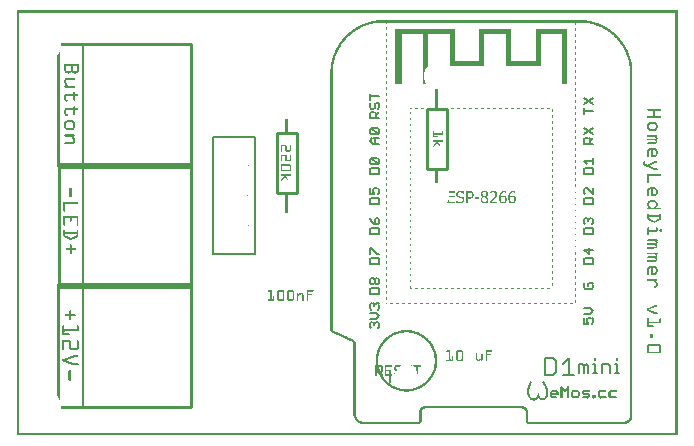
<source format=gto>
G04 MADE WITH FRITZING*
G04 WWW.FRITZING.ORG*
G04 DOUBLE SIDED*
G04 HOLES PLATED*
G04 CONTOUR ON CENTER OF CONTOUR VECTOR*
%ASAXBY*%
%FSLAX23Y23*%
%MOIN*%
%OFA0B0*%
%SFA1.0B1.0*%
%ADD10R,0.144999X0.395000X0.134999X0.385000*%
%ADD11C,0.005000*%
%ADD12C,0.010000*%
%ADD13C,0.008000*%
%ADD14C,0.005556*%
%ADD15C,0.006944*%
%ADD16R,0.001000X0.001000*%
%LNSILK1*%
G90*
G70*
G54D11*
X655Y994D02*
X795Y994D01*
X795Y604D01*
X655Y604D01*
X655Y994D01*
D02*
G54D12*
X1433Y1089D02*
X1433Y889D01*
D02*
X1433Y889D02*
X1367Y889D01*
D02*
X1367Y889D02*
X1367Y1089D01*
D02*
X1367Y1089D02*
X1433Y1089D01*
D02*
X867Y808D02*
X867Y1008D01*
D02*
X867Y1008D02*
X933Y1008D01*
D02*
X933Y1008D02*
X933Y808D01*
D02*
X933Y808D02*
X867Y808D01*
G54D13*
D02*
X1245Y219D02*
X1245Y179D01*
G54D12*
D02*
X580Y894D02*
X580Y1304D01*
D02*
X140Y894D02*
X580Y894D01*
G54D11*
D02*
X220Y1304D02*
X220Y894D01*
G54D12*
D02*
X580Y494D02*
X580Y904D01*
D02*
X580Y904D02*
X140Y904D01*
D02*
X140Y904D02*
X140Y494D01*
D02*
X140Y494D02*
X580Y494D01*
G54D11*
D02*
X220Y904D02*
X220Y494D01*
G54D12*
D02*
X580Y94D02*
X580Y504D01*
D02*
X580Y504D02*
X140Y504D01*
G54D11*
D02*
X220Y504D02*
X220Y94D01*
G54D14*
X1208Y1057D02*
X1177Y1057D01*
X1177Y1057D02*
X1177Y1072D01*
X1177Y1072D02*
X1182Y1077D01*
X1182Y1078D02*
X1192Y1078D01*
X1193Y1078D02*
X1197Y1073D01*
X1198Y1072D02*
X1198Y1057D01*
X1198Y1067D02*
X1208Y1077D01*
X1182Y1109D02*
X1177Y1104D01*
X1177Y1104D02*
X1177Y1095D01*
X1177Y1094D02*
X1182Y1089D01*
X1182Y1088D02*
X1187Y1088D01*
X1188Y1088D02*
X1193Y1093D01*
X1193Y1094D02*
X1193Y1103D01*
X1193Y1104D02*
X1197Y1109D01*
X1198Y1109D02*
X1203Y1109D01*
X1203Y1109D02*
X1208Y1104D01*
X1208Y1104D02*
X1208Y1095D01*
X1208Y1094D02*
X1203Y1089D01*
X1208Y1131D02*
X1177Y1131D01*
X1177Y1120D02*
X1177Y1140D01*
D02*
X1208Y973D02*
X1188Y973D01*
X1187Y973D02*
X1178Y982D01*
X1177Y983D02*
X1186Y993D01*
X1187Y993D02*
X1207Y993D01*
X1193Y973D02*
X1193Y993D01*
X1203Y1004D02*
X1182Y1004D01*
X1182Y1004D02*
X1178Y1009D01*
X1177Y1010D02*
X1177Y1019D01*
X1177Y1019D02*
X1181Y1024D01*
X1182Y1025D02*
X1203Y1025D01*
X1203Y1025D02*
X1207Y1020D01*
X1208Y1019D02*
X1208Y1010D01*
X1208Y1010D02*
X1204Y1005D01*
X1203Y1004D02*
X1182Y1024D01*
D02*
X1177Y873D02*
X1208Y873D01*
X1208Y873D02*
X1208Y888D01*
X1208Y888D02*
X1203Y893D01*
X1203Y893D02*
X1182Y893D01*
X1182Y893D02*
X1177Y888D01*
X1177Y888D02*
X1177Y873D01*
X1203Y904D02*
X1182Y904D01*
X1182Y904D02*
X1177Y909D01*
X1177Y910D02*
X1177Y919D01*
X1177Y919D02*
X1182Y924D01*
X1182Y925D02*
X1202Y925D01*
X1203Y925D02*
X1208Y920D01*
X1208Y919D02*
X1208Y910D01*
X1208Y910D02*
X1203Y905D01*
X1203Y904D02*
X1182Y925D01*
D02*
X1177Y773D02*
X1208Y773D01*
X1208Y773D02*
X1208Y788D01*
X1208Y788D02*
X1203Y793D01*
X1203Y793D02*
X1182Y793D01*
X1182Y793D02*
X1177Y788D01*
X1177Y788D02*
X1177Y773D01*
X1177Y825D02*
X1177Y805D01*
X1177Y804D02*
X1192Y804D01*
X1192Y804D02*
X1187Y814D01*
X1187Y815D02*
X1187Y819D01*
X1187Y819D02*
X1192Y824D01*
X1192Y825D02*
X1202Y825D01*
X1203Y825D02*
X1208Y820D01*
X1208Y819D02*
X1208Y810D01*
X1208Y810D02*
X1203Y805D01*
D02*
X1177Y673D02*
X1208Y673D01*
X1208Y673D02*
X1208Y688D01*
X1208Y688D02*
X1203Y693D01*
X1203Y693D02*
X1182Y693D01*
X1182Y693D02*
X1177Y688D01*
X1177Y688D02*
X1177Y673D01*
X1177Y725D02*
X1182Y716D01*
X1182Y715D02*
X1192Y705D01*
X1193Y704D02*
X1202Y704D01*
X1203Y704D02*
X1208Y709D01*
X1208Y710D02*
X1208Y719D01*
X1208Y719D02*
X1203Y724D01*
X1203Y725D02*
X1198Y725D01*
X1198Y725D02*
X1194Y720D01*
X1193Y719D02*
X1193Y704D01*
D02*
X1177Y573D02*
X1208Y573D01*
X1208Y573D02*
X1208Y588D01*
X1208Y588D02*
X1203Y593D01*
X1203Y593D02*
X1182Y593D01*
X1182Y593D02*
X1177Y588D01*
X1177Y588D02*
X1177Y573D01*
X1177Y604D02*
X1177Y624D01*
X1177Y625D02*
X1182Y625D01*
X1182Y625D02*
X1202Y605D01*
X1203Y604D02*
X1208Y604D01*
D02*
X1177Y473D02*
X1208Y473D01*
X1208Y473D02*
X1208Y488D01*
X1208Y488D02*
X1203Y493D01*
X1203Y493D02*
X1182Y493D01*
X1182Y493D02*
X1177Y488D01*
X1177Y488D02*
X1177Y473D01*
X1182Y504D02*
X1177Y509D01*
X1177Y510D02*
X1177Y519D01*
X1177Y519D02*
X1182Y524D01*
X1182Y525D02*
X1187Y525D01*
X1188Y525D02*
X1193Y520D01*
X1193Y519D02*
X1198Y524D01*
X1198Y525D02*
X1202Y525D01*
X1203Y525D02*
X1208Y520D01*
X1208Y519D02*
X1208Y510D01*
X1208Y510D02*
X1203Y505D01*
X1203Y504D02*
X1199Y504D01*
X1198Y504D02*
X1193Y509D01*
X1193Y510D02*
X1188Y505D01*
X1188Y504D02*
X1182Y504D01*
X1193Y510D02*
X1193Y519D01*
D02*
X1182Y357D02*
X1177Y362D01*
X1177Y362D02*
X1177Y371D01*
X1177Y372D02*
X1182Y377D01*
X1182Y378D02*
X1186Y378D01*
X1187Y378D02*
X1192Y373D01*
X1192Y372D02*
X1192Y367D01*
X1192Y372D02*
X1197Y377D01*
X1198Y378D02*
X1203Y378D01*
X1203Y378D02*
X1208Y373D01*
X1208Y372D02*
X1208Y363D01*
X1208Y362D02*
X1203Y357D01*
X1177Y388D02*
X1197Y388D01*
X1198Y388D02*
X1208Y398D01*
X1208Y399D02*
X1198Y408D01*
X1198Y409D02*
X1177Y409D01*
X1182Y420D02*
X1177Y425D01*
X1177Y425D02*
X1177Y436D01*
X1177Y436D02*
X1182Y440D01*
X1182Y441D02*
X1186Y441D01*
X1187Y441D02*
X1192Y437D01*
X1192Y436D02*
X1192Y431D01*
X1192Y436D02*
X1197Y440D01*
X1198Y441D02*
X1203Y441D01*
X1203Y441D02*
X1208Y437D01*
X1208Y436D02*
X1208Y426D01*
X1208Y425D02*
X1203Y420D01*
D02*
X1891Y393D02*
X1891Y373D01*
X1891Y373D02*
X1906Y373D01*
X1906Y373D02*
X1901Y382D01*
X1901Y383D02*
X1901Y388D01*
X1901Y388D02*
X1906Y393D01*
X1906Y393D02*
X1916Y393D01*
X1917Y393D02*
X1922Y388D01*
X1922Y388D02*
X1922Y379D01*
X1922Y378D02*
X1917Y373D01*
X1891Y404D02*
X1911Y404D01*
X1911Y404D02*
X1921Y414D01*
X1922Y415D02*
X1912Y424D01*
X1911Y425D02*
X1891Y425D01*
D02*
X1896Y509D02*
X1891Y504D01*
X1891Y504D02*
X1891Y495D01*
X1891Y494D02*
X1896Y489D01*
X1896Y488D02*
X1916Y488D01*
X1917Y488D02*
X1922Y493D01*
X1922Y494D02*
X1922Y503D01*
X1922Y504D02*
X1917Y509D01*
X1917Y509D02*
X1907Y509D01*
X1906Y509D02*
X1906Y499D01*
D02*
X1891Y573D02*
X1922Y573D01*
X1922Y573D02*
X1922Y588D01*
X1922Y588D02*
X1917Y593D01*
X1917Y593D02*
X1896Y593D01*
X1896Y593D02*
X1891Y588D01*
X1891Y588D02*
X1891Y573D01*
X1922Y619D02*
X1891Y619D01*
X1891Y619D02*
X1907Y604D01*
X1907Y604D02*
X1907Y624D01*
D02*
X1891Y673D02*
X1922Y673D01*
X1922Y673D02*
X1922Y688D01*
X1922Y688D02*
X1917Y693D01*
X1917Y693D02*
X1896Y693D01*
X1896Y693D02*
X1891Y688D01*
X1891Y688D02*
X1891Y673D01*
X1896Y704D02*
X1891Y709D01*
X1891Y710D02*
X1891Y719D01*
X1891Y719D02*
X1896Y724D01*
X1896Y725D02*
X1900Y725D01*
X1901Y725D02*
X1906Y720D01*
X1906Y719D02*
X1906Y715D01*
X1906Y719D02*
X1911Y724D01*
X1911Y725D02*
X1916Y725D01*
X1917Y725D02*
X1922Y720D01*
X1922Y719D02*
X1922Y710D01*
X1922Y710D02*
X1917Y705D01*
D02*
X1891Y773D02*
X1922Y773D01*
X1922Y773D02*
X1922Y788D01*
X1922Y788D02*
X1917Y793D01*
X1917Y793D02*
X1896Y793D01*
X1896Y793D02*
X1891Y788D01*
X1891Y788D02*
X1891Y773D01*
X1922Y825D02*
X1922Y805D01*
X1922Y804D02*
X1902Y824D01*
X1902Y825D02*
X1896Y825D01*
X1896Y825D02*
X1891Y820D01*
X1891Y819D02*
X1891Y810D01*
X1891Y810D02*
X1896Y805D01*
D02*
X1891Y873D02*
X1921Y873D01*
X1922Y873D02*
X1922Y888D01*
X1922Y888D02*
X1918Y893D01*
X1917Y893D02*
X1896Y893D01*
X1896Y893D02*
X1892Y888D01*
X1891Y888D02*
X1891Y873D01*
X1901Y904D02*
X1892Y914D01*
X1891Y915D02*
X1921Y915D01*
X1922Y904D02*
X1922Y924D01*
D02*
X1922Y973D02*
X1891Y973D01*
X1891Y973D02*
X1891Y988D01*
X1891Y988D02*
X1896Y993D01*
X1896Y993D02*
X1906Y993D01*
X1907Y993D02*
X1911Y988D01*
X1911Y988D02*
X1911Y973D01*
X1911Y983D02*
X1921Y993D01*
X1891Y1004D02*
X1922Y1024D01*
X1891Y1025D02*
X1922Y1005D01*
D02*
X1922Y1083D02*
X1892Y1083D01*
X1891Y1073D02*
X1891Y1093D01*
X1891Y1104D02*
X1921Y1124D01*
X1891Y1125D02*
X1921Y1105D01*
D02*
G54D15*
X1761Y260D02*
X1761Y202D01*
X1761Y201D02*
X1789Y201D01*
X1789Y201D02*
X1799Y211D01*
X1799Y211D02*
X1799Y249D01*
X1799Y250D02*
X1789Y260D01*
X1789Y260D02*
X1761Y260D01*
X1820Y240D02*
X1840Y260D01*
X1840Y260D02*
X1840Y202D01*
X1820Y201D02*
X1858Y201D01*
D02*
X1876Y210D02*
X1876Y238D01*
X1876Y239D02*
X1883Y239D01*
X1884Y239D02*
X1890Y232D01*
X1890Y231D02*
X1890Y210D01*
X1890Y231D02*
X1897Y238D01*
X1897Y239D02*
X1904Y232D01*
X1905Y231D02*
X1905Y210D01*
X1920Y239D02*
X1927Y239D01*
X1927Y239D02*
X1927Y211D01*
X1920Y210D02*
X1935Y210D01*
X1927Y260D02*
X1927Y253D01*
X1950Y210D02*
X1950Y238D01*
X1950Y239D02*
X1971Y239D01*
X1971Y239D02*
X1978Y232D01*
X1979Y231D02*
X1979Y210D01*
X1994Y239D02*
X2001Y239D01*
X2001Y239D02*
X2001Y211D01*
X1994Y210D02*
X2007Y210D01*
X2001Y260D02*
X2001Y253D01*
D02*
G54D16*
X0Y1417D02*
X2203Y1417D01*
X0Y1416D02*
X2203Y1416D01*
X0Y1415D02*
X2203Y1415D01*
X0Y1414D02*
X2203Y1414D01*
X0Y1413D02*
X2203Y1413D01*
X0Y1412D02*
X2203Y1412D01*
X0Y1411D02*
X2203Y1411D01*
X0Y1410D02*
X2203Y1410D01*
X0Y1409D02*
X7Y1409D01*
X2196Y1409D02*
X2203Y1409D01*
X0Y1408D02*
X7Y1408D01*
X2196Y1408D02*
X2203Y1408D01*
X0Y1407D02*
X7Y1407D01*
X2196Y1407D02*
X2203Y1407D01*
X0Y1406D02*
X7Y1406D01*
X2196Y1406D02*
X2203Y1406D01*
X0Y1405D02*
X7Y1405D01*
X2196Y1405D02*
X2203Y1405D01*
X0Y1404D02*
X7Y1404D01*
X2196Y1404D02*
X2203Y1404D01*
X0Y1403D02*
X7Y1403D01*
X2196Y1403D02*
X2203Y1403D01*
X0Y1402D02*
X7Y1402D01*
X2196Y1402D02*
X2203Y1402D01*
X0Y1401D02*
X7Y1401D01*
X2196Y1401D02*
X2203Y1401D01*
X0Y1400D02*
X7Y1400D01*
X2196Y1400D02*
X2203Y1400D01*
X0Y1399D02*
X7Y1399D01*
X2196Y1399D02*
X2203Y1399D01*
X0Y1398D02*
X7Y1398D01*
X2196Y1398D02*
X2203Y1398D01*
X0Y1397D02*
X7Y1397D01*
X2196Y1397D02*
X2203Y1397D01*
X0Y1396D02*
X7Y1396D01*
X2196Y1396D02*
X2203Y1396D01*
X0Y1395D02*
X7Y1395D01*
X2196Y1395D02*
X2203Y1395D01*
X0Y1394D02*
X7Y1394D01*
X2196Y1394D02*
X2203Y1394D01*
X0Y1393D02*
X7Y1393D01*
X2196Y1393D02*
X2203Y1393D01*
X0Y1392D02*
X7Y1392D01*
X2196Y1392D02*
X2203Y1392D01*
X0Y1391D02*
X7Y1391D01*
X2196Y1391D02*
X2203Y1391D01*
X0Y1390D02*
X7Y1390D01*
X2196Y1390D02*
X2203Y1390D01*
X0Y1389D02*
X7Y1389D01*
X2196Y1389D02*
X2203Y1389D01*
X0Y1388D02*
X7Y1388D01*
X2196Y1388D02*
X2203Y1388D01*
X0Y1387D02*
X7Y1387D01*
X2196Y1387D02*
X2203Y1387D01*
X0Y1386D02*
X7Y1386D01*
X1235Y1386D02*
X1236Y1386D01*
X1239Y1386D02*
X1240Y1386D01*
X1243Y1386D02*
X1244Y1386D01*
X1247Y1386D02*
X1248Y1386D01*
X1251Y1386D02*
X1252Y1386D01*
X1255Y1386D02*
X1256Y1386D01*
X1259Y1386D02*
X1260Y1386D01*
X1263Y1386D02*
X1264Y1386D01*
X1267Y1386D02*
X1268Y1386D01*
X1271Y1386D02*
X1272Y1386D01*
X1275Y1386D02*
X1276Y1386D01*
X1279Y1386D02*
X1280Y1386D01*
X1283Y1386D02*
X1284Y1386D01*
X1287Y1386D02*
X1288Y1386D01*
X1291Y1386D02*
X1292Y1386D01*
X1295Y1386D02*
X1296Y1386D01*
X1299Y1386D02*
X1300Y1386D01*
X1303Y1386D02*
X1304Y1386D01*
X1307Y1386D02*
X1308Y1386D01*
X1311Y1386D02*
X1312Y1386D01*
X1315Y1386D02*
X1316Y1386D01*
X1319Y1386D02*
X1320Y1386D01*
X1323Y1386D02*
X1324Y1386D01*
X1327Y1386D02*
X1328Y1386D01*
X1331Y1386D02*
X1332Y1386D01*
X1335Y1386D02*
X1336Y1386D01*
X1339Y1386D02*
X1340Y1386D01*
X1343Y1386D02*
X1344Y1386D01*
X1347Y1386D02*
X1348Y1386D01*
X1351Y1386D02*
X1352Y1386D01*
X1355Y1386D02*
X1356Y1386D01*
X1359Y1386D02*
X1360Y1386D01*
X1363Y1386D02*
X1364Y1386D01*
X1367Y1386D02*
X1368Y1386D01*
X1371Y1386D02*
X1372Y1386D01*
X1375Y1386D02*
X1376Y1386D01*
X1379Y1386D02*
X1380Y1386D01*
X1383Y1386D02*
X1384Y1386D01*
X1387Y1386D02*
X1388Y1386D01*
X1391Y1386D02*
X1392Y1386D01*
X1395Y1386D02*
X1396Y1386D01*
X1399Y1386D02*
X1400Y1386D01*
X1403Y1386D02*
X1404Y1386D01*
X1407Y1386D02*
X1408Y1386D01*
X1411Y1386D02*
X1412Y1386D01*
X1415Y1386D02*
X1416Y1386D01*
X1419Y1386D02*
X1420Y1386D01*
X1423Y1386D02*
X1424Y1386D01*
X1427Y1386D02*
X1428Y1386D01*
X1431Y1386D02*
X1432Y1386D01*
X1435Y1386D02*
X1436Y1386D01*
X1439Y1386D02*
X1440Y1386D01*
X1443Y1386D02*
X1444Y1386D01*
X1447Y1386D02*
X1448Y1386D01*
X1451Y1386D02*
X1452Y1386D01*
X1455Y1386D02*
X1456Y1386D01*
X1459Y1386D02*
X1460Y1386D01*
X1463Y1386D02*
X1464Y1386D01*
X1467Y1386D02*
X1468Y1386D01*
X1471Y1386D02*
X1472Y1386D01*
X1475Y1386D02*
X1476Y1386D01*
X1479Y1386D02*
X1480Y1386D01*
X1483Y1386D02*
X1484Y1386D01*
X1487Y1386D02*
X1488Y1386D01*
X1491Y1386D02*
X1492Y1386D01*
X1495Y1386D02*
X1496Y1386D01*
X1499Y1386D02*
X1500Y1386D01*
X1503Y1386D02*
X1504Y1386D01*
X1507Y1386D02*
X1508Y1386D01*
X1511Y1386D02*
X1512Y1386D01*
X1515Y1386D02*
X1516Y1386D01*
X1519Y1386D02*
X1520Y1386D01*
X1523Y1386D02*
X1524Y1386D01*
X1527Y1386D02*
X1528Y1386D01*
X1531Y1386D02*
X1532Y1386D01*
X1535Y1386D02*
X1536Y1386D01*
X1539Y1386D02*
X1540Y1386D01*
X1543Y1386D02*
X1544Y1386D01*
X1547Y1386D02*
X1548Y1386D01*
X1551Y1386D02*
X1552Y1386D01*
X1555Y1386D02*
X1556Y1386D01*
X1559Y1386D02*
X1560Y1386D01*
X1563Y1386D02*
X1564Y1386D01*
X1567Y1386D02*
X1568Y1386D01*
X1571Y1386D02*
X1572Y1386D01*
X1575Y1386D02*
X1576Y1386D01*
X1579Y1386D02*
X1580Y1386D01*
X1583Y1386D02*
X1584Y1386D01*
X1587Y1386D02*
X1588Y1386D01*
X1591Y1386D02*
X1592Y1386D01*
X1595Y1386D02*
X1596Y1386D01*
X1599Y1386D02*
X1600Y1386D01*
X1603Y1386D02*
X1604Y1386D01*
X1607Y1386D02*
X1607Y1386D01*
X1611Y1386D02*
X1611Y1386D01*
X1615Y1386D02*
X1615Y1386D01*
X1619Y1386D02*
X1619Y1386D01*
X1623Y1386D02*
X1623Y1386D01*
X1627Y1386D02*
X1627Y1386D01*
X1631Y1386D02*
X1631Y1386D01*
X1635Y1386D02*
X1635Y1386D01*
X1639Y1386D02*
X1639Y1386D01*
X1643Y1386D02*
X1643Y1386D01*
X1647Y1386D02*
X1647Y1386D01*
X1651Y1386D02*
X1651Y1386D01*
X1655Y1386D02*
X1655Y1386D01*
X1659Y1386D02*
X1659Y1386D01*
X1663Y1386D02*
X1663Y1386D01*
X1667Y1386D02*
X1667Y1386D01*
X1671Y1386D02*
X1671Y1386D01*
X1675Y1386D02*
X1675Y1386D01*
X1679Y1386D02*
X1679Y1386D01*
X1683Y1386D02*
X1683Y1386D01*
X1687Y1386D02*
X1687Y1386D01*
X1691Y1386D02*
X1691Y1386D01*
X1695Y1386D02*
X1695Y1386D01*
X1699Y1386D02*
X1699Y1386D01*
X1703Y1386D02*
X1703Y1386D01*
X1707Y1386D02*
X1707Y1386D01*
X1711Y1386D02*
X1711Y1386D01*
X1715Y1386D02*
X1715Y1386D01*
X1719Y1386D02*
X1719Y1386D01*
X1723Y1386D02*
X1723Y1386D01*
X1727Y1386D02*
X1727Y1386D01*
X1731Y1386D02*
X1731Y1386D01*
X1735Y1386D02*
X1735Y1386D01*
X1739Y1386D02*
X1739Y1386D01*
X1743Y1386D02*
X1743Y1386D01*
X1747Y1386D02*
X1747Y1386D01*
X1751Y1386D02*
X1751Y1386D01*
X1755Y1386D02*
X1755Y1386D01*
X1759Y1386D02*
X1759Y1386D01*
X1763Y1386D02*
X1763Y1386D01*
X1767Y1386D02*
X1767Y1386D01*
X1771Y1386D02*
X1771Y1386D01*
X1775Y1386D02*
X1775Y1386D01*
X1779Y1386D02*
X1779Y1386D01*
X1783Y1386D02*
X1783Y1386D01*
X1787Y1386D02*
X1787Y1386D01*
X1791Y1386D02*
X1791Y1386D01*
X1795Y1386D02*
X1795Y1386D01*
X1799Y1386D02*
X1799Y1386D01*
X1803Y1386D02*
X1803Y1386D01*
X1807Y1386D02*
X1807Y1386D01*
X1811Y1386D02*
X1811Y1386D01*
X1815Y1386D02*
X1815Y1386D01*
X1819Y1386D02*
X1819Y1386D01*
X1823Y1386D02*
X1823Y1386D01*
X1827Y1386D02*
X1827Y1386D01*
X1831Y1386D02*
X1831Y1386D01*
X1835Y1386D02*
X1835Y1386D01*
X1839Y1386D02*
X1839Y1386D01*
X1843Y1386D02*
X1843Y1386D01*
X1847Y1386D02*
X1847Y1386D01*
X1851Y1386D02*
X1851Y1386D01*
X1855Y1386D02*
X1855Y1386D01*
X1859Y1386D02*
X1859Y1386D01*
X1863Y1386D02*
X1865Y1386D01*
X2196Y1386D02*
X2203Y1386D01*
X0Y1385D02*
X7Y1385D01*
X1234Y1385D02*
X1236Y1385D01*
X1239Y1385D02*
X1240Y1385D01*
X1243Y1385D02*
X1244Y1385D01*
X1247Y1385D02*
X1248Y1385D01*
X1251Y1385D02*
X1252Y1385D01*
X1255Y1385D02*
X1256Y1385D01*
X1259Y1385D02*
X1260Y1385D01*
X1263Y1385D02*
X1264Y1385D01*
X1267Y1385D02*
X1268Y1385D01*
X1271Y1385D02*
X1272Y1385D01*
X1275Y1385D02*
X1276Y1385D01*
X1279Y1385D02*
X1280Y1385D01*
X1283Y1385D02*
X1284Y1385D01*
X1287Y1385D02*
X1288Y1385D01*
X1291Y1385D02*
X1292Y1385D01*
X1295Y1385D02*
X1296Y1385D01*
X1299Y1385D02*
X1300Y1385D01*
X1303Y1385D02*
X1304Y1385D01*
X1307Y1385D02*
X1308Y1385D01*
X1311Y1385D02*
X1312Y1385D01*
X1315Y1385D02*
X1316Y1385D01*
X1319Y1385D02*
X1320Y1385D01*
X1323Y1385D02*
X1324Y1385D01*
X1327Y1385D02*
X1328Y1385D01*
X1331Y1385D02*
X1332Y1385D01*
X1335Y1385D02*
X1336Y1385D01*
X1339Y1385D02*
X1340Y1385D01*
X1343Y1385D02*
X1344Y1385D01*
X1347Y1385D02*
X1348Y1385D01*
X1351Y1385D02*
X1352Y1385D01*
X1355Y1385D02*
X1356Y1385D01*
X1359Y1385D02*
X1360Y1385D01*
X1363Y1385D02*
X1364Y1385D01*
X1367Y1385D02*
X1368Y1385D01*
X1371Y1385D02*
X1372Y1385D01*
X1375Y1385D02*
X1376Y1385D01*
X1379Y1385D02*
X1380Y1385D01*
X1383Y1385D02*
X1384Y1385D01*
X1387Y1385D02*
X1388Y1385D01*
X1391Y1385D02*
X1392Y1385D01*
X1395Y1385D02*
X1396Y1385D01*
X1399Y1385D02*
X1400Y1385D01*
X1403Y1385D02*
X1404Y1385D01*
X1407Y1385D02*
X1408Y1385D01*
X1411Y1385D02*
X1412Y1385D01*
X1415Y1385D02*
X1416Y1385D01*
X1419Y1385D02*
X1420Y1385D01*
X1423Y1385D02*
X1424Y1385D01*
X1427Y1385D02*
X1428Y1385D01*
X1431Y1385D02*
X1432Y1385D01*
X1435Y1385D02*
X1436Y1385D01*
X1439Y1385D02*
X1440Y1385D01*
X1443Y1385D02*
X1444Y1385D01*
X1447Y1385D02*
X1448Y1385D01*
X1451Y1385D02*
X1452Y1385D01*
X1455Y1385D02*
X1456Y1385D01*
X1459Y1385D02*
X1460Y1385D01*
X1463Y1385D02*
X1464Y1385D01*
X1467Y1385D02*
X1468Y1385D01*
X1471Y1385D02*
X1472Y1385D01*
X1475Y1385D02*
X1476Y1385D01*
X1479Y1385D02*
X1480Y1385D01*
X1483Y1385D02*
X1484Y1385D01*
X1487Y1385D02*
X1488Y1385D01*
X1491Y1385D02*
X1492Y1385D01*
X1495Y1385D02*
X1496Y1385D01*
X1499Y1385D02*
X1500Y1385D01*
X1503Y1385D02*
X1504Y1385D01*
X1507Y1385D02*
X1508Y1385D01*
X1511Y1385D02*
X1512Y1385D01*
X1515Y1385D02*
X1516Y1385D01*
X1519Y1385D02*
X1520Y1385D01*
X1523Y1385D02*
X1524Y1385D01*
X1527Y1385D02*
X1528Y1385D01*
X1531Y1385D02*
X1532Y1385D01*
X1535Y1385D02*
X1536Y1385D01*
X1539Y1385D02*
X1540Y1385D01*
X1543Y1385D02*
X1544Y1385D01*
X1547Y1385D02*
X1548Y1385D01*
X1551Y1385D02*
X1552Y1385D01*
X1555Y1385D02*
X1556Y1385D01*
X1559Y1385D02*
X1560Y1385D01*
X1563Y1385D02*
X1564Y1385D01*
X1567Y1385D02*
X1568Y1385D01*
X1571Y1385D02*
X1572Y1385D01*
X1575Y1385D02*
X1576Y1385D01*
X1579Y1385D02*
X1580Y1385D01*
X1583Y1385D02*
X1584Y1385D01*
X1587Y1385D02*
X1588Y1385D01*
X1591Y1385D02*
X1592Y1385D01*
X1595Y1385D02*
X1596Y1385D01*
X1599Y1385D02*
X1600Y1385D01*
X1603Y1385D02*
X1604Y1385D01*
X1607Y1385D02*
X1608Y1385D01*
X1611Y1385D02*
X1612Y1385D01*
X1615Y1385D02*
X1616Y1385D01*
X1619Y1385D02*
X1620Y1385D01*
X1623Y1385D02*
X1624Y1385D01*
X1627Y1385D02*
X1628Y1385D01*
X1631Y1385D02*
X1632Y1385D01*
X1635Y1385D02*
X1636Y1385D01*
X1639Y1385D02*
X1640Y1385D01*
X1643Y1385D02*
X1644Y1385D01*
X1647Y1385D02*
X1648Y1385D01*
X1651Y1385D02*
X1652Y1385D01*
X1655Y1385D02*
X1656Y1385D01*
X1659Y1385D02*
X1660Y1385D01*
X1663Y1385D02*
X1664Y1385D01*
X1667Y1385D02*
X1668Y1385D01*
X1671Y1385D02*
X1672Y1385D01*
X1675Y1385D02*
X1676Y1385D01*
X1679Y1385D02*
X1680Y1385D01*
X1683Y1385D02*
X1684Y1385D01*
X1687Y1385D02*
X1688Y1385D01*
X1691Y1385D02*
X1692Y1385D01*
X1695Y1385D02*
X1696Y1385D01*
X1699Y1385D02*
X1700Y1385D01*
X1703Y1385D02*
X1704Y1385D01*
X1707Y1385D02*
X1708Y1385D01*
X1711Y1385D02*
X1712Y1385D01*
X1715Y1385D02*
X1716Y1385D01*
X1719Y1385D02*
X1720Y1385D01*
X1723Y1385D02*
X1724Y1385D01*
X1727Y1385D02*
X1728Y1385D01*
X1731Y1385D02*
X1732Y1385D01*
X1735Y1385D02*
X1736Y1385D01*
X1739Y1385D02*
X1740Y1385D01*
X1743Y1385D02*
X1744Y1385D01*
X1747Y1385D02*
X1748Y1385D01*
X1751Y1385D02*
X1752Y1385D01*
X1755Y1385D02*
X1756Y1385D01*
X1759Y1385D02*
X1760Y1385D01*
X1763Y1385D02*
X1764Y1385D01*
X1767Y1385D02*
X1768Y1385D01*
X1771Y1385D02*
X1772Y1385D01*
X1775Y1385D02*
X1776Y1385D01*
X1779Y1385D02*
X1780Y1385D01*
X1783Y1385D02*
X1784Y1385D01*
X1787Y1385D02*
X1788Y1385D01*
X1791Y1385D02*
X1792Y1385D01*
X1795Y1385D02*
X1796Y1385D01*
X1799Y1385D02*
X1800Y1385D01*
X1803Y1385D02*
X1804Y1385D01*
X1807Y1385D02*
X1808Y1385D01*
X1811Y1385D02*
X1812Y1385D01*
X1815Y1385D02*
X1816Y1385D01*
X1819Y1385D02*
X1820Y1385D01*
X1823Y1385D02*
X1824Y1385D01*
X1827Y1385D02*
X1828Y1385D01*
X1831Y1385D02*
X1832Y1385D01*
X1835Y1385D02*
X1836Y1385D01*
X1839Y1385D02*
X1840Y1385D01*
X1843Y1385D02*
X1844Y1385D01*
X1847Y1385D02*
X1848Y1385D01*
X1851Y1385D02*
X1852Y1385D01*
X1855Y1385D02*
X1856Y1385D01*
X1859Y1385D02*
X1860Y1385D01*
X1863Y1385D02*
X1865Y1385D01*
X2196Y1385D02*
X2203Y1385D01*
X0Y1384D02*
X7Y1384D01*
X1205Y1384D02*
X1893Y1384D01*
X2196Y1384D02*
X2203Y1384D01*
X0Y1383D02*
X7Y1383D01*
X1197Y1383D02*
X1901Y1383D01*
X2196Y1383D02*
X2203Y1383D01*
X0Y1382D02*
X7Y1382D01*
X1191Y1382D02*
X1907Y1382D01*
X2196Y1382D02*
X2203Y1382D01*
X0Y1381D02*
X7Y1381D01*
X1186Y1381D02*
X1912Y1381D01*
X2196Y1381D02*
X2203Y1381D01*
X0Y1380D02*
X7Y1380D01*
X1182Y1380D02*
X1917Y1380D01*
X2196Y1380D02*
X2203Y1380D01*
X0Y1379D02*
X7Y1379D01*
X1178Y1379D02*
X1921Y1379D01*
X2196Y1379D02*
X2203Y1379D01*
X0Y1378D02*
X7Y1378D01*
X1174Y1378D02*
X1924Y1378D01*
X2196Y1378D02*
X2203Y1378D01*
X0Y1377D02*
X7Y1377D01*
X1171Y1377D02*
X1928Y1377D01*
X2196Y1377D02*
X2203Y1377D01*
X0Y1376D02*
X7Y1376D01*
X1168Y1376D02*
X1204Y1376D01*
X1233Y1376D02*
X1235Y1376D01*
X1894Y1376D02*
X1931Y1376D01*
X2196Y1376D02*
X2203Y1376D01*
X0Y1375D02*
X7Y1375D01*
X1165Y1375D02*
X1197Y1375D01*
X1901Y1375D02*
X1934Y1375D01*
X2196Y1375D02*
X2203Y1375D01*
X0Y1374D02*
X7Y1374D01*
X1162Y1374D02*
X1191Y1374D01*
X1863Y1374D02*
X1865Y1374D01*
X1907Y1374D02*
X1937Y1374D01*
X2196Y1374D02*
X2203Y1374D01*
X0Y1373D02*
X7Y1373D01*
X1160Y1373D02*
X1186Y1373D01*
X1233Y1373D02*
X1235Y1373D01*
X1863Y1373D02*
X1865Y1373D01*
X1912Y1373D02*
X1939Y1373D01*
X2196Y1373D02*
X2203Y1373D01*
X0Y1372D02*
X7Y1372D01*
X1157Y1372D02*
X1182Y1372D01*
X1233Y1372D02*
X1235Y1372D01*
X1916Y1372D02*
X1942Y1372D01*
X2196Y1372D02*
X2203Y1372D01*
X0Y1371D02*
X7Y1371D01*
X1154Y1371D02*
X1178Y1371D01*
X1920Y1371D02*
X1944Y1371D01*
X2196Y1371D02*
X2203Y1371D01*
X0Y1370D02*
X7Y1370D01*
X1152Y1370D02*
X1174Y1370D01*
X1863Y1370D02*
X1865Y1370D01*
X1924Y1370D02*
X1946Y1370D01*
X2196Y1370D02*
X2203Y1370D01*
X0Y1369D02*
X7Y1369D01*
X1150Y1369D02*
X1171Y1369D01*
X1233Y1369D02*
X1235Y1369D01*
X1863Y1369D02*
X1865Y1369D01*
X1927Y1369D02*
X1949Y1369D01*
X2196Y1369D02*
X2203Y1369D01*
X0Y1368D02*
X7Y1368D01*
X1148Y1368D02*
X1168Y1368D01*
X1233Y1368D02*
X1235Y1368D01*
X1930Y1368D02*
X1951Y1368D01*
X2196Y1368D02*
X2203Y1368D01*
X0Y1367D02*
X7Y1367D01*
X1146Y1367D02*
X1165Y1367D01*
X1933Y1367D02*
X1953Y1367D01*
X2196Y1367D02*
X2203Y1367D01*
X0Y1366D02*
X7Y1366D01*
X1144Y1366D02*
X1162Y1366D01*
X1863Y1366D02*
X1865Y1366D01*
X1936Y1366D02*
X1955Y1366D01*
X2196Y1366D02*
X2203Y1366D01*
X0Y1365D02*
X7Y1365D01*
X1142Y1365D02*
X1160Y1365D01*
X1233Y1365D02*
X1235Y1365D01*
X1863Y1365D02*
X1865Y1365D01*
X1938Y1365D02*
X1957Y1365D01*
X2196Y1365D02*
X2203Y1365D01*
X0Y1364D02*
X7Y1364D01*
X1140Y1364D02*
X1157Y1364D01*
X1233Y1364D02*
X1235Y1364D01*
X1941Y1364D02*
X1959Y1364D01*
X2196Y1364D02*
X2203Y1364D01*
X0Y1363D02*
X7Y1363D01*
X1138Y1363D02*
X1155Y1363D01*
X1943Y1363D02*
X1961Y1363D01*
X2196Y1363D02*
X2203Y1363D01*
X0Y1362D02*
X7Y1362D01*
X1136Y1362D02*
X1153Y1362D01*
X1863Y1362D02*
X1865Y1362D01*
X1945Y1362D02*
X1962Y1362D01*
X2196Y1362D02*
X2203Y1362D01*
X0Y1361D02*
X7Y1361D01*
X1135Y1361D02*
X1151Y1361D01*
X1233Y1361D02*
X1235Y1361D01*
X1863Y1361D02*
X1865Y1361D01*
X1948Y1361D02*
X1964Y1361D01*
X2196Y1361D02*
X2203Y1361D01*
X0Y1360D02*
X7Y1360D01*
X1133Y1360D02*
X1148Y1360D01*
X1233Y1360D02*
X1235Y1360D01*
X1950Y1360D02*
X1966Y1360D01*
X2196Y1360D02*
X2203Y1360D01*
X0Y1359D02*
X7Y1359D01*
X1131Y1359D02*
X1147Y1359D01*
X1952Y1359D02*
X1968Y1359D01*
X2196Y1359D02*
X2203Y1359D01*
X0Y1358D02*
X7Y1358D01*
X1130Y1358D02*
X1145Y1358D01*
X1863Y1358D02*
X1865Y1358D01*
X1954Y1358D02*
X1969Y1358D01*
X2196Y1358D02*
X2203Y1358D01*
X0Y1357D02*
X7Y1357D01*
X1128Y1357D02*
X1143Y1357D01*
X1233Y1357D02*
X1235Y1357D01*
X1863Y1357D02*
X1865Y1357D01*
X1956Y1357D02*
X1971Y1357D01*
X2196Y1357D02*
X2203Y1357D01*
X0Y1356D02*
X7Y1356D01*
X1126Y1356D02*
X1141Y1356D01*
X1233Y1356D02*
X1235Y1356D01*
X1263Y1356D02*
X1460Y1356D01*
X1542Y1356D02*
X1648Y1356D01*
X1731Y1356D02*
X1835Y1356D01*
X1957Y1356D02*
X1972Y1356D01*
X2196Y1356D02*
X2203Y1356D01*
X0Y1355D02*
X7Y1355D01*
X1125Y1355D02*
X1139Y1355D01*
X1263Y1355D02*
X1460Y1355D01*
X1542Y1355D02*
X1648Y1355D01*
X1731Y1355D02*
X1835Y1355D01*
X1959Y1355D02*
X1974Y1355D01*
X2196Y1355D02*
X2203Y1355D01*
X0Y1354D02*
X7Y1354D01*
X1123Y1354D02*
X1137Y1354D01*
X1263Y1354D02*
X1460Y1354D01*
X1542Y1354D02*
X1648Y1354D01*
X1731Y1354D02*
X1835Y1354D01*
X1863Y1354D02*
X1865Y1354D01*
X1961Y1354D02*
X1975Y1354D01*
X2196Y1354D02*
X2203Y1354D01*
X0Y1353D02*
X7Y1353D01*
X1122Y1353D02*
X1136Y1353D01*
X1233Y1353D02*
X1235Y1353D01*
X1263Y1353D02*
X1460Y1353D01*
X1542Y1353D02*
X1648Y1353D01*
X1731Y1353D02*
X1835Y1353D01*
X1863Y1353D02*
X1865Y1353D01*
X1963Y1353D02*
X1977Y1353D01*
X2196Y1353D02*
X2203Y1353D01*
X0Y1352D02*
X7Y1352D01*
X1121Y1352D02*
X1134Y1352D01*
X1233Y1352D02*
X1235Y1352D01*
X1263Y1352D02*
X1460Y1352D01*
X1542Y1352D02*
X1648Y1352D01*
X1731Y1352D02*
X1835Y1352D01*
X1964Y1352D02*
X1978Y1352D01*
X2196Y1352D02*
X2203Y1352D01*
X0Y1351D02*
X7Y1351D01*
X1119Y1351D02*
X1132Y1351D01*
X1263Y1351D02*
X1460Y1351D01*
X1542Y1351D02*
X1648Y1351D01*
X1731Y1351D02*
X1835Y1351D01*
X1966Y1351D02*
X1980Y1351D01*
X2196Y1351D02*
X2203Y1351D01*
X0Y1350D02*
X7Y1350D01*
X1118Y1350D02*
X1131Y1350D01*
X1263Y1350D02*
X1460Y1350D01*
X1542Y1350D02*
X1648Y1350D01*
X1731Y1350D02*
X1835Y1350D01*
X1863Y1350D02*
X1865Y1350D01*
X1967Y1350D02*
X1981Y1350D01*
X2196Y1350D02*
X2203Y1350D01*
X0Y1349D02*
X7Y1349D01*
X1116Y1349D02*
X1129Y1349D01*
X1233Y1349D02*
X1235Y1349D01*
X1263Y1349D02*
X1460Y1349D01*
X1542Y1349D02*
X1648Y1349D01*
X1731Y1349D02*
X1835Y1349D01*
X1863Y1349D02*
X1865Y1349D01*
X1969Y1349D02*
X1982Y1349D01*
X2196Y1349D02*
X2203Y1349D01*
X0Y1348D02*
X7Y1348D01*
X1115Y1348D02*
X1128Y1348D01*
X1233Y1348D02*
X1235Y1348D01*
X1263Y1348D02*
X1460Y1348D01*
X1542Y1348D02*
X1648Y1348D01*
X1731Y1348D02*
X1835Y1348D01*
X1970Y1348D02*
X1984Y1348D01*
X2196Y1348D02*
X2203Y1348D01*
X0Y1347D02*
X7Y1347D01*
X1114Y1347D02*
X1126Y1347D01*
X1263Y1347D02*
X1460Y1347D01*
X1542Y1347D02*
X1648Y1347D01*
X1731Y1347D02*
X1835Y1347D01*
X1972Y1347D02*
X1985Y1347D01*
X2196Y1347D02*
X2203Y1347D01*
X0Y1346D02*
X7Y1346D01*
X1113Y1346D02*
X1125Y1346D01*
X1263Y1346D02*
X1460Y1346D01*
X1542Y1346D02*
X1648Y1346D01*
X1731Y1346D02*
X1835Y1346D01*
X1863Y1346D02*
X1865Y1346D01*
X1973Y1346D02*
X1986Y1346D01*
X2196Y1346D02*
X2203Y1346D01*
X0Y1345D02*
X7Y1345D01*
X1111Y1345D02*
X1123Y1345D01*
X1233Y1345D02*
X1235Y1345D01*
X1263Y1345D02*
X1460Y1345D01*
X1542Y1345D02*
X1648Y1345D01*
X1731Y1345D02*
X1835Y1345D01*
X1863Y1345D02*
X1865Y1345D01*
X1975Y1345D02*
X1987Y1345D01*
X2196Y1345D02*
X2203Y1345D01*
X0Y1344D02*
X7Y1344D01*
X1110Y1344D02*
X1122Y1344D01*
X1233Y1344D02*
X1235Y1344D01*
X1263Y1344D02*
X1460Y1344D01*
X1542Y1344D02*
X1648Y1344D01*
X1731Y1344D02*
X1835Y1344D01*
X1976Y1344D02*
X1989Y1344D01*
X2196Y1344D02*
X2203Y1344D01*
X0Y1343D02*
X7Y1343D01*
X1109Y1343D02*
X1121Y1343D01*
X1263Y1343D02*
X1460Y1343D01*
X1542Y1343D02*
X1648Y1343D01*
X1731Y1343D02*
X1835Y1343D01*
X1977Y1343D02*
X1990Y1343D01*
X2196Y1343D02*
X2203Y1343D01*
X0Y1342D02*
X7Y1342D01*
X1108Y1342D02*
X1119Y1342D01*
X1263Y1342D02*
X1460Y1342D01*
X1542Y1342D02*
X1648Y1342D01*
X1731Y1342D02*
X1835Y1342D01*
X1863Y1342D02*
X1865Y1342D01*
X1979Y1342D02*
X1991Y1342D01*
X2196Y1342D02*
X2203Y1342D01*
X0Y1341D02*
X7Y1341D01*
X1107Y1341D02*
X1118Y1341D01*
X1233Y1341D02*
X1235Y1341D01*
X1263Y1341D02*
X1460Y1341D01*
X1542Y1341D02*
X1648Y1341D01*
X1731Y1341D02*
X1835Y1341D01*
X1863Y1341D02*
X1865Y1341D01*
X1980Y1341D02*
X1992Y1341D01*
X2196Y1341D02*
X2203Y1341D01*
X0Y1340D02*
X7Y1340D01*
X1106Y1340D02*
X1117Y1340D01*
X1233Y1340D02*
X1235Y1340D01*
X1263Y1340D02*
X1460Y1340D01*
X1542Y1340D02*
X1648Y1340D01*
X1731Y1340D02*
X1835Y1340D01*
X1981Y1340D02*
X1993Y1340D01*
X2196Y1340D02*
X2203Y1340D01*
X0Y1339D02*
X7Y1339D01*
X1104Y1339D02*
X1116Y1339D01*
X1263Y1339D02*
X1285Y1339D01*
X1356Y1339D02*
X1372Y1339D01*
X1444Y1339D02*
X1460Y1339D01*
X1542Y1339D02*
X1558Y1339D01*
X1632Y1339D02*
X1648Y1339D01*
X1731Y1339D02*
X1747Y1339D01*
X1819Y1339D02*
X1835Y1339D01*
X1983Y1339D02*
X1994Y1339D01*
X2196Y1339D02*
X2203Y1339D01*
X0Y1338D02*
X7Y1338D01*
X1103Y1338D02*
X1114Y1338D01*
X1263Y1338D02*
X1285Y1338D01*
X1356Y1338D02*
X1372Y1338D01*
X1444Y1338D02*
X1460Y1338D01*
X1542Y1338D02*
X1558Y1338D01*
X1632Y1338D02*
X1648Y1338D01*
X1731Y1338D02*
X1747Y1338D01*
X1819Y1338D02*
X1835Y1338D01*
X1863Y1338D02*
X1865Y1338D01*
X1984Y1338D02*
X1995Y1338D01*
X2196Y1338D02*
X2203Y1338D01*
X0Y1337D02*
X7Y1337D01*
X1102Y1337D02*
X1113Y1337D01*
X1233Y1337D02*
X1235Y1337D01*
X1263Y1337D02*
X1285Y1337D01*
X1356Y1337D02*
X1372Y1337D01*
X1444Y1337D02*
X1460Y1337D01*
X1542Y1337D02*
X1558Y1337D01*
X1632Y1337D02*
X1648Y1337D01*
X1731Y1337D02*
X1747Y1337D01*
X1819Y1337D02*
X1835Y1337D01*
X1863Y1337D02*
X1865Y1337D01*
X1985Y1337D02*
X1996Y1337D01*
X2196Y1337D02*
X2203Y1337D01*
X0Y1336D02*
X7Y1336D01*
X1101Y1336D02*
X1112Y1336D01*
X1233Y1336D02*
X1235Y1336D01*
X1263Y1336D02*
X1285Y1336D01*
X1356Y1336D02*
X1372Y1336D01*
X1444Y1336D02*
X1460Y1336D01*
X1542Y1336D02*
X1558Y1336D01*
X1632Y1336D02*
X1648Y1336D01*
X1731Y1336D02*
X1747Y1336D01*
X1819Y1336D02*
X1835Y1336D01*
X1986Y1336D02*
X1997Y1336D01*
X2196Y1336D02*
X2203Y1336D01*
X0Y1335D02*
X7Y1335D01*
X1100Y1335D02*
X1111Y1335D01*
X1263Y1335D02*
X1285Y1335D01*
X1356Y1335D02*
X1372Y1335D01*
X1444Y1335D02*
X1460Y1335D01*
X1542Y1335D02*
X1558Y1335D01*
X1632Y1335D02*
X1648Y1335D01*
X1731Y1335D02*
X1747Y1335D01*
X1819Y1335D02*
X1835Y1335D01*
X1987Y1335D02*
X1999Y1335D01*
X2196Y1335D02*
X2203Y1335D01*
X0Y1334D02*
X7Y1334D01*
X1099Y1334D02*
X1110Y1334D01*
X1263Y1334D02*
X1285Y1334D01*
X1356Y1334D02*
X1372Y1334D01*
X1444Y1334D02*
X1460Y1334D01*
X1542Y1334D02*
X1558Y1334D01*
X1632Y1334D02*
X1648Y1334D01*
X1731Y1334D02*
X1747Y1334D01*
X1819Y1334D02*
X1835Y1334D01*
X1863Y1334D02*
X1865Y1334D01*
X1988Y1334D02*
X2000Y1334D01*
X2196Y1334D02*
X2203Y1334D01*
X0Y1333D02*
X7Y1333D01*
X1098Y1333D02*
X1109Y1333D01*
X1233Y1333D02*
X1235Y1333D01*
X1263Y1333D02*
X1285Y1333D01*
X1356Y1333D02*
X1372Y1333D01*
X1444Y1333D02*
X1460Y1333D01*
X1542Y1333D02*
X1558Y1333D01*
X1632Y1333D02*
X1648Y1333D01*
X1731Y1333D02*
X1747Y1333D01*
X1819Y1333D02*
X1835Y1333D01*
X1863Y1333D02*
X1865Y1333D01*
X1990Y1333D02*
X2001Y1333D01*
X2196Y1333D02*
X2203Y1333D01*
X0Y1332D02*
X7Y1332D01*
X1097Y1332D02*
X1108Y1332D01*
X1233Y1332D02*
X1235Y1332D01*
X1263Y1332D02*
X1285Y1332D01*
X1356Y1332D02*
X1372Y1332D01*
X1444Y1332D02*
X1460Y1332D01*
X1542Y1332D02*
X1558Y1332D01*
X1632Y1332D02*
X1648Y1332D01*
X1731Y1332D02*
X1747Y1332D01*
X1819Y1332D02*
X1835Y1332D01*
X1991Y1332D02*
X2002Y1332D01*
X2196Y1332D02*
X2203Y1332D01*
X0Y1331D02*
X7Y1331D01*
X1096Y1331D02*
X1106Y1331D01*
X1263Y1331D02*
X1285Y1331D01*
X1356Y1331D02*
X1372Y1331D01*
X1444Y1331D02*
X1460Y1331D01*
X1542Y1331D02*
X1558Y1331D01*
X1632Y1331D02*
X1648Y1331D01*
X1731Y1331D02*
X1747Y1331D01*
X1819Y1331D02*
X1835Y1331D01*
X1992Y1331D02*
X2003Y1331D01*
X2196Y1331D02*
X2203Y1331D01*
X0Y1330D02*
X7Y1330D01*
X1095Y1330D02*
X1105Y1330D01*
X1263Y1330D02*
X1285Y1330D01*
X1356Y1330D02*
X1372Y1330D01*
X1444Y1330D02*
X1460Y1330D01*
X1542Y1330D02*
X1558Y1330D01*
X1632Y1330D02*
X1648Y1330D01*
X1731Y1330D02*
X1747Y1330D01*
X1819Y1330D02*
X1835Y1330D01*
X1863Y1330D02*
X1865Y1330D01*
X1993Y1330D02*
X2003Y1330D01*
X2196Y1330D02*
X2203Y1330D01*
X0Y1329D02*
X7Y1329D01*
X1094Y1329D02*
X1104Y1329D01*
X1233Y1329D02*
X1235Y1329D01*
X1263Y1329D02*
X1285Y1329D01*
X1356Y1329D02*
X1372Y1329D01*
X1444Y1329D02*
X1460Y1329D01*
X1542Y1329D02*
X1558Y1329D01*
X1632Y1329D02*
X1648Y1329D01*
X1731Y1329D02*
X1747Y1329D01*
X1819Y1329D02*
X1835Y1329D01*
X1863Y1329D02*
X1865Y1329D01*
X1994Y1329D02*
X2004Y1329D01*
X2196Y1329D02*
X2203Y1329D01*
X0Y1328D02*
X7Y1328D01*
X1093Y1328D02*
X1103Y1328D01*
X1233Y1328D02*
X1235Y1328D01*
X1263Y1328D02*
X1285Y1328D01*
X1356Y1328D02*
X1372Y1328D01*
X1444Y1328D02*
X1460Y1328D01*
X1542Y1328D02*
X1558Y1328D01*
X1632Y1328D02*
X1648Y1328D01*
X1731Y1328D02*
X1747Y1328D01*
X1819Y1328D02*
X1835Y1328D01*
X1995Y1328D02*
X2005Y1328D01*
X2196Y1328D02*
X2203Y1328D01*
X0Y1327D02*
X7Y1327D01*
X1092Y1327D02*
X1102Y1327D01*
X1263Y1327D02*
X1285Y1327D01*
X1356Y1327D02*
X1372Y1327D01*
X1444Y1327D02*
X1460Y1327D01*
X1542Y1327D02*
X1558Y1327D01*
X1632Y1327D02*
X1648Y1327D01*
X1731Y1327D02*
X1747Y1327D01*
X1819Y1327D02*
X1835Y1327D01*
X1996Y1327D02*
X2006Y1327D01*
X2196Y1327D02*
X2203Y1327D01*
X0Y1326D02*
X7Y1326D01*
X1091Y1326D02*
X1101Y1326D01*
X1263Y1326D02*
X1285Y1326D01*
X1356Y1326D02*
X1372Y1326D01*
X1444Y1326D02*
X1460Y1326D01*
X1542Y1326D02*
X1558Y1326D01*
X1632Y1326D02*
X1648Y1326D01*
X1731Y1326D02*
X1747Y1326D01*
X1819Y1326D02*
X1835Y1326D01*
X1863Y1326D02*
X1865Y1326D01*
X1997Y1326D02*
X2007Y1326D01*
X2196Y1326D02*
X2203Y1326D01*
X0Y1325D02*
X7Y1325D01*
X1091Y1325D02*
X1100Y1325D01*
X1233Y1325D02*
X1235Y1325D01*
X1263Y1325D02*
X1285Y1325D01*
X1356Y1325D02*
X1372Y1325D01*
X1444Y1325D02*
X1460Y1325D01*
X1542Y1325D02*
X1558Y1325D01*
X1632Y1325D02*
X1648Y1325D01*
X1731Y1325D02*
X1747Y1325D01*
X1819Y1325D02*
X1835Y1325D01*
X1863Y1325D02*
X1865Y1325D01*
X1998Y1325D02*
X2008Y1325D01*
X2196Y1325D02*
X2203Y1325D01*
X0Y1324D02*
X7Y1324D01*
X1090Y1324D02*
X1099Y1324D01*
X1233Y1324D02*
X1235Y1324D01*
X1263Y1324D02*
X1285Y1324D01*
X1356Y1324D02*
X1372Y1324D01*
X1444Y1324D02*
X1460Y1324D01*
X1542Y1324D02*
X1558Y1324D01*
X1632Y1324D02*
X1648Y1324D01*
X1731Y1324D02*
X1747Y1324D01*
X1819Y1324D02*
X1835Y1324D01*
X1999Y1324D02*
X2009Y1324D01*
X2196Y1324D02*
X2203Y1324D01*
X0Y1323D02*
X7Y1323D01*
X1089Y1323D02*
X1098Y1323D01*
X1263Y1323D02*
X1285Y1323D01*
X1356Y1323D02*
X1372Y1323D01*
X1444Y1323D02*
X1460Y1323D01*
X1542Y1323D02*
X1558Y1323D01*
X1632Y1323D02*
X1648Y1323D01*
X1731Y1323D02*
X1747Y1323D01*
X1819Y1323D02*
X1835Y1323D01*
X2000Y1323D02*
X2010Y1323D01*
X2196Y1323D02*
X2203Y1323D01*
X0Y1322D02*
X7Y1322D01*
X1088Y1322D02*
X1098Y1322D01*
X1263Y1322D02*
X1285Y1322D01*
X1356Y1322D02*
X1372Y1322D01*
X1444Y1322D02*
X1460Y1322D01*
X1542Y1322D02*
X1558Y1322D01*
X1632Y1322D02*
X1648Y1322D01*
X1731Y1322D02*
X1747Y1322D01*
X1819Y1322D02*
X1835Y1322D01*
X1863Y1322D02*
X1865Y1322D01*
X2001Y1322D02*
X2011Y1322D01*
X2196Y1322D02*
X2203Y1322D01*
X0Y1321D02*
X7Y1321D01*
X1087Y1321D02*
X1097Y1321D01*
X1233Y1321D02*
X1235Y1321D01*
X1263Y1321D02*
X1285Y1321D01*
X1356Y1321D02*
X1372Y1321D01*
X1444Y1321D02*
X1460Y1321D01*
X1542Y1321D02*
X1558Y1321D01*
X1632Y1321D02*
X1648Y1321D01*
X1731Y1321D02*
X1747Y1321D01*
X1819Y1321D02*
X1835Y1321D01*
X1863Y1321D02*
X1865Y1321D01*
X2002Y1321D02*
X2012Y1321D01*
X2196Y1321D02*
X2203Y1321D01*
X0Y1320D02*
X7Y1320D01*
X1086Y1320D02*
X1096Y1320D01*
X1233Y1320D02*
X1235Y1320D01*
X1263Y1320D02*
X1285Y1320D01*
X1356Y1320D02*
X1372Y1320D01*
X1444Y1320D02*
X1460Y1320D01*
X1542Y1320D02*
X1558Y1320D01*
X1632Y1320D02*
X1648Y1320D01*
X1731Y1320D02*
X1747Y1320D01*
X1819Y1320D02*
X1835Y1320D01*
X2002Y1320D02*
X2012Y1320D01*
X2196Y1320D02*
X2203Y1320D01*
X0Y1319D02*
X7Y1319D01*
X1085Y1319D02*
X1095Y1319D01*
X1263Y1319D02*
X1285Y1319D01*
X1356Y1319D02*
X1372Y1319D01*
X1444Y1319D02*
X1460Y1319D01*
X1542Y1319D02*
X1558Y1319D01*
X1632Y1319D02*
X1648Y1319D01*
X1731Y1319D02*
X1747Y1319D01*
X1819Y1319D02*
X1835Y1319D01*
X2003Y1319D02*
X2013Y1319D01*
X2196Y1319D02*
X2203Y1319D01*
X0Y1318D02*
X7Y1318D01*
X1085Y1318D02*
X1094Y1318D01*
X1263Y1318D02*
X1285Y1318D01*
X1356Y1318D02*
X1372Y1318D01*
X1444Y1318D02*
X1460Y1318D01*
X1542Y1318D02*
X1558Y1318D01*
X1632Y1318D02*
X1648Y1318D01*
X1731Y1318D02*
X1747Y1318D01*
X1819Y1318D02*
X1835Y1318D01*
X1863Y1318D02*
X1865Y1318D01*
X2004Y1318D02*
X2014Y1318D01*
X2196Y1318D02*
X2203Y1318D01*
X0Y1317D02*
X7Y1317D01*
X1084Y1317D02*
X1093Y1317D01*
X1233Y1317D02*
X1235Y1317D01*
X1263Y1317D02*
X1285Y1317D01*
X1356Y1317D02*
X1372Y1317D01*
X1444Y1317D02*
X1460Y1317D01*
X1542Y1317D02*
X1558Y1317D01*
X1632Y1317D02*
X1648Y1317D01*
X1731Y1317D02*
X1747Y1317D01*
X1819Y1317D02*
X1835Y1317D01*
X1863Y1317D02*
X1865Y1317D01*
X2005Y1317D02*
X2015Y1317D01*
X2196Y1317D02*
X2203Y1317D01*
X0Y1316D02*
X7Y1316D01*
X1083Y1316D02*
X1092Y1316D01*
X1233Y1316D02*
X1235Y1316D01*
X1263Y1316D02*
X1285Y1316D01*
X1356Y1316D02*
X1372Y1316D01*
X1444Y1316D02*
X1460Y1316D01*
X1542Y1316D02*
X1558Y1316D01*
X1632Y1316D02*
X1648Y1316D01*
X1731Y1316D02*
X1747Y1316D01*
X1819Y1316D02*
X1835Y1316D01*
X2006Y1316D02*
X2015Y1316D01*
X2196Y1316D02*
X2203Y1316D01*
X0Y1315D02*
X7Y1315D01*
X1082Y1315D02*
X1091Y1315D01*
X1263Y1315D02*
X1285Y1315D01*
X1356Y1315D02*
X1372Y1315D01*
X1444Y1315D02*
X1460Y1315D01*
X1542Y1315D02*
X1558Y1315D01*
X1632Y1315D02*
X1648Y1315D01*
X1731Y1315D02*
X1747Y1315D01*
X1819Y1315D02*
X1835Y1315D01*
X2007Y1315D02*
X2016Y1315D01*
X2196Y1315D02*
X2203Y1315D01*
X0Y1314D02*
X7Y1314D01*
X1081Y1314D02*
X1091Y1314D01*
X1263Y1314D02*
X1285Y1314D01*
X1356Y1314D02*
X1372Y1314D01*
X1444Y1314D02*
X1460Y1314D01*
X1542Y1314D02*
X1558Y1314D01*
X1632Y1314D02*
X1648Y1314D01*
X1731Y1314D02*
X1747Y1314D01*
X1819Y1314D02*
X1835Y1314D01*
X1863Y1314D02*
X1865Y1314D01*
X2008Y1314D02*
X2017Y1314D01*
X2196Y1314D02*
X2203Y1314D01*
X0Y1313D02*
X7Y1313D01*
X1081Y1313D02*
X1090Y1313D01*
X1233Y1313D02*
X1235Y1313D01*
X1263Y1313D02*
X1285Y1313D01*
X1356Y1313D02*
X1372Y1313D01*
X1444Y1313D02*
X1460Y1313D01*
X1542Y1313D02*
X1558Y1313D01*
X1632Y1313D02*
X1648Y1313D01*
X1731Y1313D02*
X1747Y1313D01*
X1819Y1313D02*
X1835Y1313D01*
X1863Y1313D02*
X1865Y1313D01*
X2008Y1313D02*
X2018Y1313D01*
X2196Y1313D02*
X2203Y1313D01*
X0Y1312D02*
X7Y1312D01*
X1080Y1312D02*
X1089Y1312D01*
X1233Y1312D02*
X1235Y1312D01*
X1263Y1312D02*
X1285Y1312D01*
X1356Y1312D02*
X1372Y1312D01*
X1444Y1312D02*
X1460Y1312D01*
X1542Y1312D02*
X1558Y1312D01*
X1632Y1312D02*
X1648Y1312D01*
X1731Y1312D02*
X1747Y1312D01*
X1819Y1312D02*
X1835Y1312D01*
X2009Y1312D02*
X2018Y1312D01*
X2196Y1312D02*
X2203Y1312D01*
X0Y1311D02*
X7Y1311D01*
X1079Y1311D02*
X1088Y1311D01*
X1263Y1311D02*
X1285Y1311D01*
X1356Y1311D02*
X1372Y1311D01*
X1444Y1311D02*
X1460Y1311D01*
X1542Y1311D02*
X1558Y1311D01*
X1632Y1311D02*
X1648Y1311D01*
X1731Y1311D02*
X1747Y1311D01*
X1819Y1311D02*
X1835Y1311D01*
X2010Y1311D02*
X2019Y1311D01*
X2196Y1311D02*
X2203Y1311D01*
X0Y1310D02*
X7Y1310D01*
X1079Y1310D02*
X1087Y1310D01*
X1263Y1310D02*
X1285Y1310D01*
X1356Y1310D02*
X1372Y1310D01*
X1444Y1310D02*
X1460Y1310D01*
X1542Y1310D02*
X1558Y1310D01*
X1632Y1310D02*
X1648Y1310D01*
X1731Y1310D02*
X1747Y1310D01*
X1819Y1310D02*
X1835Y1310D01*
X1863Y1310D02*
X1865Y1310D01*
X2011Y1310D02*
X2020Y1310D01*
X2196Y1310D02*
X2203Y1310D01*
X0Y1309D02*
X7Y1309D01*
X1078Y1309D02*
X1087Y1309D01*
X1233Y1309D02*
X1235Y1309D01*
X1263Y1309D02*
X1285Y1309D01*
X1356Y1309D02*
X1372Y1309D01*
X1444Y1309D02*
X1460Y1309D01*
X1542Y1309D02*
X1558Y1309D01*
X1632Y1309D02*
X1648Y1309D01*
X1731Y1309D02*
X1747Y1309D01*
X1819Y1309D02*
X1835Y1309D01*
X1863Y1309D02*
X1865Y1309D01*
X2011Y1309D02*
X2021Y1309D01*
X2196Y1309D02*
X2203Y1309D01*
X0Y1308D02*
X7Y1308D01*
X147Y1308D02*
X579Y1308D01*
X1077Y1308D02*
X1086Y1308D01*
X1233Y1308D02*
X1235Y1308D01*
X1263Y1308D02*
X1285Y1308D01*
X1356Y1308D02*
X1372Y1308D01*
X1444Y1308D02*
X1460Y1308D01*
X1542Y1308D02*
X1558Y1308D01*
X1632Y1308D02*
X1648Y1308D01*
X1731Y1308D02*
X1747Y1308D01*
X1819Y1308D02*
X1835Y1308D01*
X2012Y1308D02*
X2021Y1308D01*
X2196Y1308D02*
X2203Y1308D01*
X0Y1307D02*
X7Y1307D01*
X148Y1307D02*
X579Y1307D01*
X1076Y1307D02*
X1085Y1307D01*
X1263Y1307D02*
X1285Y1307D01*
X1356Y1307D02*
X1372Y1307D01*
X1444Y1307D02*
X1460Y1307D01*
X1542Y1307D02*
X1558Y1307D01*
X1632Y1307D02*
X1648Y1307D01*
X1731Y1307D02*
X1747Y1307D01*
X1819Y1307D02*
X1835Y1307D01*
X2013Y1307D02*
X2022Y1307D01*
X2196Y1307D02*
X2203Y1307D01*
X0Y1306D02*
X7Y1306D01*
X148Y1306D02*
X579Y1306D01*
X1076Y1306D02*
X1085Y1306D01*
X1263Y1306D02*
X1285Y1306D01*
X1356Y1306D02*
X1372Y1306D01*
X1444Y1306D02*
X1460Y1306D01*
X1542Y1306D02*
X1558Y1306D01*
X1632Y1306D02*
X1648Y1306D01*
X1731Y1306D02*
X1747Y1306D01*
X1819Y1306D02*
X1835Y1306D01*
X1863Y1306D02*
X1865Y1306D01*
X2014Y1306D02*
X2023Y1306D01*
X2196Y1306D02*
X2203Y1306D01*
X0Y1305D02*
X7Y1305D01*
X148Y1305D02*
X579Y1305D01*
X1075Y1305D02*
X1084Y1305D01*
X1233Y1305D02*
X1235Y1305D01*
X1263Y1305D02*
X1285Y1305D01*
X1356Y1305D02*
X1372Y1305D01*
X1444Y1305D02*
X1460Y1305D01*
X1542Y1305D02*
X1558Y1305D01*
X1632Y1305D02*
X1648Y1305D01*
X1731Y1305D02*
X1747Y1305D01*
X1819Y1305D02*
X1835Y1305D01*
X1863Y1305D02*
X1865Y1305D01*
X2014Y1305D02*
X2023Y1305D01*
X2196Y1305D02*
X2203Y1305D01*
X0Y1304D02*
X7Y1304D01*
X148Y1304D02*
X579Y1304D01*
X1075Y1304D02*
X1083Y1304D01*
X1233Y1304D02*
X1235Y1304D01*
X1263Y1304D02*
X1285Y1304D01*
X1356Y1304D02*
X1372Y1304D01*
X1444Y1304D02*
X1460Y1304D01*
X1542Y1304D02*
X1558Y1304D01*
X1632Y1304D02*
X1648Y1304D01*
X1731Y1304D02*
X1747Y1304D01*
X1819Y1304D02*
X1835Y1304D01*
X2015Y1304D02*
X2024Y1304D01*
X2196Y1304D02*
X2203Y1304D01*
X0Y1303D02*
X7Y1303D01*
X148Y1303D02*
X579Y1303D01*
X1074Y1303D02*
X1082Y1303D01*
X1263Y1303D02*
X1285Y1303D01*
X1356Y1303D02*
X1372Y1303D01*
X1444Y1303D02*
X1460Y1303D01*
X1542Y1303D02*
X1558Y1303D01*
X1632Y1303D02*
X1648Y1303D01*
X1731Y1303D02*
X1747Y1303D01*
X1819Y1303D02*
X1835Y1303D01*
X2016Y1303D02*
X2025Y1303D01*
X2196Y1303D02*
X2203Y1303D01*
X0Y1302D02*
X7Y1302D01*
X148Y1302D02*
X579Y1302D01*
X1073Y1302D02*
X1082Y1302D01*
X1263Y1302D02*
X1285Y1302D01*
X1356Y1302D02*
X1372Y1302D01*
X1444Y1302D02*
X1460Y1302D01*
X1542Y1302D02*
X1558Y1302D01*
X1632Y1302D02*
X1648Y1302D01*
X1731Y1302D02*
X1747Y1302D01*
X1819Y1302D02*
X1835Y1302D01*
X1863Y1302D02*
X1865Y1302D01*
X2016Y1302D02*
X2025Y1302D01*
X2196Y1302D02*
X2203Y1302D01*
X0Y1301D02*
X7Y1301D01*
X148Y1301D02*
X579Y1301D01*
X1073Y1301D02*
X1081Y1301D01*
X1233Y1301D02*
X1235Y1301D01*
X1263Y1301D02*
X1285Y1301D01*
X1356Y1301D02*
X1372Y1301D01*
X1444Y1301D02*
X1460Y1301D01*
X1542Y1301D02*
X1558Y1301D01*
X1632Y1301D02*
X1648Y1301D01*
X1731Y1301D02*
X1747Y1301D01*
X1819Y1301D02*
X1835Y1301D01*
X1863Y1301D02*
X1865Y1301D01*
X2017Y1301D02*
X2026Y1301D01*
X2196Y1301D02*
X2203Y1301D01*
X0Y1300D02*
X7Y1300D01*
X148Y1300D02*
X579Y1300D01*
X1072Y1300D02*
X1080Y1300D01*
X1233Y1300D02*
X1235Y1300D01*
X1263Y1300D02*
X1285Y1300D01*
X1356Y1300D02*
X1372Y1300D01*
X1444Y1300D02*
X1460Y1300D01*
X1542Y1300D02*
X1558Y1300D01*
X1632Y1300D02*
X1648Y1300D01*
X1731Y1300D02*
X1747Y1300D01*
X1819Y1300D02*
X1835Y1300D01*
X2018Y1300D02*
X2026Y1300D01*
X2196Y1300D02*
X2203Y1300D01*
X0Y1299D02*
X7Y1299D01*
X148Y1299D02*
X579Y1299D01*
X1071Y1299D02*
X1080Y1299D01*
X1263Y1299D02*
X1285Y1299D01*
X1356Y1299D02*
X1372Y1299D01*
X1444Y1299D02*
X1460Y1299D01*
X1542Y1299D02*
X1558Y1299D01*
X1632Y1299D02*
X1648Y1299D01*
X1731Y1299D02*
X1747Y1299D01*
X1819Y1299D02*
X1835Y1299D01*
X2018Y1299D02*
X2027Y1299D01*
X2196Y1299D02*
X2203Y1299D01*
X0Y1298D02*
X7Y1298D01*
X1071Y1298D02*
X1079Y1298D01*
X1263Y1298D02*
X1285Y1298D01*
X1356Y1298D02*
X1372Y1298D01*
X1444Y1298D02*
X1460Y1298D01*
X1542Y1298D02*
X1558Y1298D01*
X1632Y1298D02*
X1648Y1298D01*
X1731Y1298D02*
X1747Y1298D01*
X1819Y1298D02*
X1835Y1298D01*
X1863Y1298D02*
X1865Y1298D01*
X2019Y1298D02*
X2028Y1298D01*
X2196Y1298D02*
X2203Y1298D01*
X0Y1297D02*
X7Y1297D01*
X1070Y1297D02*
X1079Y1297D01*
X1233Y1297D02*
X1235Y1297D01*
X1263Y1297D02*
X1285Y1297D01*
X1356Y1297D02*
X1372Y1297D01*
X1444Y1297D02*
X1460Y1297D01*
X1542Y1297D02*
X1558Y1297D01*
X1632Y1297D02*
X1648Y1297D01*
X1731Y1297D02*
X1747Y1297D01*
X1819Y1297D02*
X1835Y1297D01*
X1863Y1297D02*
X1865Y1297D01*
X2020Y1297D02*
X2028Y1297D01*
X2196Y1297D02*
X2203Y1297D01*
X0Y1296D02*
X7Y1296D01*
X1070Y1296D02*
X1078Y1296D01*
X1233Y1296D02*
X1235Y1296D01*
X1263Y1296D02*
X1285Y1296D01*
X1356Y1296D02*
X1372Y1296D01*
X1444Y1296D02*
X1460Y1296D01*
X1542Y1296D02*
X1558Y1296D01*
X1632Y1296D02*
X1648Y1296D01*
X1731Y1296D02*
X1747Y1296D01*
X1819Y1296D02*
X1835Y1296D01*
X2020Y1296D02*
X2029Y1296D01*
X2196Y1296D02*
X2203Y1296D01*
X0Y1295D02*
X7Y1295D01*
X1069Y1295D02*
X1077Y1295D01*
X1263Y1295D02*
X1285Y1295D01*
X1356Y1295D02*
X1372Y1295D01*
X1444Y1295D02*
X1460Y1295D01*
X1542Y1295D02*
X1558Y1295D01*
X1632Y1295D02*
X1648Y1295D01*
X1731Y1295D02*
X1747Y1295D01*
X1819Y1295D02*
X1835Y1295D01*
X2021Y1295D02*
X2029Y1295D01*
X2196Y1295D02*
X2203Y1295D01*
X0Y1294D02*
X7Y1294D01*
X1068Y1294D02*
X1077Y1294D01*
X1263Y1294D02*
X1285Y1294D01*
X1356Y1294D02*
X1372Y1294D01*
X1444Y1294D02*
X1460Y1294D01*
X1542Y1294D02*
X1558Y1294D01*
X1632Y1294D02*
X1648Y1294D01*
X1731Y1294D02*
X1747Y1294D01*
X1819Y1294D02*
X1835Y1294D01*
X1863Y1294D02*
X1865Y1294D01*
X2021Y1294D02*
X2030Y1294D01*
X2196Y1294D02*
X2203Y1294D01*
X0Y1293D02*
X7Y1293D01*
X1068Y1293D02*
X1076Y1293D01*
X1233Y1293D02*
X1235Y1293D01*
X1263Y1293D02*
X1285Y1293D01*
X1356Y1293D02*
X1372Y1293D01*
X1444Y1293D02*
X1460Y1293D01*
X1542Y1293D02*
X1558Y1293D01*
X1632Y1293D02*
X1648Y1293D01*
X1731Y1293D02*
X1747Y1293D01*
X1819Y1293D02*
X1835Y1293D01*
X1863Y1293D02*
X1865Y1293D01*
X2022Y1293D02*
X2031Y1293D01*
X2196Y1293D02*
X2203Y1293D01*
X0Y1292D02*
X7Y1292D01*
X1067Y1292D02*
X1076Y1292D01*
X1233Y1292D02*
X1235Y1292D01*
X1263Y1292D02*
X1285Y1292D01*
X1356Y1292D02*
X1372Y1292D01*
X1444Y1292D02*
X1460Y1292D01*
X1542Y1292D02*
X1558Y1292D01*
X1632Y1292D02*
X1648Y1292D01*
X1731Y1292D02*
X1747Y1292D01*
X1819Y1292D02*
X1835Y1292D01*
X2023Y1292D02*
X2031Y1292D01*
X2196Y1292D02*
X2203Y1292D01*
X0Y1291D02*
X7Y1291D01*
X1067Y1291D02*
X1075Y1291D01*
X1263Y1291D02*
X1285Y1291D01*
X1356Y1291D02*
X1372Y1291D01*
X1444Y1291D02*
X1460Y1291D01*
X1542Y1291D02*
X1558Y1291D01*
X1632Y1291D02*
X1648Y1291D01*
X1731Y1291D02*
X1747Y1291D01*
X1819Y1291D02*
X1835Y1291D01*
X2023Y1291D02*
X2032Y1291D01*
X2196Y1291D02*
X2203Y1291D01*
X0Y1290D02*
X7Y1290D01*
X1066Y1290D02*
X1074Y1290D01*
X1263Y1290D02*
X1285Y1290D01*
X1356Y1290D02*
X1372Y1290D01*
X1444Y1290D02*
X1460Y1290D01*
X1542Y1290D02*
X1558Y1290D01*
X1632Y1290D02*
X1648Y1290D01*
X1731Y1290D02*
X1747Y1290D01*
X1819Y1290D02*
X1835Y1290D01*
X1863Y1290D02*
X1865Y1290D01*
X2024Y1290D02*
X2032Y1290D01*
X2196Y1290D02*
X2203Y1290D01*
X0Y1289D02*
X7Y1289D01*
X1066Y1289D02*
X1074Y1289D01*
X1233Y1289D02*
X1235Y1289D01*
X1263Y1289D02*
X1285Y1289D01*
X1356Y1289D02*
X1372Y1289D01*
X1444Y1289D02*
X1460Y1289D01*
X1542Y1289D02*
X1558Y1289D01*
X1632Y1289D02*
X1648Y1289D01*
X1731Y1289D02*
X1747Y1289D01*
X1819Y1289D02*
X1835Y1289D01*
X1863Y1289D02*
X1865Y1289D01*
X2024Y1289D02*
X2033Y1289D01*
X2196Y1289D02*
X2203Y1289D01*
X0Y1288D02*
X7Y1288D01*
X1065Y1288D02*
X1073Y1288D01*
X1233Y1288D02*
X1235Y1288D01*
X1263Y1288D02*
X1285Y1288D01*
X1356Y1288D02*
X1372Y1288D01*
X1444Y1288D02*
X1460Y1288D01*
X1542Y1288D02*
X1558Y1288D01*
X1632Y1288D02*
X1648Y1288D01*
X1731Y1288D02*
X1747Y1288D01*
X1819Y1288D02*
X1835Y1288D01*
X2025Y1288D02*
X2033Y1288D01*
X2196Y1288D02*
X2203Y1288D01*
X0Y1287D02*
X7Y1287D01*
X1065Y1287D02*
X1073Y1287D01*
X1263Y1287D02*
X1285Y1287D01*
X1356Y1287D02*
X1372Y1287D01*
X1444Y1287D02*
X1460Y1287D01*
X1542Y1287D02*
X1558Y1287D01*
X1632Y1287D02*
X1648Y1287D01*
X1731Y1287D02*
X1747Y1287D01*
X1819Y1287D02*
X1835Y1287D01*
X2025Y1287D02*
X2034Y1287D01*
X2196Y1287D02*
X2203Y1287D01*
X0Y1286D02*
X7Y1286D01*
X1064Y1286D02*
X1072Y1286D01*
X1263Y1286D02*
X1285Y1286D01*
X1356Y1286D02*
X1372Y1286D01*
X1444Y1286D02*
X1460Y1286D01*
X1542Y1286D02*
X1558Y1286D01*
X1632Y1286D02*
X1648Y1286D01*
X1731Y1286D02*
X1747Y1286D01*
X1819Y1286D02*
X1835Y1286D01*
X1863Y1286D02*
X1865Y1286D01*
X2026Y1286D02*
X2034Y1286D01*
X2196Y1286D02*
X2203Y1286D01*
X0Y1285D02*
X7Y1285D01*
X1064Y1285D02*
X1072Y1285D01*
X1233Y1285D02*
X1235Y1285D01*
X1263Y1285D02*
X1285Y1285D01*
X1356Y1285D02*
X1372Y1285D01*
X1444Y1285D02*
X1460Y1285D01*
X1542Y1285D02*
X1558Y1285D01*
X1632Y1285D02*
X1648Y1285D01*
X1731Y1285D02*
X1747Y1285D01*
X1819Y1285D02*
X1835Y1285D01*
X1863Y1285D02*
X1865Y1285D01*
X2026Y1285D02*
X2035Y1285D01*
X2196Y1285D02*
X2203Y1285D01*
X0Y1284D02*
X7Y1284D01*
X1063Y1284D02*
X1071Y1284D01*
X1233Y1284D02*
X1235Y1284D01*
X1263Y1284D02*
X1285Y1284D01*
X1356Y1284D02*
X1372Y1284D01*
X1444Y1284D02*
X1460Y1284D01*
X1542Y1284D02*
X1558Y1284D01*
X1632Y1284D02*
X1648Y1284D01*
X1731Y1284D02*
X1747Y1284D01*
X1819Y1284D02*
X1835Y1284D01*
X2027Y1284D02*
X2035Y1284D01*
X2196Y1284D02*
X2203Y1284D01*
X0Y1283D02*
X7Y1283D01*
X1063Y1283D02*
X1071Y1283D01*
X1263Y1283D02*
X1285Y1283D01*
X1356Y1283D02*
X1372Y1283D01*
X1444Y1283D02*
X1460Y1283D01*
X1542Y1283D02*
X1558Y1283D01*
X1632Y1283D02*
X1648Y1283D01*
X1731Y1283D02*
X1747Y1283D01*
X1819Y1283D02*
X1835Y1283D01*
X2027Y1283D02*
X2036Y1283D01*
X2196Y1283D02*
X2203Y1283D01*
X0Y1282D02*
X7Y1282D01*
X1062Y1282D02*
X1070Y1282D01*
X1263Y1282D02*
X1285Y1282D01*
X1356Y1282D02*
X1372Y1282D01*
X1444Y1282D02*
X1460Y1282D01*
X1542Y1282D02*
X1558Y1282D01*
X1632Y1282D02*
X1648Y1282D01*
X1731Y1282D02*
X1747Y1282D01*
X1819Y1282D02*
X1835Y1282D01*
X1863Y1282D02*
X1865Y1282D01*
X2028Y1282D02*
X2036Y1282D01*
X2196Y1282D02*
X2203Y1282D01*
X0Y1281D02*
X7Y1281D01*
X1062Y1281D02*
X1070Y1281D01*
X1233Y1281D02*
X1235Y1281D01*
X1263Y1281D02*
X1285Y1281D01*
X1356Y1281D02*
X1372Y1281D01*
X1444Y1281D02*
X1460Y1281D01*
X1542Y1281D02*
X1558Y1281D01*
X1632Y1281D02*
X1648Y1281D01*
X1731Y1281D02*
X1747Y1281D01*
X1819Y1281D02*
X1835Y1281D01*
X1863Y1281D02*
X1865Y1281D01*
X2029Y1281D02*
X2036Y1281D01*
X2196Y1281D02*
X2203Y1281D01*
X0Y1280D02*
X7Y1280D01*
X144Y1280D02*
X144Y1280D01*
X1061Y1280D02*
X1069Y1280D01*
X1233Y1280D02*
X1235Y1280D01*
X1263Y1280D02*
X1285Y1280D01*
X1356Y1280D02*
X1372Y1280D01*
X1444Y1280D02*
X1460Y1280D01*
X1542Y1280D02*
X1558Y1280D01*
X1632Y1280D02*
X1648Y1280D01*
X1731Y1280D02*
X1747Y1280D01*
X1819Y1280D02*
X1835Y1280D01*
X2029Y1280D02*
X2037Y1280D01*
X2196Y1280D02*
X2203Y1280D01*
X0Y1279D02*
X7Y1279D01*
X144Y1279D02*
X144Y1279D01*
X1061Y1279D02*
X1069Y1279D01*
X1263Y1279D02*
X1285Y1279D01*
X1356Y1279D02*
X1372Y1279D01*
X1444Y1279D02*
X1460Y1279D01*
X1542Y1279D02*
X1558Y1279D01*
X1632Y1279D02*
X1648Y1279D01*
X1731Y1279D02*
X1747Y1279D01*
X1819Y1279D02*
X1835Y1279D01*
X2029Y1279D02*
X2037Y1279D01*
X2196Y1279D02*
X2203Y1279D01*
X0Y1278D02*
X7Y1278D01*
X143Y1278D02*
X144Y1278D01*
X1060Y1278D02*
X1068Y1278D01*
X1263Y1278D02*
X1285Y1278D01*
X1356Y1278D02*
X1372Y1278D01*
X1444Y1278D02*
X1460Y1278D01*
X1542Y1278D02*
X1558Y1278D01*
X1632Y1278D02*
X1648Y1278D01*
X1731Y1278D02*
X1747Y1278D01*
X1819Y1278D02*
X1835Y1278D01*
X1863Y1278D02*
X1865Y1278D01*
X2030Y1278D02*
X2038Y1278D01*
X2196Y1278D02*
X2203Y1278D01*
X0Y1277D02*
X7Y1277D01*
X143Y1277D02*
X144Y1277D01*
X1060Y1277D02*
X1068Y1277D01*
X1233Y1277D02*
X1235Y1277D01*
X1263Y1277D02*
X1285Y1277D01*
X1356Y1277D02*
X1372Y1277D01*
X1444Y1277D02*
X1460Y1277D01*
X1542Y1277D02*
X1558Y1277D01*
X1632Y1277D02*
X1648Y1277D01*
X1731Y1277D02*
X1747Y1277D01*
X1819Y1277D02*
X1835Y1277D01*
X1863Y1277D02*
X1865Y1277D01*
X2030Y1277D02*
X2038Y1277D01*
X2196Y1277D02*
X2203Y1277D01*
X0Y1276D02*
X7Y1276D01*
X142Y1276D02*
X144Y1276D01*
X1060Y1276D02*
X1067Y1276D01*
X1233Y1276D02*
X1235Y1276D01*
X1263Y1276D02*
X1285Y1276D01*
X1356Y1276D02*
X1372Y1276D01*
X1444Y1276D02*
X1460Y1276D01*
X1542Y1276D02*
X1558Y1276D01*
X1632Y1276D02*
X1648Y1276D01*
X1731Y1276D02*
X1747Y1276D01*
X1819Y1276D02*
X1835Y1276D01*
X2031Y1276D02*
X2039Y1276D01*
X2196Y1276D02*
X2203Y1276D01*
X0Y1275D02*
X7Y1275D01*
X142Y1275D02*
X144Y1275D01*
X1059Y1275D02*
X1067Y1275D01*
X1263Y1275D02*
X1285Y1275D01*
X1356Y1275D02*
X1372Y1275D01*
X1444Y1275D02*
X1460Y1275D01*
X1542Y1275D02*
X1558Y1275D01*
X1632Y1275D02*
X1648Y1275D01*
X1731Y1275D02*
X1747Y1275D01*
X1819Y1275D02*
X1835Y1275D01*
X2031Y1275D02*
X2039Y1275D01*
X2196Y1275D02*
X2203Y1275D01*
X0Y1274D02*
X7Y1274D01*
X141Y1274D02*
X144Y1274D01*
X1059Y1274D02*
X1066Y1274D01*
X1263Y1274D02*
X1285Y1274D01*
X1356Y1274D02*
X1372Y1274D01*
X1444Y1274D02*
X1460Y1274D01*
X1542Y1274D02*
X1558Y1274D01*
X1632Y1274D02*
X1648Y1274D01*
X1731Y1274D02*
X1747Y1274D01*
X1819Y1274D02*
X1835Y1274D01*
X1863Y1274D02*
X1865Y1274D01*
X2032Y1274D02*
X2039Y1274D01*
X2196Y1274D02*
X2203Y1274D01*
X0Y1273D02*
X7Y1273D01*
X141Y1273D02*
X144Y1273D01*
X1058Y1273D02*
X1066Y1273D01*
X1233Y1273D02*
X1235Y1273D01*
X1263Y1273D02*
X1285Y1273D01*
X1356Y1273D02*
X1372Y1273D01*
X1444Y1273D02*
X1460Y1273D01*
X1542Y1273D02*
X1558Y1273D01*
X1632Y1273D02*
X1648Y1273D01*
X1731Y1273D02*
X1747Y1273D01*
X1819Y1273D02*
X1835Y1273D01*
X1863Y1273D02*
X1865Y1273D01*
X2032Y1273D02*
X2040Y1273D01*
X2196Y1273D02*
X2203Y1273D01*
X0Y1272D02*
X7Y1272D01*
X140Y1272D02*
X144Y1272D01*
X1058Y1272D02*
X1066Y1272D01*
X1233Y1272D02*
X1235Y1272D01*
X1263Y1272D02*
X1285Y1272D01*
X1356Y1272D02*
X1372Y1272D01*
X1444Y1272D02*
X1460Y1272D01*
X1542Y1272D02*
X1558Y1272D01*
X1632Y1272D02*
X1648Y1272D01*
X1731Y1272D02*
X1747Y1272D01*
X1819Y1272D02*
X1835Y1272D01*
X2033Y1272D02*
X2040Y1272D01*
X2196Y1272D02*
X2203Y1272D01*
X0Y1271D02*
X7Y1271D01*
X139Y1271D02*
X144Y1271D01*
X1058Y1271D02*
X1065Y1271D01*
X1263Y1271D02*
X1285Y1271D01*
X1356Y1271D02*
X1372Y1271D01*
X1444Y1271D02*
X1460Y1271D01*
X1542Y1271D02*
X1558Y1271D01*
X1632Y1271D02*
X1648Y1271D01*
X1731Y1271D02*
X1747Y1271D01*
X1819Y1271D02*
X1835Y1271D01*
X2033Y1271D02*
X2041Y1271D01*
X2196Y1271D02*
X2203Y1271D01*
X0Y1270D02*
X7Y1270D01*
X139Y1270D02*
X144Y1270D01*
X1057Y1270D02*
X1065Y1270D01*
X1263Y1270D02*
X1285Y1270D01*
X1356Y1270D02*
X1372Y1270D01*
X1444Y1270D02*
X1460Y1270D01*
X1542Y1270D02*
X1558Y1270D01*
X1632Y1270D02*
X1648Y1270D01*
X1731Y1270D02*
X1747Y1270D01*
X1819Y1270D02*
X1835Y1270D01*
X1863Y1270D02*
X1865Y1270D01*
X2033Y1270D02*
X2041Y1270D01*
X2196Y1270D02*
X2203Y1270D01*
X0Y1269D02*
X7Y1269D01*
X138Y1269D02*
X144Y1269D01*
X1057Y1269D02*
X1064Y1269D01*
X1233Y1269D02*
X1235Y1269D01*
X1263Y1269D02*
X1285Y1269D01*
X1356Y1269D02*
X1372Y1269D01*
X1444Y1269D02*
X1460Y1269D01*
X1542Y1269D02*
X1558Y1269D01*
X1632Y1269D02*
X1648Y1269D01*
X1731Y1269D02*
X1747Y1269D01*
X1819Y1269D02*
X1835Y1269D01*
X1863Y1269D02*
X1865Y1269D01*
X2034Y1269D02*
X2041Y1269D01*
X2196Y1269D02*
X2203Y1269D01*
X0Y1268D02*
X7Y1268D01*
X137Y1268D02*
X144Y1268D01*
X1056Y1268D02*
X1064Y1268D01*
X1233Y1268D02*
X1235Y1268D01*
X1263Y1268D02*
X1285Y1268D01*
X1356Y1268D02*
X1372Y1268D01*
X1444Y1268D02*
X1460Y1268D01*
X1542Y1268D02*
X1558Y1268D01*
X1632Y1268D02*
X1648Y1268D01*
X1731Y1268D02*
X1747Y1268D01*
X1819Y1268D02*
X1835Y1268D01*
X2034Y1268D02*
X2042Y1268D01*
X2196Y1268D02*
X2203Y1268D01*
X0Y1267D02*
X7Y1267D01*
X136Y1267D02*
X144Y1267D01*
X1056Y1267D02*
X1064Y1267D01*
X1263Y1267D02*
X1285Y1267D01*
X1356Y1267D02*
X1372Y1267D01*
X1444Y1267D02*
X1460Y1267D01*
X1542Y1267D02*
X1558Y1267D01*
X1632Y1267D02*
X1648Y1267D01*
X1731Y1267D02*
X1747Y1267D01*
X1819Y1267D02*
X1835Y1267D01*
X2034Y1267D02*
X2042Y1267D01*
X2196Y1267D02*
X2203Y1267D01*
X0Y1266D02*
X7Y1266D01*
X135Y1266D02*
X144Y1266D01*
X1056Y1266D02*
X1063Y1266D01*
X1263Y1266D02*
X1285Y1266D01*
X1356Y1266D02*
X1372Y1266D01*
X1444Y1266D02*
X1460Y1266D01*
X1542Y1266D02*
X1558Y1266D01*
X1632Y1266D02*
X1648Y1266D01*
X1731Y1266D02*
X1747Y1266D01*
X1819Y1266D02*
X1835Y1266D01*
X1863Y1266D02*
X1865Y1266D01*
X2035Y1266D02*
X2042Y1266D01*
X2196Y1266D02*
X2203Y1266D01*
X0Y1265D02*
X7Y1265D01*
X135Y1265D02*
X144Y1265D01*
X1055Y1265D02*
X1063Y1265D01*
X1233Y1265D02*
X1235Y1265D01*
X1263Y1265D02*
X1285Y1265D01*
X1356Y1265D02*
X1372Y1265D01*
X1444Y1265D02*
X1460Y1265D01*
X1542Y1265D02*
X1558Y1265D01*
X1632Y1265D02*
X1648Y1265D01*
X1731Y1265D02*
X1747Y1265D01*
X1819Y1265D02*
X1835Y1265D01*
X1863Y1265D02*
X1865Y1265D01*
X2035Y1265D02*
X2043Y1265D01*
X2196Y1265D02*
X2203Y1265D01*
X0Y1264D02*
X7Y1264D01*
X135Y1264D02*
X144Y1264D01*
X1055Y1264D02*
X1063Y1264D01*
X1233Y1264D02*
X1235Y1264D01*
X1263Y1264D02*
X1285Y1264D01*
X1356Y1264D02*
X1372Y1264D01*
X1444Y1264D02*
X1460Y1264D01*
X1542Y1264D02*
X1558Y1264D01*
X1632Y1264D02*
X1648Y1264D01*
X1731Y1264D02*
X1747Y1264D01*
X1819Y1264D02*
X1835Y1264D01*
X2036Y1264D02*
X2043Y1264D01*
X2196Y1264D02*
X2203Y1264D01*
X0Y1263D02*
X7Y1263D01*
X135Y1263D02*
X144Y1263D01*
X1055Y1263D02*
X1062Y1263D01*
X1263Y1263D02*
X1285Y1263D01*
X1356Y1263D02*
X1372Y1263D01*
X1444Y1263D02*
X1460Y1263D01*
X1542Y1263D02*
X1558Y1263D01*
X1632Y1263D02*
X1648Y1263D01*
X1731Y1263D02*
X1747Y1263D01*
X1819Y1263D02*
X1835Y1263D01*
X2036Y1263D02*
X2043Y1263D01*
X2196Y1263D02*
X2203Y1263D01*
X0Y1262D02*
X7Y1262D01*
X135Y1262D02*
X144Y1262D01*
X1054Y1262D02*
X1062Y1262D01*
X1263Y1262D02*
X1285Y1262D01*
X1356Y1262D02*
X1372Y1262D01*
X1444Y1262D02*
X1460Y1262D01*
X1542Y1262D02*
X1558Y1262D01*
X1632Y1262D02*
X1648Y1262D01*
X1731Y1262D02*
X1747Y1262D01*
X1819Y1262D02*
X1835Y1262D01*
X1863Y1262D02*
X1865Y1262D01*
X2036Y1262D02*
X2044Y1262D01*
X2196Y1262D02*
X2203Y1262D01*
X0Y1261D02*
X7Y1261D01*
X135Y1261D02*
X144Y1261D01*
X1054Y1261D02*
X1062Y1261D01*
X1233Y1261D02*
X1235Y1261D01*
X1263Y1261D02*
X1285Y1261D01*
X1356Y1261D02*
X1372Y1261D01*
X1444Y1261D02*
X1460Y1261D01*
X1542Y1261D02*
X1558Y1261D01*
X1632Y1261D02*
X1648Y1261D01*
X1731Y1261D02*
X1747Y1261D01*
X1819Y1261D02*
X1835Y1261D01*
X1863Y1261D02*
X1865Y1261D01*
X2037Y1261D02*
X2044Y1261D01*
X2196Y1261D02*
X2203Y1261D01*
X0Y1260D02*
X7Y1260D01*
X135Y1260D02*
X144Y1260D01*
X1054Y1260D02*
X1061Y1260D01*
X1233Y1260D02*
X1235Y1260D01*
X1263Y1260D02*
X1285Y1260D01*
X1356Y1260D02*
X1372Y1260D01*
X1444Y1260D02*
X1460Y1260D01*
X1542Y1260D02*
X1558Y1260D01*
X1632Y1260D02*
X1648Y1260D01*
X1731Y1260D02*
X1747Y1260D01*
X1819Y1260D02*
X1835Y1260D01*
X2037Y1260D02*
X2044Y1260D01*
X2196Y1260D02*
X2203Y1260D01*
X0Y1259D02*
X7Y1259D01*
X135Y1259D02*
X144Y1259D01*
X1053Y1259D02*
X1061Y1259D01*
X1263Y1259D02*
X1285Y1259D01*
X1356Y1259D02*
X1372Y1259D01*
X1444Y1259D02*
X1460Y1259D01*
X1542Y1259D02*
X1558Y1259D01*
X1632Y1259D02*
X1648Y1259D01*
X1731Y1259D02*
X1747Y1259D01*
X1819Y1259D02*
X1835Y1259D01*
X2037Y1259D02*
X2045Y1259D01*
X2196Y1259D02*
X2203Y1259D01*
X0Y1258D02*
X7Y1258D01*
X135Y1258D02*
X144Y1258D01*
X1053Y1258D02*
X1061Y1258D01*
X1263Y1258D02*
X1285Y1258D01*
X1356Y1258D02*
X1372Y1258D01*
X1444Y1258D02*
X1460Y1258D01*
X1542Y1258D02*
X1558Y1258D01*
X1632Y1258D02*
X1648Y1258D01*
X1731Y1258D02*
X1747Y1258D01*
X1819Y1258D02*
X1835Y1258D01*
X1863Y1258D02*
X1865Y1258D01*
X2038Y1258D02*
X2045Y1258D01*
X2196Y1258D02*
X2203Y1258D01*
X0Y1257D02*
X7Y1257D01*
X135Y1257D02*
X144Y1257D01*
X1053Y1257D02*
X1060Y1257D01*
X1233Y1257D02*
X1235Y1257D01*
X1263Y1257D02*
X1285Y1257D01*
X1356Y1257D02*
X1372Y1257D01*
X1444Y1257D02*
X1460Y1257D01*
X1542Y1257D02*
X1558Y1257D01*
X1632Y1257D02*
X1648Y1257D01*
X1731Y1257D02*
X1747Y1257D01*
X1819Y1257D02*
X1835Y1257D01*
X1863Y1257D02*
X1865Y1257D01*
X2038Y1257D02*
X2045Y1257D01*
X2196Y1257D02*
X2203Y1257D01*
X0Y1256D02*
X7Y1256D01*
X135Y1256D02*
X144Y1256D01*
X1053Y1256D02*
X1060Y1256D01*
X1233Y1256D02*
X1235Y1256D01*
X1263Y1256D02*
X1285Y1256D01*
X1356Y1256D02*
X1372Y1256D01*
X1444Y1256D02*
X1460Y1256D01*
X1542Y1256D02*
X1558Y1256D01*
X1632Y1256D02*
X1648Y1256D01*
X1731Y1256D02*
X1747Y1256D01*
X1819Y1256D02*
X1835Y1256D01*
X2038Y1256D02*
X2046Y1256D01*
X2196Y1256D02*
X2203Y1256D01*
X0Y1255D02*
X7Y1255D01*
X135Y1255D02*
X144Y1255D01*
X1052Y1255D02*
X1060Y1255D01*
X1263Y1255D02*
X1285Y1255D01*
X1356Y1255D02*
X1372Y1255D01*
X1444Y1255D02*
X1460Y1255D01*
X1542Y1255D02*
X1558Y1255D01*
X1632Y1255D02*
X1648Y1255D01*
X1731Y1255D02*
X1747Y1255D01*
X1819Y1255D02*
X1835Y1255D01*
X2038Y1255D02*
X2046Y1255D01*
X2196Y1255D02*
X2203Y1255D01*
X0Y1254D02*
X7Y1254D01*
X135Y1254D02*
X144Y1254D01*
X1052Y1254D02*
X1059Y1254D01*
X1263Y1254D02*
X1285Y1254D01*
X1356Y1254D02*
X1372Y1254D01*
X1444Y1254D02*
X1460Y1254D01*
X1542Y1254D02*
X1558Y1254D01*
X1632Y1254D02*
X1648Y1254D01*
X1731Y1254D02*
X1747Y1254D01*
X1819Y1254D02*
X1835Y1254D01*
X1863Y1254D02*
X1865Y1254D01*
X2039Y1254D02*
X2046Y1254D01*
X2196Y1254D02*
X2203Y1254D01*
X0Y1253D02*
X7Y1253D01*
X135Y1253D02*
X144Y1253D01*
X1052Y1253D02*
X1059Y1253D01*
X1233Y1253D02*
X1235Y1253D01*
X1263Y1253D02*
X1285Y1253D01*
X1356Y1253D02*
X1372Y1253D01*
X1444Y1253D02*
X1460Y1253D01*
X1542Y1253D02*
X1558Y1253D01*
X1632Y1253D02*
X1648Y1253D01*
X1731Y1253D02*
X1747Y1253D01*
X1819Y1253D02*
X1835Y1253D01*
X1863Y1253D02*
X1865Y1253D01*
X2039Y1253D02*
X2046Y1253D01*
X2196Y1253D02*
X2203Y1253D01*
X0Y1252D02*
X7Y1252D01*
X135Y1252D02*
X144Y1252D01*
X1051Y1252D02*
X1059Y1252D01*
X1233Y1252D02*
X1235Y1252D01*
X1263Y1252D02*
X1285Y1252D01*
X1356Y1252D02*
X1372Y1252D01*
X1444Y1252D02*
X1460Y1252D01*
X1542Y1252D02*
X1558Y1252D01*
X1632Y1252D02*
X1648Y1252D01*
X1731Y1252D02*
X1747Y1252D01*
X1819Y1252D02*
X1835Y1252D01*
X2039Y1252D02*
X2047Y1252D01*
X2196Y1252D02*
X2203Y1252D01*
X0Y1251D02*
X7Y1251D01*
X135Y1251D02*
X144Y1251D01*
X1051Y1251D02*
X1059Y1251D01*
X1263Y1251D02*
X1285Y1251D01*
X1356Y1251D02*
X1372Y1251D01*
X1444Y1251D02*
X1460Y1251D01*
X1542Y1251D02*
X1558Y1251D01*
X1632Y1251D02*
X1648Y1251D01*
X1731Y1251D02*
X1747Y1251D01*
X1819Y1251D02*
X1835Y1251D01*
X2040Y1251D02*
X2047Y1251D01*
X2196Y1251D02*
X2203Y1251D01*
X0Y1250D02*
X7Y1250D01*
X135Y1250D02*
X144Y1250D01*
X1051Y1250D02*
X1058Y1250D01*
X1263Y1250D02*
X1285Y1250D01*
X1356Y1250D02*
X1372Y1250D01*
X1444Y1250D02*
X1460Y1250D01*
X1542Y1250D02*
X1558Y1250D01*
X1632Y1250D02*
X1648Y1250D01*
X1731Y1250D02*
X1747Y1250D01*
X1819Y1250D02*
X1835Y1250D01*
X1863Y1250D02*
X1865Y1250D01*
X2040Y1250D02*
X2047Y1250D01*
X2196Y1250D02*
X2203Y1250D01*
X0Y1249D02*
X7Y1249D01*
X135Y1249D02*
X144Y1249D01*
X1051Y1249D02*
X1058Y1249D01*
X1233Y1249D02*
X1235Y1249D01*
X1263Y1249D02*
X1285Y1249D01*
X1356Y1249D02*
X1372Y1249D01*
X1444Y1249D02*
X1558Y1249D01*
X1632Y1249D02*
X1747Y1249D01*
X1819Y1249D02*
X1835Y1249D01*
X1863Y1249D02*
X1865Y1249D01*
X2040Y1249D02*
X2047Y1249D01*
X2196Y1249D02*
X2203Y1249D01*
X0Y1248D02*
X7Y1248D01*
X135Y1248D02*
X144Y1248D01*
X1051Y1248D02*
X1058Y1248D01*
X1233Y1248D02*
X1235Y1248D01*
X1263Y1248D02*
X1285Y1248D01*
X1356Y1248D02*
X1372Y1248D01*
X1444Y1248D02*
X1558Y1248D01*
X1632Y1248D02*
X1747Y1248D01*
X1819Y1248D02*
X1835Y1248D01*
X2040Y1248D02*
X2048Y1248D01*
X2196Y1248D02*
X2203Y1248D01*
X0Y1247D02*
X7Y1247D01*
X135Y1247D02*
X144Y1247D01*
X1050Y1247D02*
X1058Y1247D01*
X1263Y1247D02*
X1285Y1247D01*
X1356Y1247D02*
X1372Y1247D01*
X1444Y1247D02*
X1558Y1247D01*
X1632Y1247D02*
X1747Y1247D01*
X1819Y1247D02*
X1835Y1247D01*
X2041Y1247D02*
X2048Y1247D01*
X2196Y1247D02*
X2203Y1247D01*
X0Y1246D02*
X7Y1246D01*
X135Y1246D02*
X144Y1246D01*
X1050Y1246D02*
X1057Y1246D01*
X1263Y1246D02*
X1285Y1246D01*
X1356Y1246D02*
X1372Y1246D01*
X1444Y1246D02*
X1558Y1246D01*
X1632Y1246D02*
X1747Y1246D01*
X1819Y1246D02*
X1835Y1246D01*
X1863Y1246D02*
X1865Y1246D01*
X2041Y1246D02*
X2048Y1246D01*
X2196Y1246D02*
X2203Y1246D01*
X0Y1245D02*
X7Y1245D01*
X135Y1245D02*
X144Y1245D01*
X1050Y1245D02*
X1057Y1245D01*
X1233Y1245D02*
X1235Y1245D01*
X1263Y1245D02*
X1285Y1245D01*
X1356Y1245D02*
X1372Y1245D01*
X1444Y1245D02*
X1558Y1245D01*
X1632Y1245D02*
X1747Y1245D01*
X1819Y1245D02*
X1835Y1245D01*
X1863Y1245D02*
X1865Y1245D01*
X2041Y1245D02*
X2048Y1245D01*
X2196Y1245D02*
X2203Y1245D01*
X0Y1244D02*
X7Y1244D01*
X135Y1244D02*
X144Y1244D01*
X1050Y1244D02*
X1057Y1244D01*
X1233Y1244D02*
X1235Y1244D01*
X1263Y1244D02*
X1285Y1244D01*
X1356Y1244D02*
X1372Y1244D01*
X1444Y1244D02*
X1558Y1244D01*
X1632Y1244D02*
X1747Y1244D01*
X1819Y1244D02*
X1835Y1244D01*
X2041Y1244D02*
X2049Y1244D01*
X2196Y1244D02*
X2203Y1244D01*
X0Y1243D02*
X7Y1243D01*
X135Y1243D02*
X144Y1243D01*
X1049Y1243D02*
X1057Y1243D01*
X1263Y1243D02*
X1285Y1243D01*
X1356Y1243D02*
X1372Y1243D01*
X1444Y1243D02*
X1558Y1243D01*
X1632Y1243D02*
X1747Y1243D01*
X1819Y1243D02*
X1835Y1243D01*
X2042Y1243D02*
X2049Y1243D01*
X2196Y1243D02*
X2203Y1243D01*
X0Y1242D02*
X7Y1242D01*
X135Y1242D02*
X144Y1242D01*
X1049Y1242D02*
X1056Y1242D01*
X1263Y1242D02*
X1285Y1242D01*
X1356Y1242D02*
X1372Y1242D01*
X1444Y1242D02*
X1558Y1242D01*
X1632Y1242D02*
X1747Y1242D01*
X1819Y1242D02*
X1835Y1242D01*
X1863Y1242D02*
X1865Y1242D01*
X2042Y1242D02*
X2049Y1242D01*
X2196Y1242D02*
X2203Y1242D01*
X0Y1241D02*
X7Y1241D01*
X135Y1241D02*
X144Y1241D01*
X1049Y1241D02*
X1056Y1241D01*
X1233Y1241D02*
X1235Y1241D01*
X1263Y1241D02*
X1285Y1241D01*
X1356Y1241D02*
X1372Y1241D01*
X1444Y1241D02*
X1558Y1241D01*
X1632Y1241D02*
X1747Y1241D01*
X1819Y1241D02*
X1835Y1241D01*
X1863Y1241D02*
X1865Y1241D01*
X2042Y1241D02*
X2049Y1241D01*
X2196Y1241D02*
X2203Y1241D01*
X0Y1240D02*
X7Y1240D01*
X135Y1240D02*
X144Y1240D01*
X1049Y1240D02*
X1056Y1240D01*
X1233Y1240D02*
X1235Y1240D01*
X1263Y1240D02*
X1285Y1240D01*
X1356Y1240D02*
X1372Y1240D01*
X1444Y1240D02*
X1558Y1240D01*
X1632Y1240D02*
X1747Y1240D01*
X1819Y1240D02*
X1835Y1240D01*
X2042Y1240D02*
X2049Y1240D01*
X2196Y1240D02*
X2203Y1240D01*
X0Y1239D02*
X7Y1239D01*
X135Y1239D02*
X144Y1239D01*
X158Y1239D02*
X208Y1239D01*
X1049Y1239D02*
X1056Y1239D01*
X1263Y1239D02*
X1285Y1239D01*
X1356Y1239D02*
X1372Y1239D01*
X1444Y1239D02*
X1558Y1239D01*
X1632Y1239D02*
X1747Y1239D01*
X1819Y1239D02*
X1835Y1239D01*
X2042Y1239D02*
X2049Y1239D01*
X2196Y1239D02*
X2203Y1239D01*
X0Y1238D02*
X7Y1238D01*
X135Y1238D02*
X144Y1238D01*
X158Y1238D02*
X208Y1238D01*
X1048Y1238D02*
X1056Y1238D01*
X1263Y1238D02*
X1285Y1238D01*
X1356Y1238D02*
X1372Y1238D01*
X1444Y1238D02*
X1558Y1238D01*
X1632Y1238D02*
X1747Y1238D01*
X1819Y1238D02*
X1835Y1238D01*
X1863Y1238D02*
X1865Y1238D01*
X2043Y1238D02*
X2050Y1238D01*
X2196Y1238D02*
X2203Y1238D01*
X0Y1237D02*
X7Y1237D01*
X135Y1237D02*
X144Y1237D01*
X158Y1237D02*
X208Y1237D01*
X1048Y1237D02*
X1055Y1237D01*
X1233Y1237D02*
X1235Y1237D01*
X1263Y1237D02*
X1285Y1237D01*
X1356Y1237D02*
X1372Y1237D01*
X1444Y1237D02*
X1558Y1237D01*
X1632Y1237D02*
X1747Y1237D01*
X1819Y1237D02*
X1835Y1237D01*
X1863Y1237D02*
X1865Y1237D01*
X2043Y1237D02*
X2050Y1237D01*
X2196Y1237D02*
X2203Y1237D01*
X0Y1236D02*
X7Y1236D01*
X135Y1236D02*
X144Y1236D01*
X158Y1236D02*
X208Y1236D01*
X1048Y1236D02*
X1055Y1236D01*
X1233Y1236D02*
X1235Y1236D01*
X1263Y1236D02*
X1285Y1236D01*
X1356Y1236D02*
X1372Y1236D01*
X1444Y1236D02*
X1558Y1236D01*
X1632Y1236D02*
X1747Y1236D01*
X1819Y1236D02*
X1835Y1236D01*
X2043Y1236D02*
X2050Y1236D01*
X2196Y1236D02*
X2203Y1236D01*
X0Y1235D02*
X7Y1235D01*
X135Y1235D02*
X144Y1235D01*
X158Y1235D02*
X208Y1235D01*
X1048Y1235D02*
X1055Y1235D01*
X1263Y1235D02*
X1285Y1235D01*
X1356Y1235D02*
X1372Y1235D01*
X1444Y1235D02*
X1558Y1235D01*
X1632Y1235D02*
X1747Y1235D01*
X1819Y1235D02*
X1835Y1235D01*
X2043Y1235D02*
X2050Y1235D01*
X2196Y1235D02*
X2203Y1235D01*
X0Y1234D02*
X7Y1234D01*
X135Y1234D02*
X144Y1234D01*
X158Y1234D02*
X208Y1234D01*
X1048Y1234D02*
X1055Y1234D01*
X1263Y1234D02*
X1285Y1234D01*
X1356Y1234D02*
X1372Y1234D01*
X1444Y1234D02*
X1558Y1234D01*
X1632Y1234D02*
X1747Y1234D01*
X1819Y1234D02*
X1835Y1234D01*
X1863Y1234D02*
X1865Y1234D01*
X2043Y1234D02*
X2050Y1234D01*
X2196Y1234D02*
X2203Y1234D01*
X0Y1233D02*
X7Y1233D01*
X135Y1233D02*
X144Y1233D01*
X158Y1233D02*
X208Y1233D01*
X1048Y1233D02*
X1055Y1233D01*
X1233Y1233D02*
X1235Y1233D01*
X1263Y1233D02*
X1285Y1233D01*
X1356Y1233D02*
X1372Y1233D01*
X1444Y1233D02*
X1558Y1233D01*
X1632Y1233D02*
X1747Y1233D01*
X1819Y1233D02*
X1835Y1233D01*
X1863Y1233D02*
X1865Y1233D01*
X2043Y1233D02*
X2050Y1233D01*
X2196Y1233D02*
X2203Y1233D01*
X0Y1232D02*
X7Y1232D01*
X135Y1232D02*
X144Y1232D01*
X158Y1232D02*
X164Y1232D01*
X180Y1232D02*
X186Y1232D01*
X203Y1232D02*
X208Y1232D01*
X1048Y1232D02*
X1055Y1232D01*
X1233Y1232D02*
X1235Y1232D01*
X1263Y1232D02*
X1285Y1232D01*
X1356Y1232D02*
X1372Y1232D01*
X1819Y1232D02*
X1835Y1232D01*
X2044Y1232D02*
X2051Y1232D01*
X2196Y1232D02*
X2203Y1232D01*
X0Y1231D02*
X7Y1231D01*
X135Y1231D02*
X144Y1231D01*
X158Y1231D02*
X164Y1231D01*
X180Y1231D02*
X186Y1231D01*
X203Y1231D02*
X208Y1231D01*
X1047Y1231D02*
X1054Y1231D01*
X1263Y1231D02*
X1285Y1231D01*
X1356Y1231D02*
X1371Y1231D01*
X1819Y1231D02*
X1835Y1231D01*
X2044Y1231D02*
X2051Y1231D01*
X2196Y1231D02*
X2203Y1231D01*
X0Y1230D02*
X7Y1230D01*
X135Y1230D02*
X144Y1230D01*
X158Y1230D02*
X164Y1230D01*
X180Y1230D02*
X186Y1230D01*
X203Y1230D02*
X208Y1230D01*
X1047Y1230D02*
X1054Y1230D01*
X1263Y1230D02*
X1285Y1230D01*
X1356Y1230D02*
X1370Y1230D01*
X1819Y1230D02*
X1835Y1230D01*
X1863Y1230D02*
X1865Y1230D01*
X2044Y1230D02*
X2051Y1230D01*
X2196Y1230D02*
X2203Y1230D01*
X0Y1229D02*
X7Y1229D01*
X135Y1229D02*
X144Y1229D01*
X158Y1229D02*
X164Y1229D01*
X180Y1229D02*
X186Y1229D01*
X203Y1229D02*
X208Y1229D01*
X1047Y1229D02*
X1054Y1229D01*
X1233Y1229D02*
X1235Y1229D01*
X1263Y1229D02*
X1285Y1229D01*
X1356Y1229D02*
X1369Y1229D01*
X1819Y1229D02*
X1835Y1229D01*
X1863Y1229D02*
X1865Y1229D01*
X2044Y1229D02*
X2051Y1229D01*
X2196Y1229D02*
X2203Y1229D01*
X0Y1228D02*
X7Y1228D01*
X135Y1228D02*
X144Y1228D01*
X158Y1228D02*
X164Y1228D01*
X180Y1228D02*
X186Y1228D01*
X203Y1228D02*
X208Y1228D01*
X1047Y1228D02*
X1054Y1228D01*
X1233Y1228D02*
X1235Y1228D01*
X1263Y1228D02*
X1285Y1228D01*
X1356Y1228D02*
X1368Y1228D01*
X1819Y1228D02*
X1835Y1228D01*
X2044Y1228D02*
X2051Y1228D01*
X2196Y1228D02*
X2203Y1228D01*
X0Y1227D02*
X7Y1227D01*
X135Y1227D02*
X144Y1227D01*
X158Y1227D02*
X164Y1227D01*
X180Y1227D02*
X186Y1227D01*
X203Y1227D02*
X208Y1227D01*
X1047Y1227D02*
X1054Y1227D01*
X1263Y1227D02*
X1285Y1227D01*
X1356Y1227D02*
X1367Y1227D01*
X1819Y1227D02*
X1835Y1227D01*
X2044Y1227D02*
X2051Y1227D01*
X2196Y1227D02*
X2203Y1227D01*
X0Y1226D02*
X7Y1226D01*
X135Y1226D02*
X144Y1226D01*
X158Y1226D02*
X164Y1226D01*
X180Y1226D02*
X186Y1226D01*
X203Y1226D02*
X208Y1226D01*
X1047Y1226D02*
X1054Y1226D01*
X1263Y1226D02*
X1285Y1226D01*
X1356Y1226D02*
X1366Y1226D01*
X1819Y1226D02*
X1835Y1226D01*
X1863Y1226D02*
X1865Y1226D01*
X2044Y1226D02*
X2051Y1226D01*
X2196Y1226D02*
X2203Y1226D01*
X0Y1225D02*
X7Y1225D01*
X135Y1225D02*
X144Y1225D01*
X158Y1225D02*
X164Y1225D01*
X180Y1225D02*
X186Y1225D01*
X203Y1225D02*
X208Y1225D01*
X1047Y1225D02*
X1054Y1225D01*
X1233Y1225D02*
X1235Y1225D01*
X1263Y1225D02*
X1285Y1225D01*
X1356Y1225D02*
X1365Y1225D01*
X1819Y1225D02*
X1835Y1225D01*
X1863Y1225D02*
X1865Y1225D01*
X2044Y1225D02*
X2051Y1225D01*
X2196Y1225D02*
X2203Y1225D01*
X0Y1224D02*
X7Y1224D01*
X135Y1224D02*
X144Y1224D01*
X158Y1224D02*
X164Y1224D01*
X180Y1224D02*
X186Y1224D01*
X203Y1224D02*
X208Y1224D01*
X1047Y1224D02*
X1054Y1224D01*
X1233Y1224D02*
X1235Y1224D01*
X1263Y1224D02*
X1285Y1224D01*
X1356Y1224D02*
X1364Y1224D01*
X1819Y1224D02*
X1835Y1224D01*
X2045Y1224D02*
X2052Y1224D01*
X2196Y1224D02*
X2203Y1224D01*
X0Y1223D02*
X7Y1223D01*
X135Y1223D02*
X144Y1223D01*
X158Y1223D02*
X164Y1223D01*
X180Y1223D02*
X186Y1223D01*
X203Y1223D02*
X208Y1223D01*
X1047Y1223D02*
X1054Y1223D01*
X1263Y1223D02*
X1285Y1223D01*
X1356Y1223D02*
X1364Y1223D01*
X1819Y1223D02*
X1835Y1223D01*
X2045Y1223D02*
X2052Y1223D01*
X2196Y1223D02*
X2203Y1223D01*
X0Y1222D02*
X7Y1222D01*
X135Y1222D02*
X144Y1222D01*
X158Y1222D02*
X164Y1222D01*
X180Y1222D02*
X186Y1222D01*
X203Y1222D02*
X208Y1222D01*
X1046Y1222D02*
X1053Y1222D01*
X1263Y1222D02*
X1285Y1222D01*
X1356Y1222D02*
X1363Y1222D01*
X1819Y1222D02*
X1835Y1222D01*
X1863Y1222D02*
X1865Y1222D01*
X2045Y1222D02*
X2052Y1222D01*
X2196Y1222D02*
X2203Y1222D01*
X0Y1221D02*
X7Y1221D01*
X135Y1221D02*
X144Y1221D01*
X158Y1221D02*
X164Y1221D01*
X180Y1221D02*
X186Y1221D01*
X203Y1221D02*
X208Y1221D01*
X1046Y1221D02*
X1053Y1221D01*
X1233Y1221D02*
X1235Y1221D01*
X1263Y1221D02*
X1285Y1221D01*
X1356Y1221D02*
X1362Y1221D01*
X1819Y1221D02*
X1835Y1221D01*
X1863Y1221D02*
X1865Y1221D01*
X2045Y1221D02*
X2052Y1221D01*
X2196Y1221D02*
X2203Y1221D01*
X0Y1220D02*
X7Y1220D01*
X135Y1220D02*
X144Y1220D01*
X158Y1220D02*
X164Y1220D01*
X180Y1220D02*
X186Y1220D01*
X203Y1220D02*
X208Y1220D01*
X1046Y1220D02*
X1053Y1220D01*
X1233Y1220D02*
X1235Y1220D01*
X1263Y1220D02*
X1285Y1220D01*
X1356Y1220D02*
X1362Y1220D01*
X1819Y1220D02*
X1835Y1220D01*
X2045Y1220D02*
X2052Y1220D01*
X2196Y1220D02*
X2203Y1220D01*
X0Y1219D02*
X7Y1219D01*
X135Y1219D02*
X144Y1219D01*
X158Y1219D02*
X164Y1219D01*
X180Y1219D02*
X186Y1219D01*
X203Y1219D02*
X208Y1219D01*
X1046Y1219D02*
X1053Y1219D01*
X1263Y1219D02*
X1285Y1219D01*
X1356Y1219D02*
X1361Y1219D01*
X1819Y1219D02*
X1835Y1219D01*
X2045Y1219D02*
X2052Y1219D01*
X2196Y1219D02*
X2203Y1219D01*
X0Y1218D02*
X7Y1218D01*
X135Y1218D02*
X144Y1218D01*
X158Y1218D02*
X164Y1218D01*
X180Y1218D02*
X186Y1218D01*
X202Y1218D02*
X208Y1218D01*
X1046Y1218D02*
X1053Y1218D01*
X1263Y1218D02*
X1285Y1218D01*
X1356Y1218D02*
X1361Y1218D01*
X1819Y1218D02*
X1835Y1218D01*
X1863Y1218D02*
X1865Y1218D01*
X2045Y1218D02*
X2052Y1218D01*
X2196Y1218D02*
X2203Y1218D01*
X0Y1217D02*
X7Y1217D01*
X135Y1217D02*
X144Y1217D01*
X159Y1217D02*
X165Y1217D01*
X180Y1217D02*
X187Y1217D01*
X202Y1217D02*
X208Y1217D01*
X1046Y1217D02*
X1053Y1217D01*
X1233Y1217D02*
X1235Y1217D01*
X1263Y1217D02*
X1285Y1217D01*
X1356Y1217D02*
X1360Y1217D01*
X1819Y1217D02*
X1835Y1217D01*
X1863Y1217D02*
X1865Y1217D01*
X2045Y1217D02*
X2052Y1217D01*
X2196Y1217D02*
X2203Y1217D01*
X0Y1216D02*
X7Y1216D01*
X135Y1216D02*
X144Y1216D01*
X159Y1216D02*
X165Y1216D01*
X179Y1216D02*
X188Y1216D01*
X201Y1216D02*
X208Y1216D01*
X1046Y1216D02*
X1053Y1216D01*
X1233Y1216D02*
X1235Y1216D01*
X1263Y1216D02*
X1285Y1216D01*
X1356Y1216D02*
X1360Y1216D01*
X1819Y1216D02*
X1835Y1216D01*
X2045Y1216D02*
X2052Y1216D01*
X2196Y1216D02*
X2203Y1216D01*
X0Y1215D02*
X7Y1215D01*
X135Y1215D02*
X144Y1215D01*
X159Y1215D02*
X166Y1215D01*
X178Y1215D02*
X189Y1215D01*
X200Y1215D02*
X207Y1215D01*
X1046Y1215D02*
X1053Y1215D01*
X1263Y1215D02*
X1285Y1215D01*
X1356Y1215D02*
X1359Y1215D01*
X1819Y1215D02*
X1835Y1215D01*
X2045Y1215D02*
X2052Y1215D01*
X2196Y1215D02*
X2203Y1215D01*
X0Y1214D02*
X7Y1214D01*
X135Y1214D02*
X144Y1214D01*
X160Y1214D02*
X168Y1214D01*
X176Y1214D02*
X190Y1214D01*
X199Y1214D02*
X207Y1214D01*
X1046Y1214D02*
X1053Y1214D01*
X1263Y1214D02*
X1285Y1214D01*
X1356Y1214D02*
X1359Y1214D01*
X1819Y1214D02*
X1835Y1214D01*
X1863Y1214D02*
X1865Y1214D01*
X2045Y1214D02*
X2052Y1214D01*
X2196Y1214D02*
X2203Y1214D01*
X0Y1213D02*
X7Y1213D01*
X135Y1213D02*
X144Y1213D01*
X160Y1213D02*
X206Y1213D01*
X1046Y1213D02*
X1053Y1213D01*
X1233Y1213D02*
X1235Y1213D01*
X1263Y1213D02*
X1285Y1213D01*
X1356Y1213D02*
X1359Y1213D01*
X1819Y1213D02*
X1835Y1213D01*
X1863Y1213D02*
X1865Y1213D01*
X2045Y1213D02*
X2052Y1213D01*
X2196Y1213D02*
X2203Y1213D01*
X0Y1212D02*
X7Y1212D01*
X135Y1212D02*
X144Y1212D01*
X161Y1212D02*
X205Y1212D01*
X1046Y1212D02*
X1053Y1212D01*
X1233Y1212D02*
X1235Y1212D01*
X1263Y1212D02*
X1285Y1212D01*
X1356Y1212D02*
X1358Y1212D01*
X1819Y1212D02*
X1835Y1212D01*
X2045Y1212D02*
X2052Y1212D01*
X2196Y1212D02*
X2203Y1212D01*
X0Y1211D02*
X7Y1211D01*
X135Y1211D02*
X144Y1211D01*
X162Y1211D02*
X182Y1211D01*
X184Y1211D02*
X205Y1211D01*
X1046Y1211D02*
X1053Y1211D01*
X1263Y1211D02*
X1285Y1211D01*
X1356Y1211D02*
X1358Y1211D01*
X1819Y1211D02*
X1835Y1211D01*
X2045Y1211D02*
X2052Y1211D01*
X2196Y1211D02*
X2203Y1211D01*
X0Y1210D02*
X7Y1210D01*
X135Y1210D02*
X144Y1210D01*
X163Y1210D02*
X181Y1210D01*
X185Y1210D02*
X203Y1210D01*
X1046Y1210D02*
X1053Y1210D01*
X1263Y1210D02*
X1285Y1210D01*
X1356Y1210D02*
X1358Y1210D01*
X1819Y1210D02*
X1835Y1210D01*
X1863Y1210D02*
X1865Y1210D01*
X2045Y1210D02*
X2052Y1210D01*
X2196Y1210D02*
X2203Y1210D01*
X0Y1209D02*
X7Y1209D01*
X135Y1209D02*
X144Y1209D01*
X164Y1209D02*
X180Y1209D01*
X187Y1209D02*
X202Y1209D01*
X1046Y1209D02*
X1053Y1209D01*
X1233Y1209D02*
X1235Y1209D01*
X1263Y1209D02*
X1285Y1209D01*
X1356Y1209D02*
X1357Y1209D01*
X1819Y1209D02*
X1835Y1209D01*
X1863Y1209D02*
X1865Y1209D01*
X2045Y1209D02*
X2052Y1209D01*
X2196Y1209D02*
X2203Y1209D01*
X0Y1208D02*
X7Y1208D01*
X135Y1208D02*
X144Y1208D01*
X166Y1208D02*
X178Y1208D01*
X188Y1208D02*
X200Y1208D01*
X1046Y1208D02*
X1053Y1208D01*
X1233Y1208D02*
X1235Y1208D01*
X1263Y1208D02*
X1285Y1208D01*
X1356Y1208D02*
X1357Y1208D01*
X1819Y1208D02*
X1835Y1208D01*
X2045Y1208D02*
X2052Y1208D01*
X2196Y1208D02*
X2203Y1208D01*
X0Y1207D02*
X7Y1207D01*
X135Y1207D02*
X144Y1207D01*
X170Y1207D02*
X175Y1207D01*
X192Y1207D02*
X197Y1207D01*
X1046Y1207D02*
X1053Y1207D01*
X1263Y1207D02*
X1285Y1207D01*
X1356Y1207D02*
X1357Y1207D01*
X1819Y1207D02*
X1835Y1207D01*
X2045Y1207D02*
X2052Y1207D01*
X2196Y1207D02*
X2203Y1207D01*
X0Y1206D02*
X7Y1206D01*
X135Y1206D02*
X144Y1206D01*
X1046Y1206D02*
X1053Y1206D01*
X1263Y1206D02*
X1285Y1206D01*
X1356Y1206D02*
X1357Y1206D01*
X1819Y1206D02*
X1835Y1206D01*
X1863Y1206D02*
X1865Y1206D01*
X2045Y1206D02*
X2052Y1206D01*
X2196Y1206D02*
X2203Y1206D01*
X0Y1205D02*
X7Y1205D01*
X135Y1205D02*
X144Y1205D01*
X1046Y1205D02*
X1053Y1205D01*
X1233Y1205D02*
X1235Y1205D01*
X1263Y1205D02*
X1285Y1205D01*
X1356Y1205D02*
X1357Y1205D01*
X1819Y1205D02*
X1835Y1205D01*
X1863Y1205D02*
X1865Y1205D01*
X2045Y1205D02*
X2052Y1205D01*
X2196Y1205D02*
X2203Y1205D01*
X0Y1204D02*
X7Y1204D01*
X135Y1204D02*
X144Y1204D01*
X1046Y1204D02*
X1053Y1204D01*
X1233Y1204D02*
X1235Y1204D01*
X1263Y1204D02*
X1285Y1204D01*
X1356Y1204D02*
X1357Y1204D01*
X1819Y1204D02*
X1835Y1204D01*
X2045Y1204D02*
X2052Y1204D01*
X2196Y1204D02*
X2203Y1204D01*
X0Y1203D02*
X7Y1203D01*
X135Y1203D02*
X144Y1203D01*
X1046Y1203D02*
X1053Y1203D01*
X1263Y1203D02*
X1285Y1203D01*
X1356Y1203D02*
X1356Y1203D01*
X1819Y1203D02*
X1835Y1203D01*
X2045Y1203D02*
X2052Y1203D01*
X2196Y1203D02*
X2203Y1203D01*
X0Y1202D02*
X7Y1202D01*
X135Y1202D02*
X144Y1202D01*
X1046Y1202D02*
X1053Y1202D01*
X1263Y1202D02*
X1285Y1202D01*
X1356Y1202D02*
X1356Y1202D01*
X1819Y1202D02*
X1835Y1202D01*
X1863Y1202D02*
X1865Y1202D01*
X2045Y1202D02*
X2052Y1202D01*
X2196Y1202D02*
X2203Y1202D01*
X0Y1201D02*
X7Y1201D01*
X135Y1201D02*
X144Y1201D01*
X1046Y1201D02*
X1053Y1201D01*
X1233Y1201D02*
X1235Y1201D01*
X1263Y1201D02*
X1285Y1201D01*
X1356Y1201D02*
X1356Y1201D01*
X1819Y1201D02*
X1835Y1201D01*
X1863Y1201D02*
X1865Y1201D01*
X2045Y1201D02*
X2052Y1201D01*
X2196Y1201D02*
X2203Y1201D01*
X0Y1200D02*
X7Y1200D01*
X135Y1200D02*
X144Y1200D01*
X1046Y1200D02*
X1053Y1200D01*
X1233Y1200D02*
X1235Y1200D01*
X1263Y1200D02*
X1285Y1200D01*
X1356Y1200D02*
X1356Y1200D01*
X1819Y1200D02*
X1835Y1200D01*
X2045Y1200D02*
X2052Y1200D01*
X2196Y1200D02*
X2203Y1200D01*
X0Y1199D02*
X7Y1199D01*
X135Y1199D02*
X144Y1199D01*
X1046Y1199D02*
X1053Y1199D01*
X1263Y1199D02*
X1285Y1199D01*
X1356Y1199D02*
X1356Y1199D01*
X1819Y1199D02*
X1835Y1199D01*
X2045Y1199D02*
X2052Y1199D01*
X2196Y1199D02*
X2203Y1199D01*
X0Y1198D02*
X7Y1198D01*
X135Y1198D02*
X144Y1198D01*
X1046Y1198D02*
X1053Y1198D01*
X1263Y1198D02*
X1285Y1198D01*
X1356Y1198D02*
X1356Y1198D01*
X1819Y1198D02*
X1835Y1198D01*
X1863Y1198D02*
X1865Y1198D01*
X2045Y1198D02*
X2052Y1198D01*
X2196Y1198D02*
X2203Y1198D01*
X0Y1197D02*
X7Y1197D01*
X135Y1197D02*
X144Y1197D01*
X1046Y1197D02*
X1053Y1197D01*
X1233Y1197D02*
X1235Y1197D01*
X1263Y1197D02*
X1285Y1197D01*
X1356Y1197D02*
X1356Y1197D01*
X1819Y1197D02*
X1835Y1197D01*
X1863Y1197D02*
X1865Y1197D01*
X2045Y1197D02*
X2052Y1197D01*
X2196Y1197D02*
X2203Y1197D01*
X0Y1196D02*
X7Y1196D01*
X135Y1196D02*
X144Y1196D01*
X1046Y1196D02*
X1053Y1196D01*
X1233Y1196D02*
X1235Y1196D01*
X1263Y1196D02*
X1285Y1196D01*
X1356Y1196D02*
X1356Y1196D01*
X1819Y1196D02*
X1835Y1196D01*
X2045Y1196D02*
X2052Y1196D01*
X2196Y1196D02*
X2203Y1196D01*
X0Y1195D02*
X7Y1195D01*
X135Y1195D02*
X144Y1195D01*
X1046Y1195D02*
X1053Y1195D01*
X1263Y1195D02*
X1285Y1195D01*
X1356Y1195D02*
X1356Y1195D01*
X1819Y1195D02*
X1835Y1195D01*
X2045Y1195D02*
X2052Y1195D01*
X2196Y1195D02*
X2203Y1195D01*
X0Y1194D02*
X7Y1194D01*
X135Y1194D02*
X144Y1194D01*
X1046Y1194D02*
X1053Y1194D01*
X1263Y1194D02*
X1285Y1194D01*
X1356Y1194D02*
X1356Y1194D01*
X1819Y1194D02*
X1835Y1194D01*
X1863Y1194D02*
X1865Y1194D01*
X2045Y1194D02*
X2052Y1194D01*
X2196Y1194D02*
X2203Y1194D01*
X0Y1193D02*
X7Y1193D01*
X135Y1193D02*
X144Y1193D01*
X1046Y1193D02*
X1053Y1193D01*
X1233Y1193D02*
X1235Y1193D01*
X1263Y1193D02*
X1285Y1193D01*
X1356Y1193D02*
X1357Y1193D01*
X1819Y1193D02*
X1835Y1193D01*
X1863Y1193D02*
X1865Y1193D01*
X2045Y1193D02*
X2052Y1193D01*
X2196Y1193D02*
X2203Y1193D01*
X0Y1192D02*
X7Y1192D01*
X135Y1192D02*
X144Y1192D01*
X184Y1192D02*
X192Y1192D01*
X1046Y1192D02*
X1053Y1192D01*
X1233Y1192D02*
X1235Y1192D01*
X1263Y1192D02*
X1285Y1192D01*
X1356Y1192D02*
X1357Y1192D01*
X1819Y1192D02*
X1835Y1192D01*
X2045Y1192D02*
X2052Y1192D01*
X2196Y1192D02*
X2203Y1192D01*
X0Y1191D02*
X7Y1191D01*
X135Y1191D02*
X144Y1191D01*
X165Y1191D02*
X194Y1191D01*
X1046Y1191D02*
X1053Y1191D01*
X1263Y1191D02*
X1285Y1191D01*
X1356Y1191D02*
X1357Y1191D01*
X1819Y1191D02*
X1835Y1191D01*
X2045Y1191D02*
X2052Y1191D01*
X2196Y1191D02*
X2203Y1191D01*
X0Y1190D02*
X7Y1190D01*
X135Y1190D02*
X144Y1190D01*
X163Y1190D02*
X194Y1190D01*
X1046Y1190D02*
X1053Y1190D01*
X1263Y1190D02*
X1285Y1190D01*
X1356Y1190D02*
X1357Y1190D01*
X1819Y1190D02*
X1835Y1190D01*
X1863Y1190D02*
X1865Y1190D01*
X2045Y1190D02*
X2052Y1190D01*
X2196Y1190D02*
X2203Y1190D01*
X0Y1189D02*
X7Y1189D01*
X135Y1189D02*
X144Y1189D01*
X162Y1189D02*
X194Y1189D01*
X1046Y1189D02*
X1053Y1189D01*
X1233Y1189D02*
X1235Y1189D01*
X1263Y1189D02*
X1285Y1189D01*
X1356Y1189D02*
X1357Y1189D01*
X1819Y1189D02*
X1835Y1189D01*
X1863Y1189D02*
X1865Y1189D01*
X2045Y1189D02*
X2052Y1189D01*
X2196Y1189D02*
X2203Y1189D01*
X0Y1188D02*
X7Y1188D01*
X135Y1188D02*
X144Y1188D01*
X161Y1188D02*
X194Y1188D01*
X1046Y1188D02*
X1053Y1188D01*
X1233Y1188D02*
X1235Y1188D01*
X1263Y1188D02*
X1285Y1188D01*
X1356Y1188D02*
X1358Y1188D01*
X1819Y1188D02*
X1835Y1188D01*
X2045Y1188D02*
X2052Y1188D01*
X2196Y1188D02*
X2203Y1188D01*
X0Y1187D02*
X7Y1187D01*
X135Y1187D02*
X144Y1187D01*
X160Y1187D02*
X194Y1187D01*
X1046Y1187D02*
X1053Y1187D01*
X1263Y1187D02*
X1285Y1187D01*
X1356Y1187D02*
X1358Y1187D01*
X1819Y1187D02*
X1835Y1187D01*
X2045Y1187D02*
X2052Y1187D01*
X2196Y1187D02*
X2203Y1187D01*
X0Y1186D02*
X7Y1186D01*
X135Y1186D02*
X144Y1186D01*
X159Y1186D02*
X192Y1186D01*
X1046Y1186D02*
X1053Y1186D01*
X1263Y1186D02*
X1285Y1186D01*
X1356Y1186D02*
X1358Y1186D01*
X1819Y1186D02*
X1835Y1186D01*
X1863Y1186D02*
X1865Y1186D01*
X2045Y1186D02*
X2052Y1186D01*
X2196Y1186D02*
X2203Y1186D01*
X0Y1185D02*
X7Y1185D01*
X135Y1185D02*
X144Y1185D01*
X159Y1185D02*
X171Y1185D01*
X1046Y1185D02*
X1053Y1185D01*
X1233Y1185D02*
X1235Y1185D01*
X1263Y1185D02*
X1285Y1185D01*
X1356Y1185D02*
X1359Y1185D01*
X1819Y1185D02*
X1835Y1185D01*
X1863Y1185D02*
X1865Y1185D01*
X2045Y1185D02*
X2052Y1185D01*
X2196Y1185D02*
X2203Y1185D01*
X0Y1184D02*
X7Y1184D01*
X135Y1184D02*
X144Y1184D01*
X158Y1184D02*
X165Y1184D01*
X1046Y1184D02*
X1053Y1184D01*
X1233Y1184D02*
X1235Y1184D01*
X1263Y1184D02*
X1285Y1184D01*
X1356Y1184D02*
X1359Y1184D01*
X1819Y1184D02*
X1835Y1184D01*
X2045Y1184D02*
X2052Y1184D01*
X2196Y1184D02*
X2203Y1184D01*
X0Y1183D02*
X7Y1183D01*
X135Y1183D02*
X144Y1183D01*
X158Y1183D02*
X164Y1183D01*
X1046Y1183D02*
X1053Y1183D01*
X1263Y1183D02*
X1285Y1183D01*
X1356Y1183D02*
X1359Y1183D01*
X1819Y1183D02*
X1835Y1183D01*
X2045Y1183D02*
X2052Y1183D01*
X2196Y1183D02*
X2203Y1183D01*
X0Y1182D02*
X7Y1182D01*
X135Y1182D02*
X144Y1182D01*
X158Y1182D02*
X164Y1182D01*
X1046Y1182D02*
X1053Y1182D01*
X1263Y1182D02*
X1285Y1182D01*
X1356Y1182D02*
X1360Y1182D01*
X1819Y1182D02*
X1835Y1182D01*
X1863Y1182D02*
X1865Y1182D01*
X2045Y1182D02*
X2052Y1182D01*
X2196Y1182D02*
X2203Y1182D01*
X0Y1181D02*
X7Y1181D01*
X135Y1181D02*
X144Y1181D01*
X158Y1181D02*
X164Y1181D01*
X1046Y1181D02*
X1053Y1181D01*
X1233Y1181D02*
X1235Y1181D01*
X1263Y1181D02*
X1285Y1181D01*
X1356Y1181D02*
X1360Y1181D01*
X1819Y1181D02*
X1835Y1181D01*
X1863Y1181D02*
X1865Y1181D01*
X2045Y1181D02*
X2052Y1181D01*
X2196Y1181D02*
X2203Y1181D01*
X0Y1180D02*
X7Y1180D01*
X135Y1180D02*
X144Y1180D01*
X158Y1180D02*
X164Y1180D01*
X1046Y1180D02*
X1053Y1180D01*
X1233Y1180D02*
X1235Y1180D01*
X1263Y1180D02*
X1285Y1180D01*
X1356Y1180D02*
X1361Y1180D01*
X1819Y1180D02*
X1835Y1180D01*
X2045Y1180D02*
X2052Y1180D01*
X2196Y1180D02*
X2203Y1180D01*
X0Y1179D02*
X7Y1179D01*
X135Y1179D02*
X144Y1179D01*
X158Y1179D02*
X164Y1179D01*
X1046Y1179D02*
X1053Y1179D01*
X1263Y1179D02*
X1285Y1179D01*
X1356Y1179D02*
X1361Y1179D01*
X1819Y1179D02*
X1835Y1179D01*
X2045Y1179D02*
X2052Y1179D01*
X2196Y1179D02*
X2203Y1179D01*
X0Y1178D02*
X7Y1178D01*
X135Y1178D02*
X144Y1178D01*
X158Y1178D02*
X164Y1178D01*
X1046Y1178D02*
X1053Y1178D01*
X1263Y1178D02*
X1285Y1178D01*
X1356Y1178D02*
X1362Y1178D01*
X1819Y1178D02*
X1835Y1178D01*
X1863Y1178D02*
X1865Y1178D01*
X2045Y1178D02*
X2052Y1178D01*
X2196Y1178D02*
X2203Y1178D01*
X0Y1177D02*
X7Y1177D01*
X135Y1177D02*
X144Y1177D01*
X158Y1177D02*
X164Y1177D01*
X1046Y1177D02*
X1053Y1177D01*
X1233Y1177D02*
X1235Y1177D01*
X1263Y1177D02*
X1285Y1177D01*
X1356Y1177D02*
X1362Y1177D01*
X1819Y1177D02*
X1835Y1177D01*
X1863Y1177D02*
X1865Y1177D01*
X2045Y1177D02*
X2052Y1177D01*
X2196Y1177D02*
X2203Y1177D01*
X0Y1176D02*
X7Y1176D01*
X135Y1176D02*
X144Y1176D01*
X158Y1176D02*
X164Y1176D01*
X1046Y1176D02*
X1053Y1176D01*
X1233Y1176D02*
X1235Y1176D01*
X1263Y1176D02*
X1285Y1176D01*
X1356Y1176D02*
X1363Y1176D01*
X1819Y1176D02*
X1835Y1176D01*
X2045Y1176D02*
X2052Y1176D01*
X2196Y1176D02*
X2203Y1176D01*
X0Y1175D02*
X7Y1175D01*
X135Y1175D02*
X144Y1175D01*
X159Y1175D02*
X165Y1175D01*
X1046Y1175D02*
X1053Y1175D01*
X1263Y1175D02*
X1285Y1175D01*
X1356Y1175D02*
X1364Y1175D01*
X1819Y1175D02*
X1835Y1175D01*
X2045Y1175D02*
X2052Y1175D01*
X2196Y1175D02*
X2203Y1175D01*
X0Y1174D02*
X7Y1174D01*
X135Y1174D02*
X144Y1174D01*
X159Y1174D02*
X166Y1174D01*
X1046Y1174D02*
X1053Y1174D01*
X1263Y1174D02*
X1285Y1174D01*
X1356Y1174D02*
X1364Y1174D01*
X1819Y1174D02*
X1835Y1174D01*
X1863Y1174D02*
X1865Y1174D01*
X2045Y1174D02*
X2052Y1174D01*
X2196Y1174D02*
X2203Y1174D01*
X0Y1173D02*
X7Y1173D01*
X135Y1173D02*
X144Y1173D01*
X160Y1173D02*
X166Y1173D01*
X1046Y1173D02*
X1053Y1173D01*
X1233Y1173D02*
X1235Y1173D01*
X1263Y1173D02*
X1285Y1173D01*
X1356Y1173D02*
X1365Y1173D01*
X1819Y1173D02*
X1835Y1173D01*
X1863Y1173D02*
X1865Y1173D01*
X2045Y1173D02*
X2052Y1173D01*
X2196Y1173D02*
X2203Y1173D01*
X0Y1172D02*
X7Y1172D01*
X135Y1172D02*
X144Y1172D01*
X160Y1172D02*
X167Y1172D01*
X1046Y1172D02*
X1053Y1172D01*
X1233Y1172D02*
X1235Y1172D01*
X2045Y1172D02*
X2052Y1172D01*
X2196Y1172D02*
X2203Y1172D01*
X0Y1171D02*
X7Y1171D01*
X135Y1171D02*
X144Y1171D01*
X161Y1171D02*
X168Y1171D01*
X1046Y1171D02*
X1053Y1171D01*
X2045Y1171D02*
X2052Y1171D01*
X2196Y1171D02*
X2203Y1171D01*
X0Y1170D02*
X7Y1170D01*
X135Y1170D02*
X144Y1170D01*
X161Y1170D02*
X168Y1170D01*
X1046Y1170D02*
X1053Y1170D01*
X1863Y1170D02*
X1865Y1170D01*
X2045Y1170D02*
X2052Y1170D01*
X2196Y1170D02*
X2203Y1170D01*
X0Y1169D02*
X7Y1169D01*
X135Y1169D02*
X144Y1169D01*
X162Y1169D02*
X169Y1169D01*
X1046Y1169D02*
X1053Y1169D01*
X1233Y1169D02*
X1235Y1169D01*
X1863Y1169D02*
X1865Y1169D01*
X2045Y1169D02*
X2052Y1169D01*
X2196Y1169D02*
X2203Y1169D01*
X0Y1168D02*
X7Y1168D01*
X135Y1168D02*
X144Y1168D01*
X163Y1168D02*
X169Y1168D01*
X1046Y1168D02*
X1053Y1168D01*
X1233Y1168D02*
X1235Y1168D01*
X2045Y1168D02*
X2052Y1168D01*
X2196Y1168D02*
X2203Y1168D01*
X0Y1167D02*
X7Y1167D01*
X135Y1167D02*
X144Y1167D01*
X163Y1167D02*
X170Y1167D01*
X1046Y1167D02*
X1053Y1167D01*
X2045Y1167D02*
X2052Y1167D01*
X2196Y1167D02*
X2203Y1167D01*
X0Y1166D02*
X7Y1166D01*
X135Y1166D02*
X144Y1166D01*
X160Y1166D02*
X192Y1166D01*
X1046Y1166D02*
X1053Y1166D01*
X1863Y1166D02*
X1865Y1166D01*
X2045Y1166D02*
X2052Y1166D01*
X2196Y1166D02*
X2203Y1166D01*
X0Y1165D02*
X7Y1165D01*
X135Y1165D02*
X144Y1165D01*
X159Y1165D02*
X194Y1165D01*
X1046Y1165D02*
X1053Y1165D01*
X1233Y1165D02*
X1235Y1165D01*
X1863Y1165D02*
X1864Y1165D01*
X2045Y1165D02*
X2052Y1165D01*
X2196Y1165D02*
X2203Y1165D01*
X0Y1164D02*
X7Y1164D01*
X135Y1164D02*
X144Y1164D01*
X158Y1164D02*
X194Y1164D01*
X1046Y1164D02*
X1053Y1164D01*
X1233Y1164D02*
X1235Y1164D01*
X2045Y1164D02*
X2052Y1164D01*
X2196Y1164D02*
X2203Y1164D01*
X0Y1163D02*
X7Y1163D01*
X135Y1163D02*
X144Y1163D01*
X158Y1163D02*
X194Y1163D01*
X1046Y1163D02*
X1053Y1163D01*
X2045Y1163D02*
X2052Y1163D01*
X2196Y1163D02*
X2203Y1163D01*
X0Y1162D02*
X7Y1162D01*
X135Y1162D02*
X144Y1162D01*
X158Y1162D02*
X194Y1162D01*
X1046Y1162D02*
X1053Y1162D01*
X1863Y1162D02*
X1865Y1162D01*
X2045Y1162D02*
X2052Y1162D01*
X2196Y1162D02*
X2203Y1162D01*
X0Y1161D02*
X7Y1161D01*
X135Y1161D02*
X144Y1161D01*
X159Y1161D02*
X194Y1161D01*
X1046Y1161D02*
X1053Y1161D01*
X1233Y1161D02*
X1235Y1161D01*
X1863Y1161D02*
X1864Y1161D01*
X2045Y1161D02*
X2052Y1161D01*
X2196Y1161D02*
X2203Y1161D01*
X0Y1160D02*
X7Y1160D01*
X135Y1160D02*
X144Y1160D01*
X160Y1160D02*
X193Y1160D01*
X1046Y1160D02*
X1053Y1160D01*
X1233Y1160D02*
X1235Y1160D01*
X2045Y1160D02*
X2052Y1160D01*
X2196Y1160D02*
X2203Y1160D01*
X0Y1159D02*
X7Y1159D01*
X135Y1159D02*
X144Y1159D01*
X1046Y1159D02*
X1053Y1159D01*
X2045Y1159D02*
X2052Y1159D01*
X2196Y1159D02*
X2203Y1159D01*
X0Y1158D02*
X7Y1158D01*
X135Y1158D02*
X144Y1158D01*
X1046Y1158D02*
X1053Y1158D01*
X1863Y1158D02*
X1865Y1158D01*
X2045Y1158D02*
X2052Y1158D01*
X2196Y1158D02*
X2203Y1158D01*
X0Y1157D02*
X7Y1157D01*
X135Y1157D02*
X144Y1157D01*
X1046Y1157D02*
X1053Y1157D01*
X1233Y1157D02*
X1235Y1157D01*
X1863Y1157D02*
X1864Y1157D01*
X2045Y1157D02*
X2052Y1157D01*
X2196Y1157D02*
X2203Y1157D01*
X0Y1156D02*
X7Y1156D01*
X135Y1156D02*
X144Y1156D01*
X1046Y1156D02*
X1053Y1156D01*
X1233Y1156D02*
X1235Y1156D01*
X1395Y1156D02*
X1404Y1156D01*
X2045Y1156D02*
X2052Y1156D01*
X2196Y1156D02*
X2203Y1156D01*
X0Y1155D02*
X7Y1155D01*
X135Y1155D02*
X144Y1155D01*
X1046Y1155D02*
X1053Y1155D01*
X1395Y1155D02*
X1404Y1155D01*
X2045Y1155D02*
X2052Y1155D01*
X2196Y1155D02*
X2203Y1155D01*
X0Y1154D02*
X7Y1154D01*
X135Y1154D02*
X144Y1154D01*
X1046Y1154D02*
X1053Y1154D01*
X1395Y1154D02*
X1404Y1154D01*
X1863Y1154D02*
X1865Y1154D01*
X2045Y1154D02*
X2052Y1154D01*
X2196Y1154D02*
X2203Y1154D01*
X0Y1153D02*
X7Y1153D01*
X135Y1153D02*
X144Y1153D01*
X1046Y1153D02*
X1053Y1153D01*
X1233Y1153D02*
X1235Y1153D01*
X1395Y1153D02*
X1404Y1153D01*
X1863Y1153D02*
X1864Y1153D01*
X2045Y1153D02*
X2052Y1153D01*
X2196Y1153D02*
X2203Y1153D01*
X0Y1152D02*
X7Y1152D01*
X135Y1152D02*
X144Y1152D01*
X1046Y1152D02*
X1053Y1152D01*
X1233Y1152D02*
X1235Y1152D01*
X1395Y1152D02*
X1404Y1152D01*
X2045Y1152D02*
X2052Y1152D01*
X2196Y1152D02*
X2203Y1152D01*
X0Y1151D02*
X7Y1151D01*
X135Y1151D02*
X144Y1151D01*
X1046Y1151D02*
X1053Y1151D01*
X1395Y1151D02*
X1404Y1151D01*
X2045Y1151D02*
X2052Y1151D01*
X2196Y1151D02*
X2203Y1151D01*
X0Y1150D02*
X7Y1150D01*
X135Y1150D02*
X144Y1150D01*
X1046Y1150D02*
X1053Y1150D01*
X1395Y1150D02*
X1404Y1150D01*
X1863Y1150D02*
X1865Y1150D01*
X2045Y1150D02*
X2052Y1150D01*
X2196Y1150D02*
X2203Y1150D01*
X0Y1149D02*
X7Y1149D01*
X135Y1149D02*
X144Y1149D01*
X1046Y1149D02*
X1053Y1149D01*
X1233Y1149D02*
X1235Y1149D01*
X1395Y1149D02*
X1404Y1149D01*
X1863Y1149D02*
X1864Y1149D01*
X2045Y1149D02*
X2052Y1149D01*
X2196Y1149D02*
X2203Y1149D01*
X0Y1148D02*
X7Y1148D01*
X135Y1148D02*
X144Y1148D01*
X1046Y1148D02*
X1053Y1148D01*
X1233Y1148D02*
X1235Y1148D01*
X1395Y1148D02*
X1404Y1148D01*
X2045Y1148D02*
X2052Y1148D01*
X2196Y1148D02*
X2203Y1148D01*
X0Y1147D02*
X7Y1147D01*
X135Y1147D02*
X144Y1147D01*
X1046Y1147D02*
X1053Y1147D01*
X1395Y1147D02*
X1404Y1147D01*
X2045Y1147D02*
X2052Y1147D01*
X2196Y1147D02*
X2203Y1147D01*
X0Y1146D02*
X7Y1146D01*
X135Y1146D02*
X144Y1146D01*
X1046Y1146D02*
X1053Y1146D01*
X1395Y1146D02*
X1404Y1146D01*
X1863Y1146D02*
X1865Y1146D01*
X2045Y1146D02*
X2052Y1146D01*
X2196Y1146D02*
X2203Y1146D01*
X0Y1145D02*
X7Y1145D01*
X135Y1145D02*
X144Y1145D01*
X1046Y1145D02*
X1053Y1145D01*
X1233Y1145D02*
X1235Y1145D01*
X1395Y1145D02*
X1404Y1145D01*
X1863Y1145D02*
X1864Y1145D01*
X2045Y1145D02*
X2052Y1145D01*
X2196Y1145D02*
X2203Y1145D01*
X0Y1144D02*
X7Y1144D01*
X135Y1144D02*
X144Y1144D01*
X190Y1144D02*
X193Y1144D01*
X1046Y1144D02*
X1053Y1144D01*
X1233Y1144D02*
X1235Y1144D01*
X1395Y1144D02*
X1404Y1144D01*
X2045Y1144D02*
X2052Y1144D01*
X2196Y1144D02*
X2203Y1144D01*
X0Y1143D02*
X7Y1143D01*
X135Y1143D02*
X144Y1143D01*
X189Y1143D02*
X194Y1143D01*
X1046Y1143D02*
X1053Y1143D01*
X1395Y1143D02*
X1404Y1143D01*
X2045Y1143D02*
X2052Y1143D01*
X2196Y1143D02*
X2203Y1143D01*
X0Y1142D02*
X7Y1142D01*
X135Y1142D02*
X144Y1142D01*
X189Y1142D02*
X194Y1142D01*
X1046Y1142D02*
X1053Y1142D01*
X1395Y1142D02*
X1404Y1142D01*
X1863Y1142D02*
X1865Y1142D01*
X2045Y1142D02*
X2052Y1142D01*
X2196Y1142D02*
X2203Y1142D01*
X0Y1141D02*
X7Y1141D01*
X135Y1141D02*
X144Y1141D01*
X189Y1141D02*
X194Y1141D01*
X1046Y1141D02*
X1053Y1141D01*
X1233Y1141D02*
X1235Y1141D01*
X1395Y1141D02*
X1404Y1141D01*
X1863Y1141D02*
X1864Y1141D01*
X2045Y1141D02*
X2052Y1141D01*
X2196Y1141D02*
X2203Y1141D01*
X0Y1140D02*
X7Y1140D01*
X135Y1140D02*
X144Y1140D01*
X189Y1140D02*
X194Y1140D01*
X1046Y1140D02*
X1053Y1140D01*
X1233Y1140D02*
X1235Y1140D01*
X1395Y1140D02*
X1404Y1140D01*
X2045Y1140D02*
X2052Y1140D01*
X2196Y1140D02*
X2203Y1140D01*
X0Y1139D02*
X7Y1139D01*
X135Y1139D02*
X144Y1139D01*
X189Y1139D02*
X194Y1139D01*
X1046Y1139D02*
X1053Y1139D01*
X1395Y1139D02*
X1404Y1139D01*
X2045Y1139D02*
X2052Y1139D01*
X2196Y1139D02*
X2203Y1139D01*
X0Y1138D02*
X7Y1138D01*
X135Y1138D02*
X144Y1138D01*
X165Y1138D02*
X204Y1138D01*
X1046Y1138D02*
X1053Y1138D01*
X1395Y1138D02*
X1404Y1138D01*
X1863Y1138D02*
X1865Y1138D01*
X2045Y1138D02*
X2052Y1138D01*
X2196Y1138D02*
X2203Y1138D01*
X0Y1137D02*
X7Y1137D01*
X135Y1137D02*
X144Y1137D01*
X163Y1137D02*
X205Y1137D01*
X1046Y1137D02*
X1053Y1137D01*
X1233Y1137D02*
X1235Y1137D01*
X1395Y1137D02*
X1404Y1137D01*
X1863Y1137D02*
X1864Y1137D01*
X2045Y1137D02*
X2052Y1137D01*
X2196Y1137D02*
X2203Y1137D01*
X0Y1136D02*
X7Y1136D01*
X135Y1136D02*
X144Y1136D01*
X162Y1136D02*
X205Y1136D01*
X1046Y1136D02*
X1053Y1136D01*
X1233Y1136D02*
X1235Y1136D01*
X1395Y1136D02*
X1404Y1136D01*
X2045Y1136D02*
X2052Y1136D01*
X2196Y1136D02*
X2203Y1136D01*
X0Y1135D02*
X7Y1135D01*
X135Y1135D02*
X144Y1135D01*
X161Y1135D02*
X206Y1135D01*
X1046Y1135D02*
X1053Y1135D01*
X1395Y1135D02*
X1404Y1135D01*
X2045Y1135D02*
X2052Y1135D01*
X2196Y1135D02*
X2203Y1135D01*
X0Y1134D02*
X7Y1134D01*
X135Y1134D02*
X144Y1134D01*
X160Y1134D02*
X205Y1134D01*
X1046Y1134D02*
X1053Y1134D01*
X1395Y1134D02*
X1404Y1134D01*
X1863Y1134D02*
X1865Y1134D01*
X2045Y1134D02*
X2052Y1134D01*
X2196Y1134D02*
X2203Y1134D01*
X0Y1133D02*
X7Y1133D01*
X135Y1133D02*
X144Y1133D01*
X159Y1133D02*
X205Y1133D01*
X1046Y1133D02*
X1053Y1133D01*
X1233Y1133D02*
X1235Y1133D01*
X1395Y1133D02*
X1404Y1133D01*
X1863Y1133D02*
X1864Y1133D01*
X2045Y1133D02*
X2052Y1133D01*
X2196Y1133D02*
X2203Y1133D01*
X0Y1132D02*
X7Y1132D01*
X135Y1132D02*
X144Y1132D01*
X159Y1132D02*
X203Y1132D01*
X1046Y1132D02*
X1053Y1132D01*
X1233Y1132D02*
X1235Y1132D01*
X1395Y1132D02*
X1404Y1132D01*
X2045Y1132D02*
X2052Y1132D01*
X2196Y1132D02*
X2203Y1132D01*
X0Y1131D02*
X7Y1131D01*
X135Y1131D02*
X144Y1131D01*
X158Y1131D02*
X165Y1131D01*
X189Y1131D02*
X194Y1131D01*
X1046Y1131D02*
X1053Y1131D01*
X1395Y1131D02*
X1404Y1131D01*
X2045Y1131D02*
X2052Y1131D01*
X2196Y1131D02*
X2203Y1131D01*
X0Y1130D02*
X7Y1130D01*
X135Y1130D02*
X144Y1130D01*
X158Y1130D02*
X164Y1130D01*
X189Y1130D02*
X194Y1130D01*
X1046Y1130D02*
X1053Y1130D01*
X1395Y1130D02*
X1404Y1130D01*
X1863Y1130D02*
X1865Y1130D01*
X2045Y1130D02*
X2052Y1130D01*
X2196Y1130D02*
X2203Y1130D01*
X0Y1129D02*
X7Y1129D01*
X135Y1129D02*
X144Y1129D01*
X158Y1129D02*
X164Y1129D01*
X189Y1129D02*
X194Y1129D01*
X1046Y1129D02*
X1053Y1129D01*
X1233Y1129D02*
X1235Y1129D01*
X1395Y1129D02*
X1404Y1129D01*
X1863Y1129D02*
X1864Y1129D01*
X2045Y1129D02*
X2052Y1129D01*
X2196Y1129D02*
X2203Y1129D01*
X0Y1128D02*
X7Y1128D01*
X135Y1128D02*
X144Y1128D01*
X158Y1128D02*
X164Y1128D01*
X189Y1128D02*
X194Y1128D01*
X1046Y1128D02*
X1053Y1128D01*
X1233Y1128D02*
X1235Y1128D01*
X1395Y1128D02*
X1404Y1128D01*
X2045Y1128D02*
X2052Y1128D01*
X2196Y1128D02*
X2203Y1128D01*
X0Y1127D02*
X7Y1127D01*
X135Y1127D02*
X144Y1127D01*
X158Y1127D02*
X164Y1127D01*
X189Y1127D02*
X194Y1127D01*
X1046Y1127D02*
X1053Y1127D01*
X1395Y1127D02*
X1404Y1127D01*
X2045Y1127D02*
X2052Y1127D01*
X2196Y1127D02*
X2203Y1127D01*
X0Y1126D02*
X7Y1126D01*
X135Y1126D02*
X144Y1126D01*
X158Y1126D02*
X164Y1126D01*
X189Y1126D02*
X194Y1126D01*
X1046Y1126D02*
X1053Y1126D01*
X1395Y1126D02*
X1404Y1126D01*
X1863Y1126D02*
X1865Y1126D01*
X2045Y1126D02*
X2052Y1126D01*
X2196Y1126D02*
X2203Y1126D01*
X0Y1125D02*
X7Y1125D01*
X135Y1125D02*
X144Y1125D01*
X158Y1125D02*
X164Y1125D01*
X189Y1125D02*
X194Y1125D01*
X1046Y1125D02*
X1053Y1125D01*
X1233Y1125D02*
X1235Y1125D01*
X1395Y1125D02*
X1404Y1125D01*
X1863Y1125D02*
X1864Y1125D01*
X2045Y1125D02*
X2052Y1125D01*
X2196Y1125D02*
X2203Y1125D01*
X0Y1124D02*
X7Y1124D01*
X135Y1124D02*
X144Y1124D01*
X158Y1124D02*
X164Y1124D01*
X189Y1124D02*
X194Y1124D01*
X1046Y1124D02*
X1053Y1124D01*
X1233Y1124D02*
X1235Y1124D01*
X1395Y1124D02*
X1404Y1124D01*
X2045Y1124D02*
X2052Y1124D01*
X2196Y1124D02*
X2203Y1124D01*
X0Y1123D02*
X7Y1123D01*
X135Y1123D02*
X144Y1123D01*
X158Y1123D02*
X164Y1123D01*
X189Y1123D02*
X194Y1123D01*
X1046Y1123D02*
X1053Y1123D01*
X1395Y1123D02*
X1404Y1123D01*
X2045Y1123D02*
X2052Y1123D01*
X2196Y1123D02*
X2203Y1123D01*
X0Y1122D02*
X7Y1122D01*
X135Y1122D02*
X144Y1122D01*
X158Y1122D02*
X164Y1122D01*
X189Y1122D02*
X194Y1122D01*
X1046Y1122D02*
X1053Y1122D01*
X1395Y1122D02*
X1404Y1122D01*
X1863Y1122D02*
X1865Y1122D01*
X2045Y1122D02*
X2052Y1122D01*
X2196Y1122D02*
X2203Y1122D01*
X0Y1121D02*
X7Y1121D01*
X135Y1121D02*
X144Y1121D01*
X158Y1121D02*
X164Y1121D01*
X189Y1121D02*
X194Y1121D01*
X1046Y1121D02*
X1053Y1121D01*
X1233Y1121D02*
X1235Y1121D01*
X1395Y1121D02*
X1404Y1121D01*
X1863Y1121D02*
X1864Y1121D01*
X2045Y1121D02*
X2052Y1121D01*
X2196Y1121D02*
X2203Y1121D01*
X0Y1120D02*
X7Y1120D01*
X135Y1120D02*
X144Y1120D01*
X158Y1120D02*
X165Y1120D01*
X189Y1120D02*
X194Y1120D01*
X1046Y1120D02*
X1053Y1120D01*
X1233Y1120D02*
X1235Y1120D01*
X1395Y1120D02*
X1404Y1120D01*
X2045Y1120D02*
X2052Y1120D01*
X2196Y1120D02*
X2203Y1120D01*
X0Y1119D02*
X7Y1119D01*
X135Y1119D02*
X144Y1119D01*
X159Y1119D02*
X166Y1119D01*
X189Y1119D02*
X194Y1119D01*
X1046Y1119D02*
X1053Y1119D01*
X1395Y1119D02*
X1404Y1119D01*
X2045Y1119D02*
X2052Y1119D01*
X2196Y1119D02*
X2203Y1119D01*
X0Y1118D02*
X7Y1118D01*
X135Y1118D02*
X144Y1118D01*
X159Y1118D02*
X168Y1118D01*
X189Y1118D02*
X194Y1118D01*
X1046Y1118D02*
X1053Y1118D01*
X1395Y1118D02*
X1404Y1118D01*
X1863Y1118D02*
X1865Y1118D01*
X2045Y1118D02*
X2052Y1118D01*
X2196Y1118D02*
X2203Y1118D01*
X0Y1117D02*
X7Y1117D01*
X135Y1117D02*
X144Y1117D01*
X160Y1117D02*
X169Y1117D01*
X190Y1117D02*
X194Y1117D01*
X1046Y1117D02*
X1053Y1117D01*
X1233Y1117D02*
X1235Y1117D01*
X1395Y1117D02*
X1404Y1117D01*
X1863Y1117D02*
X1864Y1117D01*
X2045Y1117D02*
X2052Y1117D01*
X2196Y1117D02*
X2203Y1117D01*
X0Y1116D02*
X7Y1116D01*
X135Y1116D02*
X144Y1116D01*
X161Y1116D02*
X169Y1116D01*
X191Y1116D02*
X192Y1116D01*
X1046Y1116D02*
X1053Y1116D01*
X1233Y1116D02*
X1235Y1116D01*
X1395Y1116D02*
X1404Y1116D01*
X2045Y1116D02*
X2052Y1116D01*
X2196Y1116D02*
X2203Y1116D01*
X0Y1115D02*
X7Y1115D01*
X135Y1115D02*
X144Y1115D01*
X161Y1115D02*
X169Y1115D01*
X1046Y1115D02*
X1053Y1115D01*
X1395Y1115D02*
X1404Y1115D01*
X2045Y1115D02*
X2052Y1115D01*
X2196Y1115D02*
X2203Y1115D01*
X0Y1114D02*
X7Y1114D01*
X135Y1114D02*
X144Y1114D01*
X163Y1114D02*
X169Y1114D01*
X1046Y1114D02*
X1053Y1114D01*
X1395Y1114D02*
X1404Y1114D01*
X1863Y1114D02*
X1865Y1114D01*
X2045Y1114D02*
X2052Y1114D01*
X2196Y1114D02*
X2203Y1114D01*
X0Y1113D02*
X7Y1113D01*
X135Y1113D02*
X144Y1113D01*
X164Y1113D02*
X168Y1113D01*
X1046Y1113D02*
X1053Y1113D01*
X1233Y1113D02*
X1235Y1113D01*
X1395Y1113D02*
X1404Y1113D01*
X1863Y1113D02*
X1864Y1113D01*
X2045Y1113D02*
X2052Y1113D01*
X2196Y1113D02*
X2203Y1113D01*
X0Y1112D02*
X7Y1112D01*
X135Y1112D02*
X144Y1112D01*
X1046Y1112D02*
X1053Y1112D01*
X1233Y1112D02*
X1235Y1112D01*
X1395Y1112D02*
X1404Y1112D01*
X2045Y1112D02*
X2052Y1112D01*
X2196Y1112D02*
X2203Y1112D01*
X0Y1111D02*
X7Y1111D01*
X135Y1111D02*
X144Y1111D01*
X1046Y1111D02*
X1053Y1111D01*
X1395Y1111D02*
X1404Y1111D01*
X2045Y1111D02*
X2052Y1111D01*
X2196Y1111D02*
X2203Y1111D01*
X0Y1110D02*
X7Y1110D01*
X135Y1110D02*
X144Y1110D01*
X1046Y1110D02*
X1053Y1110D01*
X1395Y1110D02*
X1404Y1110D01*
X1863Y1110D02*
X1865Y1110D01*
X2045Y1110D02*
X2052Y1110D01*
X2196Y1110D02*
X2203Y1110D01*
X0Y1109D02*
X7Y1109D01*
X135Y1109D02*
X144Y1109D01*
X1046Y1109D02*
X1053Y1109D01*
X1233Y1109D02*
X1235Y1109D01*
X1395Y1109D02*
X1404Y1109D01*
X1863Y1109D02*
X1864Y1109D01*
X2045Y1109D02*
X2052Y1109D01*
X2196Y1109D02*
X2203Y1109D01*
X0Y1108D02*
X7Y1108D01*
X135Y1108D02*
X144Y1108D01*
X1046Y1108D02*
X1053Y1108D01*
X1233Y1108D02*
X1235Y1108D01*
X1395Y1108D02*
X1404Y1108D01*
X2045Y1108D02*
X2052Y1108D01*
X2196Y1108D02*
X2203Y1108D01*
X0Y1107D02*
X7Y1107D01*
X135Y1107D02*
X144Y1107D01*
X1046Y1107D02*
X1053Y1107D01*
X1395Y1107D02*
X1404Y1107D01*
X2045Y1107D02*
X2052Y1107D01*
X2196Y1107D02*
X2203Y1107D01*
X0Y1106D02*
X7Y1106D01*
X135Y1106D02*
X144Y1106D01*
X1046Y1106D02*
X1053Y1106D01*
X1395Y1106D02*
X1404Y1106D01*
X1863Y1106D02*
X1865Y1106D01*
X2045Y1106D02*
X2052Y1106D01*
X2196Y1106D02*
X2203Y1106D01*
X0Y1105D02*
X7Y1105D01*
X135Y1105D02*
X144Y1105D01*
X1046Y1105D02*
X1053Y1105D01*
X1233Y1105D02*
X1235Y1105D01*
X1395Y1105D02*
X1404Y1105D01*
X1863Y1105D02*
X1864Y1105D01*
X2045Y1105D02*
X2052Y1105D01*
X2196Y1105D02*
X2203Y1105D01*
X0Y1104D02*
X7Y1104D01*
X135Y1104D02*
X144Y1104D01*
X1046Y1104D02*
X1053Y1104D01*
X1233Y1104D02*
X1235Y1104D01*
X1395Y1104D02*
X1404Y1104D01*
X2045Y1104D02*
X2052Y1104D01*
X2196Y1104D02*
X2203Y1104D01*
X0Y1103D02*
X7Y1103D01*
X135Y1103D02*
X144Y1103D01*
X1046Y1103D02*
X1053Y1103D01*
X1395Y1103D02*
X1404Y1103D01*
X2045Y1103D02*
X2052Y1103D01*
X2196Y1103D02*
X2203Y1103D01*
X0Y1102D02*
X7Y1102D01*
X135Y1102D02*
X144Y1102D01*
X1046Y1102D02*
X1053Y1102D01*
X1395Y1102D02*
X1404Y1102D01*
X1863Y1102D02*
X1865Y1102D01*
X2045Y1102D02*
X2052Y1102D01*
X2196Y1102D02*
X2203Y1102D01*
X0Y1101D02*
X7Y1101D01*
X135Y1101D02*
X144Y1101D01*
X1046Y1101D02*
X1053Y1101D01*
X1233Y1101D02*
X1235Y1101D01*
X1395Y1101D02*
X1404Y1101D01*
X1863Y1101D02*
X1864Y1101D01*
X2045Y1101D02*
X2052Y1101D01*
X2196Y1101D02*
X2203Y1101D01*
X0Y1100D02*
X7Y1100D01*
X135Y1100D02*
X144Y1100D01*
X1046Y1100D02*
X1053Y1100D01*
X1233Y1100D02*
X1235Y1100D01*
X1395Y1100D02*
X1404Y1100D01*
X2045Y1100D02*
X2052Y1100D01*
X2196Y1100D02*
X2203Y1100D01*
X0Y1099D02*
X7Y1099D01*
X135Y1099D02*
X144Y1099D01*
X1046Y1099D02*
X1053Y1099D01*
X1395Y1099D02*
X1404Y1099D01*
X2045Y1099D02*
X2052Y1099D01*
X2196Y1099D02*
X2203Y1099D01*
X0Y1098D02*
X7Y1098D01*
X135Y1098D02*
X144Y1098D01*
X1046Y1098D02*
X1053Y1098D01*
X1395Y1098D02*
X1404Y1098D01*
X1863Y1098D02*
X1865Y1098D01*
X2045Y1098D02*
X2052Y1098D01*
X2196Y1098D02*
X2203Y1098D01*
X0Y1097D02*
X7Y1097D01*
X135Y1097D02*
X144Y1097D01*
X190Y1097D02*
X193Y1097D01*
X1046Y1097D02*
X1053Y1097D01*
X1233Y1097D02*
X1235Y1097D01*
X1395Y1097D02*
X1404Y1097D01*
X1863Y1097D02*
X1864Y1097D01*
X2045Y1097D02*
X2052Y1097D01*
X2196Y1097D02*
X2203Y1097D01*
X0Y1096D02*
X7Y1096D01*
X135Y1096D02*
X144Y1096D01*
X189Y1096D02*
X194Y1096D01*
X1046Y1096D02*
X1053Y1096D01*
X1233Y1096D02*
X1235Y1096D01*
X1395Y1096D02*
X1404Y1096D01*
X2045Y1096D02*
X2052Y1096D01*
X2196Y1096D02*
X2203Y1096D01*
X0Y1095D02*
X7Y1095D01*
X135Y1095D02*
X144Y1095D01*
X189Y1095D02*
X194Y1095D01*
X1046Y1095D02*
X1053Y1095D01*
X1395Y1095D02*
X1404Y1095D01*
X2045Y1095D02*
X2052Y1095D01*
X2196Y1095D02*
X2203Y1095D01*
X0Y1094D02*
X7Y1094D01*
X135Y1094D02*
X144Y1094D01*
X189Y1094D02*
X194Y1094D01*
X1046Y1094D02*
X1053Y1094D01*
X1395Y1094D02*
X1404Y1094D01*
X1863Y1094D02*
X1865Y1094D01*
X2045Y1094D02*
X2052Y1094D01*
X2196Y1094D02*
X2203Y1094D01*
X0Y1093D02*
X7Y1093D01*
X135Y1093D02*
X144Y1093D01*
X189Y1093D02*
X194Y1093D01*
X1046Y1093D02*
X1053Y1093D01*
X1233Y1093D02*
X1235Y1093D01*
X1395Y1093D02*
X1404Y1093D01*
X1863Y1093D02*
X1864Y1093D01*
X2045Y1093D02*
X2052Y1093D01*
X2196Y1093D02*
X2203Y1093D01*
X0Y1092D02*
X7Y1092D01*
X135Y1092D02*
X144Y1092D01*
X189Y1092D02*
X194Y1092D01*
X1046Y1092D02*
X1053Y1092D01*
X1233Y1092D02*
X1235Y1092D01*
X1395Y1092D02*
X1404Y1092D01*
X2045Y1092D02*
X2052Y1092D01*
X2196Y1092D02*
X2203Y1092D01*
X0Y1091D02*
X7Y1091D01*
X135Y1091D02*
X144Y1091D01*
X166Y1091D02*
X204Y1091D01*
X1046Y1091D02*
X1053Y1091D01*
X1312Y1091D02*
X1313Y1091D01*
X1316Y1091D02*
X1317Y1091D01*
X1320Y1091D02*
X1321Y1091D01*
X1324Y1091D02*
X1325Y1091D01*
X1328Y1091D02*
X1329Y1091D01*
X1332Y1091D02*
X1333Y1091D01*
X1336Y1091D02*
X1337Y1091D01*
X1340Y1091D02*
X1341Y1091D01*
X1344Y1091D02*
X1345Y1091D01*
X1348Y1091D02*
X1349Y1091D01*
X1352Y1091D02*
X1353Y1091D01*
X1356Y1091D02*
X1357Y1091D01*
X1360Y1091D02*
X1361Y1091D01*
X1364Y1091D02*
X1365Y1091D01*
X1368Y1091D02*
X1369Y1091D01*
X1372Y1091D02*
X1373Y1091D01*
X1376Y1091D02*
X1377Y1091D01*
X1380Y1091D02*
X1381Y1091D01*
X1384Y1091D02*
X1385Y1091D01*
X1388Y1091D02*
X1389Y1091D01*
X1392Y1091D02*
X1393Y1091D01*
X1395Y1091D02*
X1405Y1091D01*
X1408Y1091D02*
X1409Y1091D01*
X1412Y1091D02*
X1413Y1091D01*
X1416Y1091D02*
X1417Y1091D01*
X1420Y1091D02*
X1421Y1091D01*
X1424Y1091D02*
X1425Y1091D01*
X1428Y1091D02*
X1429Y1091D01*
X1432Y1091D02*
X1433Y1091D01*
X1436Y1091D02*
X1437Y1091D01*
X1440Y1091D02*
X1441Y1091D01*
X1444Y1091D02*
X1445Y1091D01*
X1448Y1091D02*
X1449Y1091D01*
X1452Y1091D02*
X1453Y1091D01*
X1456Y1091D02*
X1457Y1091D01*
X1460Y1091D02*
X1461Y1091D01*
X1464Y1091D02*
X1465Y1091D01*
X1468Y1091D02*
X1469Y1091D01*
X1472Y1091D02*
X1473Y1091D01*
X1476Y1091D02*
X1477Y1091D01*
X1480Y1091D02*
X1481Y1091D01*
X1484Y1091D02*
X1485Y1091D01*
X1488Y1091D02*
X1489Y1091D01*
X1492Y1091D02*
X1493Y1091D01*
X1496Y1091D02*
X1497Y1091D01*
X1500Y1091D02*
X1501Y1091D01*
X1504Y1091D02*
X1505Y1091D01*
X1508Y1091D02*
X1509Y1091D01*
X1512Y1091D02*
X1513Y1091D01*
X1516Y1091D02*
X1517Y1091D01*
X1520Y1091D02*
X1521Y1091D01*
X1524Y1091D02*
X1525Y1091D01*
X1528Y1091D02*
X1529Y1091D01*
X1532Y1091D02*
X1533Y1091D01*
X1536Y1091D02*
X1537Y1091D01*
X1540Y1091D02*
X1541Y1091D01*
X1544Y1091D02*
X1545Y1091D01*
X1548Y1091D02*
X1549Y1091D01*
X1552Y1091D02*
X1553Y1091D01*
X1556Y1091D02*
X1557Y1091D01*
X1560Y1091D02*
X1561Y1091D01*
X1564Y1091D02*
X1565Y1091D01*
X1568Y1091D02*
X1569Y1091D01*
X1572Y1091D02*
X1573Y1091D01*
X1576Y1091D02*
X1577Y1091D01*
X1580Y1091D02*
X1581Y1091D01*
X1584Y1091D02*
X1585Y1091D01*
X1588Y1091D02*
X1589Y1091D01*
X1592Y1091D02*
X1593Y1091D01*
X1596Y1091D02*
X1597Y1091D01*
X1600Y1091D02*
X1601Y1091D01*
X1604Y1091D02*
X1605Y1091D01*
X1608Y1091D02*
X1609Y1091D01*
X1612Y1091D02*
X1613Y1091D01*
X1616Y1091D02*
X1617Y1091D01*
X1620Y1091D02*
X1621Y1091D01*
X1624Y1091D02*
X1625Y1091D01*
X1628Y1091D02*
X1629Y1091D01*
X1632Y1091D02*
X1633Y1091D01*
X1636Y1091D02*
X1637Y1091D01*
X1640Y1091D02*
X1641Y1091D01*
X1644Y1091D02*
X1645Y1091D01*
X1648Y1091D02*
X1649Y1091D01*
X1652Y1091D02*
X1653Y1091D01*
X1656Y1091D02*
X1657Y1091D01*
X1660Y1091D02*
X1661Y1091D01*
X1664Y1091D02*
X1665Y1091D01*
X1668Y1091D02*
X1669Y1091D01*
X1672Y1091D02*
X1673Y1091D01*
X1676Y1091D02*
X1677Y1091D01*
X1680Y1091D02*
X1681Y1091D01*
X1684Y1091D02*
X1685Y1091D01*
X1688Y1091D02*
X1689Y1091D01*
X1692Y1091D02*
X1693Y1091D01*
X1696Y1091D02*
X1697Y1091D01*
X1700Y1091D02*
X1701Y1091D01*
X1704Y1091D02*
X1705Y1091D01*
X1708Y1091D02*
X1709Y1091D01*
X1712Y1091D02*
X1713Y1091D01*
X1716Y1091D02*
X1717Y1091D01*
X1720Y1091D02*
X1721Y1091D01*
X1724Y1091D02*
X1725Y1091D01*
X1728Y1091D02*
X1729Y1091D01*
X1732Y1091D02*
X1733Y1091D01*
X1736Y1091D02*
X1737Y1091D01*
X1740Y1091D02*
X1741Y1091D01*
X1744Y1091D02*
X1745Y1091D01*
X1748Y1091D02*
X1749Y1091D01*
X1752Y1091D02*
X1753Y1091D01*
X1756Y1091D02*
X1757Y1091D01*
X1760Y1091D02*
X1761Y1091D01*
X1764Y1091D02*
X1765Y1091D01*
X1768Y1091D02*
X1769Y1091D01*
X1772Y1091D02*
X1773Y1091D01*
X1776Y1091D02*
X1777Y1091D01*
X1780Y1091D02*
X1781Y1091D01*
X1784Y1091D02*
X1785Y1091D01*
X2045Y1091D02*
X2052Y1091D01*
X2196Y1091D02*
X2203Y1091D01*
X0Y1090D02*
X7Y1090D01*
X135Y1090D02*
X144Y1090D01*
X163Y1090D02*
X205Y1090D01*
X1046Y1090D02*
X1053Y1090D01*
X1312Y1090D02*
X1313Y1090D01*
X1316Y1090D02*
X1317Y1090D01*
X1320Y1090D02*
X1321Y1090D01*
X1324Y1090D02*
X1325Y1090D01*
X1328Y1090D02*
X1329Y1090D01*
X1332Y1090D02*
X1333Y1090D01*
X1336Y1090D02*
X1337Y1090D01*
X1340Y1090D02*
X1341Y1090D01*
X1344Y1090D02*
X1345Y1090D01*
X1348Y1090D02*
X1349Y1090D01*
X1352Y1090D02*
X1353Y1090D01*
X1356Y1090D02*
X1357Y1090D01*
X1360Y1090D02*
X1361Y1090D01*
X1364Y1090D02*
X1365Y1090D01*
X1368Y1090D02*
X1369Y1090D01*
X1372Y1090D02*
X1373Y1090D01*
X1376Y1090D02*
X1377Y1090D01*
X1380Y1090D02*
X1381Y1090D01*
X1384Y1090D02*
X1385Y1090D01*
X1388Y1090D02*
X1389Y1090D01*
X1392Y1090D02*
X1393Y1090D01*
X1395Y1090D02*
X1405Y1090D01*
X1408Y1090D02*
X1409Y1090D01*
X1412Y1090D02*
X1413Y1090D01*
X1416Y1090D02*
X1417Y1090D01*
X1420Y1090D02*
X1421Y1090D01*
X1424Y1090D02*
X1425Y1090D01*
X1428Y1090D02*
X1429Y1090D01*
X1432Y1090D02*
X1433Y1090D01*
X1436Y1090D02*
X1437Y1090D01*
X1440Y1090D02*
X1441Y1090D01*
X1444Y1090D02*
X1445Y1090D01*
X1448Y1090D02*
X1449Y1090D01*
X1452Y1090D02*
X1453Y1090D01*
X1456Y1090D02*
X1457Y1090D01*
X1460Y1090D02*
X1461Y1090D01*
X1464Y1090D02*
X1465Y1090D01*
X1468Y1090D02*
X1469Y1090D01*
X1472Y1090D02*
X1473Y1090D01*
X1476Y1090D02*
X1477Y1090D01*
X1480Y1090D02*
X1481Y1090D01*
X1484Y1090D02*
X1485Y1090D01*
X1488Y1090D02*
X1489Y1090D01*
X1492Y1090D02*
X1493Y1090D01*
X1496Y1090D02*
X1497Y1090D01*
X1500Y1090D02*
X1501Y1090D01*
X1504Y1090D02*
X1505Y1090D01*
X1508Y1090D02*
X1509Y1090D01*
X1512Y1090D02*
X1513Y1090D01*
X1516Y1090D02*
X1517Y1090D01*
X1520Y1090D02*
X1521Y1090D01*
X1524Y1090D02*
X1525Y1090D01*
X1528Y1090D02*
X1529Y1090D01*
X1532Y1090D02*
X1533Y1090D01*
X1536Y1090D02*
X1537Y1090D01*
X1540Y1090D02*
X1541Y1090D01*
X1544Y1090D02*
X1545Y1090D01*
X1548Y1090D02*
X1549Y1090D01*
X1552Y1090D02*
X1553Y1090D01*
X1556Y1090D02*
X1557Y1090D01*
X1560Y1090D02*
X1561Y1090D01*
X1564Y1090D02*
X1565Y1090D01*
X1568Y1090D02*
X1569Y1090D01*
X1572Y1090D02*
X1573Y1090D01*
X1576Y1090D02*
X1577Y1090D01*
X1580Y1090D02*
X1581Y1090D01*
X1584Y1090D02*
X1585Y1090D01*
X1588Y1090D02*
X1589Y1090D01*
X1592Y1090D02*
X1593Y1090D01*
X1596Y1090D02*
X1597Y1090D01*
X1600Y1090D02*
X1601Y1090D01*
X1604Y1090D02*
X1605Y1090D01*
X1608Y1090D02*
X1609Y1090D01*
X1612Y1090D02*
X1613Y1090D01*
X1616Y1090D02*
X1617Y1090D01*
X1620Y1090D02*
X1621Y1090D01*
X1624Y1090D02*
X1625Y1090D01*
X1628Y1090D02*
X1629Y1090D01*
X1632Y1090D02*
X1633Y1090D01*
X1636Y1090D02*
X1637Y1090D01*
X1640Y1090D02*
X1641Y1090D01*
X1644Y1090D02*
X1645Y1090D01*
X1648Y1090D02*
X1649Y1090D01*
X1652Y1090D02*
X1653Y1090D01*
X1656Y1090D02*
X1657Y1090D01*
X1660Y1090D02*
X1661Y1090D01*
X1664Y1090D02*
X1665Y1090D01*
X1668Y1090D02*
X1669Y1090D01*
X1672Y1090D02*
X1673Y1090D01*
X1676Y1090D02*
X1677Y1090D01*
X1680Y1090D02*
X1681Y1090D01*
X1684Y1090D02*
X1685Y1090D01*
X1688Y1090D02*
X1689Y1090D01*
X1692Y1090D02*
X1693Y1090D01*
X1696Y1090D02*
X1697Y1090D01*
X1700Y1090D02*
X1701Y1090D01*
X1704Y1090D02*
X1705Y1090D01*
X1708Y1090D02*
X1709Y1090D01*
X1712Y1090D02*
X1713Y1090D01*
X1716Y1090D02*
X1717Y1090D01*
X1720Y1090D02*
X1721Y1090D01*
X1724Y1090D02*
X1725Y1090D01*
X1728Y1090D02*
X1729Y1090D01*
X1732Y1090D02*
X1733Y1090D01*
X1736Y1090D02*
X1737Y1090D01*
X1740Y1090D02*
X1741Y1090D01*
X1744Y1090D02*
X1745Y1090D01*
X1748Y1090D02*
X1749Y1090D01*
X1752Y1090D02*
X1753Y1090D01*
X1756Y1090D02*
X1757Y1090D01*
X1760Y1090D02*
X1761Y1090D01*
X1764Y1090D02*
X1765Y1090D01*
X1768Y1090D02*
X1769Y1090D01*
X1772Y1090D02*
X1773Y1090D01*
X1776Y1090D02*
X1777Y1090D01*
X1780Y1090D02*
X1781Y1090D01*
X1784Y1090D02*
X1785Y1090D01*
X1863Y1090D02*
X1865Y1090D01*
X2045Y1090D02*
X2052Y1090D01*
X2196Y1090D02*
X2203Y1090D01*
X0Y1089D02*
X7Y1089D01*
X135Y1089D02*
X144Y1089D01*
X162Y1089D02*
X205Y1089D01*
X1046Y1089D02*
X1053Y1089D01*
X1233Y1089D02*
X1235Y1089D01*
X1311Y1089D02*
X1313Y1089D01*
X1316Y1089D02*
X1317Y1089D01*
X1320Y1089D02*
X1321Y1089D01*
X1324Y1089D02*
X1325Y1089D01*
X1328Y1089D02*
X1329Y1089D01*
X1332Y1089D02*
X1333Y1089D01*
X1336Y1089D02*
X1337Y1089D01*
X1340Y1089D02*
X1341Y1089D01*
X1344Y1089D02*
X1345Y1089D01*
X1348Y1089D02*
X1349Y1089D01*
X1352Y1089D02*
X1353Y1089D01*
X1356Y1089D02*
X1357Y1089D01*
X1360Y1089D02*
X1361Y1089D01*
X1364Y1089D02*
X1365Y1089D01*
X1368Y1089D02*
X1369Y1089D01*
X1372Y1089D02*
X1373Y1089D01*
X1376Y1089D02*
X1377Y1089D01*
X1380Y1089D02*
X1381Y1089D01*
X1384Y1089D02*
X1385Y1089D01*
X1388Y1089D02*
X1389Y1089D01*
X1392Y1089D02*
X1393Y1089D01*
X1396Y1089D02*
X1397Y1089D01*
X1400Y1089D02*
X1401Y1089D01*
X1404Y1089D02*
X1405Y1089D01*
X1408Y1089D02*
X1409Y1089D01*
X1412Y1089D02*
X1413Y1089D01*
X1416Y1089D02*
X1417Y1089D01*
X1420Y1089D02*
X1421Y1089D01*
X1424Y1089D02*
X1425Y1089D01*
X1428Y1089D02*
X1429Y1089D01*
X1432Y1089D02*
X1433Y1089D01*
X1436Y1089D02*
X1437Y1089D01*
X1440Y1089D02*
X1441Y1089D01*
X1444Y1089D02*
X1445Y1089D01*
X1448Y1089D02*
X1449Y1089D01*
X1452Y1089D02*
X1453Y1089D01*
X1456Y1089D02*
X1457Y1089D01*
X1460Y1089D02*
X1461Y1089D01*
X1464Y1089D02*
X1465Y1089D01*
X1468Y1089D02*
X1469Y1089D01*
X1472Y1089D02*
X1473Y1089D01*
X1476Y1089D02*
X1477Y1089D01*
X1480Y1089D02*
X1481Y1089D01*
X1484Y1089D02*
X1485Y1089D01*
X1488Y1089D02*
X1489Y1089D01*
X1492Y1089D02*
X1493Y1089D01*
X1496Y1089D02*
X1497Y1089D01*
X1500Y1089D02*
X1501Y1089D01*
X1504Y1089D02*
X1505Y1089D01*
X1508Y1089D02*
X1509Y1089D01*
X1512Y1089D02*
X1513Y1089D01*
X1516Y1089D02*
X1517Y1089D01*
X1520Y1089D02*
X1521Y1089D01*
X1524Y1089D02*
X1525Y1089D01*
X1528Y1089D02*
X1529Y1089D01*
X1532Y1089D02*
X1533Y1089D01*
X1536Y1089D02*
X1537Y1089D01*
X1540Y1089D02*
X1541Y1089D01*
X1544Y1089D02*
X1545Y1089D01*
X1548Y1089D02*
X1549Y1089D01*
X1552Y1089D02*
X1553Y1089D01*
X1556Y1089D02*
X1557Y1089D01*
X1560Y1089D02*
X1561Y1089D01*
X1564Y1089D02*
X1565Y1089D01*
X1568Y1089D02*
X1569Y1089D01*
X1572Y1089D02*
X1573Y1089D01*
X1576Y1089D02*
X1577Y1089D01*
X1580Y1089D02*
X1581Y1089D01*
X1584Y1089D02*
X1585Y1089D01*
X1588Y1089D02*
X1589Y1089D01*
X1592Y1089D02*
X1593Y1089D01*
X1596Y1089D02*
X1597Y1089D01*
X1600Y1089D02*
X1601Y1089D01*
X1604Y1089D02*
X1605Y1089D01*
X1608Y1089D02*
X1609Y1089D01*
X1612Y1089D02*
X1613Y1089D01*
X1616Y1089D02*
X1617Y1089D01*
X1620Y1089D02*
X1621Y1089D01*
X1624Y1089D02*
X1625Y1089D01*
X1628Y1089D02*
X1629Y1089D01*
X1632Y1089D02*
X1633Y1089D01*
X1636Y1089D02*
X1637Y1089D01*
X1640Y1089D02*
X1641Y1089D01*
X1644Y1089D02*
X1645Y1089D01*
X1648Y1089D02*
X1649Y1089D01*
X1652Y1089D02*
X1653Y1089D01*
X1656Y1089D02*
X1657Y1089D01*
X1660Y1089D02*
X1661Y1089D01*
X1664Y1089D02*
X1665Y1089D01*
X1668Y1089D02*
X1669Y1089D01*
X1672Y1089D02*
X1673Y1089D01*
X1676Y1089D02*
X1677Y1089D01*
X1680Y1089D02*
X1681Y1089D01*
X1684Y1089D02*
X1685Y1089D01*
X1688Y1089D02*
X1689Y1089D01*
X1692Y1089D02*
X1693Y1089D01*
X1696Y1089D02*
X1697Y1089D01*
X1700Y1089D02*
X1701Y1089D01*
X1704Y1089D02*
X1705Y1089D01*
X1708Y1089D02*
X1709Y1089D01*
X1712Y1089D02*
X1713Y1089D01*
X1716Y1089D02*
X1717Y1089D01*
X1720Y1089D02*
X1721Y1089D01*
X1724Y1089D02*
X1725Y1089D01*
X1728Y1089D02*
X1729Y1089D01*
X1732Y1089D02*
X1733Y1089D01*
X1736Y1089D02*
X1737Y1089D01*
X1740Y1089D02*
X1741Y1089D01*
X1744Y1089D02*
X1745Y1089D01*
X1748Y1089D02*
X1749Y1089D01*
X1752Y1089D02*
X1753Y1089D01*
X1756Y1089D02*
X1757Y1089D01*
X1760Y1089D02*
X1761Y1089D01*
X1764Y1089D02*
X1765Y1089D01*
X1768Y1089D02*
X1769Y1089D01*
X1772Y1089D02*
X1773Y1089D01*
X1776Y1089D02*
X1777Y1089D01*
X1780Y1089D02*
X1781Y1089D01*
X1784Y1089D02*
X1785Y1089D01*
X1863Y1089D02*
X1864Y1089D01*
X2045Y1089D02*
X2052Y1089D01*
X2196Y1089D02*
X2203Y1089D01*
X0Y1088D02*
X7Y1088D01*
X135Y1088D02*
X144Y1088D01*
X161Y1088D02*
X206Y1088D01*
X1046Y1088D02*
X1053Y1088D01*
X1233Y1088D02*
X1235Y1088D01*
X1311Y1088D02*
X1313Y1088D01*
X1785Y1088D02*
X1787Y1088D01*
X2045Y1088D02*
X2052Y1088D01*
X2103Y1088D02*
X2147Y1088D01*
X2196Y1088D02*
X2203Y1088D01*
X0Y1087D02*
X7Y1087D01*
X135Y1087D02*
X144Y1087D01*
X160Y1087D02*
X205Y1087D01*
X1046Y1087D02*
X1053Y1087D01*
X1786Y1087D02*
X1787Y1087D01*
X2045Y1087D02*
X2052Y1087D01*
X2103Y1087D02*
X2148Y1087D01*
X2196Y1087D02*
X2203Y1087D01*
X0Y1086D02*
X7Y1086D01*
X135Y1086D02*
X144Y1086D01*
X159Y1086D02*
X205Y1086D01*
X1046Y1086D02*
X1053Y1086D01*
X1863Y1086D02*
X1865Y1086D01*
X2045Y1086D02*
X2052Y1086D01*
X2102Y1086D02*
X2148Y1086D01*
X2196Y1086D02*
X2203Y1086D01*
X0Y1085D02*
X7Y1085D01*
X135Y1085D02*
X144Y1085D01*
X159Y1085D02*
X204Y1085D01*
X1046Y1085D02*
X1053Y1085D01*
X1233Y1085D02*
X1235Y1085D01*
X1311Y1085D02*
X1313Y1085D01*
X1863Y1085D02*
X1864Y1085D01*
X2045Y1085D02*
X2052Y1085D01*
X2102Y1085D02*
X2148Y1085D01*
X2196Y1085D02*
X2203Y1085D01*
X0Y1084D02*
X7Y1084D01*
X135Y1084D02*
X144Y1084D01*
X159Y1084D02*
X165Y1084D01*
X189Y1084D02*
X194Y1084D01*
X1046Y1084D02*
X1053Y1084D01*
X1233Y1084D02*
X1235Y1084D01*
X1311Y1084D02*
X1312Y1084D01*
X1786Y1084D02*
X1787Y1084D01*
X2045Y1084D02*
X2052Y1084D01*
X2103Y1084D02*
X2148Y1084D01*
X2196Y1084D02*
X2203Y1084D01*
X0Y1083D02*
X7Y1083D01*
X135Y1083D02*
X144Y1083D01*
X158Y1083D02*
X164Y1083D01*
X189Y1083D02*
X194Y1083D01*
X1046Y1083D02*
X1053Y1083D01*
X1786Y1083D02*
X1787Y1083D01*
X2045Y1083D02*
X2052Y1083D01*
X2104Y1083D02*
X2147Y1083D01*
X2196Y1083D02*
X2203Y1083D01*
X0Y1082D02*
X7Y1082D01*
X135Y1082D02*
X144Y1082D01*
X158Y1082D02*
X164Y1082D01*
X189Y1082D02*
X194Y1082D01*
X1046Y1082D02*
X1053Y1082D01*
X1863Y1082D02*
X1865Y1082D01*
X2045Y1082D02*
X2052Y1082D01*
X2123Y1082D02*
X2128Y1082D01*
X2196Y1082D02*
X2203Y1082D01*
X0Y1081D02*
X7Y1081D01*
X135Y1081D02*
X144Y1081D01*
X158Y1081D02*
X164Y1081D01*
X189Y1081D02*
X194Y1081D01*
X1046Y1081D02*
X1053Y1081D01*
X1233Y1081D02*
X1235Y1081D01*
X1311Y1081D02*
X1313Y1081D01*
X1863Y1081D02*
X1864Y1081D01*
X2045Y1081D02*
X2052Y1081D01*
X2123Y1081D02*
X2128Y1081D01*
X2196Y1081D02*
X2203Y1081D01*
X0Y1080D02*
X7Y1080D01*
X135Y1080D02*
X144Y1080D01*
X158Y1080D02*
X164Y1080D01*
X189Y1080D02*
X194Y1080D01*
X1046Y1080D02*
X1053Y1080D01*
X1233Y1080D02*
X1235Y1080D01*
X1311Y1080D02*
X1312Y1080D01*
X1786Y1080D02*
X1787Y1080D01*
X2045Y1080D02*
X2052Y1080D01*
X2123Y1080D02*
X2128Y1080D01*
X2196Y1080D02*
X2203Y1080D01*
X0Y1079D02*
X7Y1079D01*
X135Y1079D02*
X144Y1079D01*
X158Y1079D02*
X164Y1079D01*
X189Y1079D02*
X194Y1079D01*
X1046Y1079D02*
X1053Y1079D01*
X1786Y1079D02*
X1787Y1079D01*
X2045Y1079D02*
X2052Y1079D01*
X2123Y1079D02*
X2128Y1079D01*
X2196Y1079D02*
X2203Y1079D01*
X0Y1078D02*
X7Y1078D01*
X135Y1078D02*
X144Y1078D01*
X158Y1078D02*
X164Y1078D01*
X189Y1078D02*
X194Y1078D01*
X1046Y1078D02*
X1053Y1078D01*
X1863Y1078D02*
X1865Y1078D01*
X2045Y1078D02*
X2052Y1078D01*
X2123Y1078D02*
X2128Y1078D01*
X2196Y1078D02*
X2203Y1078D01*
X0Y1077D02*
X7Y1077D01*
X135Y1077D02*
X144Y1077D01*
X158Y1077D02*
X164Y1077D01*
X189Y1077D02*
X194Y1077D01*
X1046Y1077D02*
X1053Y1077D01*
X1233Y1077D02*
X1235Y1077D01*
X1311Y1077D02*
X1313Y1077D01*
X1863Y1077D02*
X1864Y1077D01*
X2045Y1077D02*
X2052Y1077D01*
X2123Y1077D02*
X2128Y1077D01*
X2196Y1077D02*
X2203Y1077D01*
X0Y1076D02*
X7Y1076D01*
X135Y1076D02*
X144Y1076D01*
X158Y1076D02*
X164Y1076D01*
X189Y1076D02*
X194Y1076D01*
X1046Y1076D02*
X1053Y1076D01*
X1233Y1076D02*
X1235Y1076D01*
X1311Y1076D02*
X1312Y1076D01*
X1786Y1076D02*
X1787Y1076D01*
X2045Y1076D02*
X2052Y1076D01*
X2123Y1076D02*
X2128Y1076D01*
X2196Y1076D02*
X2203Y1076D01*
X0Y1075D02*
X7Y1075D01*
X135Y1075D02*
X144Y1075D01*
X158Y1075D02*
X164Y1075D01*
X189Y1075D02*
X194Y1075D01*
X1046Y1075D02*
X1053Y1075D01*
X1786Y1075D02*
X1787Y1075D01*
X2045Y1075D02*
X2052Y1075D01*
X2123Y1075D02*
X2128Y1075D01*
X2196Y1075D02*
X2203Y1075D01*
X0Y1074D02*
X7Y1074D01*
X135Y1074D02*
X144Y1074D01*
X158Y1074D02*
X164Y1074D01*
X189Y1074D02*
X194Y1074D01*
X1046Y1074D02*
X1053Y1074D01*
X1863Y1074D02*
X1865Y1074D01*
X2045Y1074D02*
X2052Y1074D01*
X2123Y1074D02*
X2128Y1074D01*
X2196Y1074D02*
X2203Y1074D01*
X0Y1073D02*
X7Y1073D01*
X135Y1073D02*
X144Y1073D01*
X158Y1073D02*
X165Y1073D01*
X189Y1073D02*
X194Y1073D01*
X1046Y1073D02*
X1053Y1073D01*
X1233Y1073D02*
X1235Y1073D01*
X1311Y1073D02*
X1313Y1073D01*
X1863Y1073D02*
X1864Y1073D01*
X2045Y1073D02*
X2052Y1073D01*
X2123Y1073D02*
X2128Y1073D01*
X2196Y1073D02*
X2203Y1073D01*
X0Y1072D02*
X7Y1072D01*
X135Y1072D02*
X144Y1072D01*
X159Y1072D02*
X166Y1072D01*
X189Y1072D02*
X194Y1072D01*
X1046Y1072D02*
X1053Y1072D01*
X1233Y1072D02*
X1235Y1072D01*
X1311Y1072D02*
X1312Y1072D01*
X1786Y1072D02*
X1787Y1072D01*
X2045Y1072D02*
X2052Y1072D01*
X2123Y1072D02*
X2128Y1072D01*
X2196Y1072D02*
X2203Y1072D01*
X0Y1071D02*
X7Y1071D01*
X135Y1071D02*
X144Y1071D01*
X159Y1071D02*
X168Y1071D01*
X189Y1071D02*
X194Y1071D01*
X1046Y1071D02*
X1053Y1071D01*
X1786Y1071D02*
X1787Y1071D01*
X2045Y1071D02*
X2052Y1071D01*
X2123Y1071D02*
X2128Y1071D01*
X2196Y1071D02*
X2203Y1071D01*
X0Y1070D02*
X7Y1070D01*
X135Y1070D02*
X144Y1070D01*
X160Y1070D02*
X169Y1070D01*
X189Y1070D02*
X194Y1070D01*
X1046Y1070D02*
X1053Y1070D01*
X1863Y1070D02*
X1865Y1070D01*
X2045Y1070D02*
X2052Y1070D01*
X2123Y1070D02*
X2128Y1070D01*
X2196Y1070D02*
X2203Y1070D01*
X0Y1069D02*
X7Y1069D01*
X135Y1069D02*
X144Y1069D01*
X160Y1069D02*
X169Y1069D01*
X190Y1069D02*
X193Y1069D01*
X1046Y1069D02*
X1053Y1069D01*
X1233Y1069D02*
X1235Y1069D01*
X1311Y1069D02*
X1313Y1069D01*
X1863Y1069D02*
X1864Y1069D01*
X2045Y1069D02*
X2052Y1069D01*
X2123Y1069D02*
X2128Y1069D01*
X2196Y1069D02*
X2203Y1069D01*
X0Y1068D02*
X7Y1068D01*
X135Y1068D02*
X144Y1068D01*
X161Y1068D02*
X169Y1068D01*
X1046Y1068D02*
X1053Y1068D01*
X1233Y1068D02*
X1235Y1068D01*
X1311Y1068D02*
X1312Y1068D01*
X1786Y1068D02*
X1787Y1068D01*
X2045Y1068D02*
X2052Y1068D01*
X2123Y1068D02*
X2128Y1068D01*
X2196Y1068D02*
X2203Y1068D01*
X0Y1067D02*
X7Y1067D01*
X135Y1067D02*
X144Y1067D01*
X162Y1067D02*
X169Y1067D01*
X1046Y1067D02*
X1053Y1067D01*
X1786Y1067D02*
X1787Y1067D01*
X2045Y1067D02*
X2052Y1067D01*
X2123Y1067D02*
X2128Y1067D01*
X2196Y1067D02*
X2203Y1067D01*
X0Y1066D02*
X7Y1066D01*
X135Y1066D02*
X144Y1066D01*
X164Y1066D02*
X168Y1066D01*
X1046Y1066D02*
X1053Y1066D01*
X1863Y1066D02*
X1865Y1066D01*
X2045Y1066D02*
X2052Y1066D01*
X2123Y1066D02*
X2128Y1066D01*
X2196Y1066D02*
X2203Y1066D01*
X0Y1065D02*
X7Y1065D01*
X135Y1065D02*
X144Y1065D01*
X1046Y1065D02*
X1053Y1065D01*
X1233Y1065D02*
X1235Y1065D01*
X1311Y1065D02*
X1313Y1065D01*
X1863Y1065D02*
X1864Y1065D01*
X2045Y1065D02*
X2052Y1065D01*
X2123Y1065D02*
X2128Y1065D01*
X2196Y1065D02*
X2203Y1065D01*
X0Y1064D02*
X7Y1064D01*
X135Y1064D02*
X144Y1064D01*
X1046Y1064D02*
X1053Y1064D01*
X1233Y1064D02*
X1235Y1064D01*
X1311Y1064D02*
X1312Y1064D01*
X1786Y1064D02*
X1787Y1064D01*
X2045Y1064D02*
X2052Y1064D01*
X2103Y1064D02*
X2147Y1064D01*
X2196Y1064D02*
X2203Y1064D01*
X0Y1063D02*
X7Y1063D01*
X135Y1063D02*
X144Y1063D01*
X1046Y1063D02*
X1053Y1063D01*
X1786Y1063D02*
X1787Y1063D01*
X2045Y1063D02*
X2052Y1063D01*
X2103Y1063D02*
X2148Y1063D01*
X2196Y1063D02*
X2203Y1063D01*
X0Y1062D02*
X7Y1062D01*
X135Y1062D02*
X144Y1062D01*
X1046Y1062D02*
X1053Y1062D01*
X1863Y1062D02*
X1865Y1062D01*
X2045Y1062D02*
X2052Y1062D01*
X2102Y1062D02*
X2148Y1062D01*
X2196Y1062D02*
X2203Y1062D01*
X0Y1061D02*
X7Y1061D01*
X135Y1061D02*
X144Y1061D01*
X1046Y1061D02*
X1053Y1061D01*
X1233Y1061D02*
X1235Y1061D01*
X1311Y1061D02*
X1313Y1061D01*
X1863Y1061D02*
X1864Y1061D01*
X2045Y1061D02*
X2052Y1061D01*
X2102Y1061D02*
X2148Y1061D01*
X2196Y1061D02*
X2203Y1061D01*
X0Y1060D02*
X7Y1060D01*
X135Y1060D02*
X144Y1060D01*
X1046Y1060D02*
X1053Y1060D01*
X1233Y1060D02*
X1235Y1060D01*
X1311Y1060D02*
X1312Y1060D01*
X1786Y1060D02*
X1787Y1060D01*
X2045Y1060D02*
X2052Y1060D01*
X2103Y1060D02*
X2148Y1060D01*
X2196Y1060D02*
X2203Y1060D01*
X0Y1059D02*
X7Y1059D01*
X135Y1059D02*
X144Y1059D01*
X1046Y1059D02*
X1053Y1059D01*
X1786Y1059D02*
X1787Y1059D01*
X2045Y1059D02*
X2052Y1059D01*
X2104Y1059D02*
X2147Y1059D01*
X2196Y1059D02*
X2203Y1059D01*
X0Y1058D02*
X7Y1058D01*
X135Y1058D02*
X144Y1058D01*
X1046Y1058D02*
X1053Y1058D01*
X1863Y1058D02*
X1865Y1058D01*
X2045Y1058D02*
X2052Y1058D01*
X2196Y1058D02*
X2203Y1058D01*
X0Y1057D02*
X7Y1057D01*
X135Y1057D02*
X144Y1057D01*
X1046Y1057D02*
X1053Y1057D01*
X1233Y1057D02*
X1235Y1057D01*
X1311Y1057D02*
X1313Y1057D01*
X1863Y1057D02*
X1864Y1057D01*
X2045Y1057D02*
X2052Y1057D01*
X2196Y1057D02*
X2203Y1057D01*
X0Y1056D02*
X7Y1056D01*
X135Y1056D02*
X144Y1056D01*
X895Y1056D02*
X904Y1056D01*
X1046Y1056D02*
X1053Y1056D01*
X1233Y1056D02*
X1235Y1056D01*
X1311Y1056D02*
X1312Y1056D01*
X1786Y1056D02*
X1787Y1056D01*
X2045Y1056D02*
X2052Y1056D01*
X2196Y1056D02*
X2203Y1056D01*
X0Y1055D02*
X7Y1055D01*
X135Y1055D02*
X144Y1055D01*
X895Y1055D02*
X904Y1055D01*
X1046Y1055D02*
X1053Y1055D01*
X1786Y1055D02*
X1787Y1055D01*
X2045Y1055D02*
X2052Y1055D01*
X2196Y1055D02*
X2203Y1055D01*
X0Y1054D02*
X7Y1054D01*
X135Y1054D02*
X144Y1054D01*
X895Y1054D02*
X904Y1054D01*
X1046Y1054D02*
X1053Y1054D01*
X1863Y1054D02*
X1865Y1054D01*
X2045Y1054D02*
X2052Y1054D01*
X2196Y1054D02*
X2203Y1054D01*
X0Y1053D02*
X7Y1053D01*
X135Y1053D02*
X144Y1053D01*
X895Y1053D02*
X904Y1053D01*
X1046Y1053D02*
X1053Y1053D01*
X1233Y1053D02*
X1235Y1053D01*
X1311Y1053D02*
X1313Y1053D01*
X1863Y1053D02*
X1864Y1053D01*
X2045Y1053D02*
X2052Y1053D01*
X2196Y1053D02*
X2203Y1053D01*
X0Y1052D02*
X7Y1052D01*
X135Y1052D02*
X144Y1052D01*
X895Y1052D02*
X904Y1052D01*
X1046Y1052D02*
X1053Y1052D01*
X1233Y1052D02*
X1235Y1052D01*
X1311Y1052D02*
X1312Y1052D01*
X1786Y1052D02*
X1787Y1052D01*
X2045Y1052D02*
X2052Y1052D01*
X2196Y1052D02*
X2203Y1052D01*
X0Y1051D02*
X7Y1051D01*
X135Y1051D02*
X144Y1051D01*
X895Y1051D02*
X904Y1051D01*
X1046Y1051D02*
X1053Y1051D01*
X1786Y1051D02*
X1787Y1051D01*
X2045Y1051D02*
X2052Y1051D01*
X2196Y1051D02*
X2203Y1051D01*
X0Y1050D02*
X7Y1050D01*
X135Y1050D02*
X144Y1050D01*
X167Y1050D02*
X186Y1050D01*
X895Y1050D02*
X904Y1050D01*
X1046Y1050D02*
X1053Y1050D01*
X1863Y1050D02*
X1865Y1050D01*
X2045Y1050D02*
X2052Y1050D01*
X2196Y1050D02*
X2203Y1050D01*
X0Y1049D02*
X7Y1049D01*
X135Y1049D02*
X144Y1049D01*
X165Y1049D02*
X188Y1049D01*
X895Y1049D02*
X904Y1049D01*
X1046Y1049D02*
X1053Y1049D01*
X1233Y1049D02*
X1235Y1049D01*
X1311Y1049D02*
X1313Y1049D01*
X1863Y1049D02*
X1864Y1049D01*
X2045Y1049D02*
X2052Y1049D01*
X2196Y1049D02*
X2203Y1049D01*
X0Y1048D02*
X7Y1048D01*
X135Y1048D02*
X144Y1048D01*
X163Y1048D02*
X189Y1048D01*
X895Y1048D02*
X904Y1048D01*
X1046Y1048D02*
X1053Y1048D01*
X1233Y1048D02*
X1235Y1048D01*
X1311Y1048D02*
X1312Y1048D01*
X1786Y1048D02*
X1787Y1048D01*
X2045Y1048D02*
X2052Y1048D01*
X2196Y1048D02*
X2203Y1048D01*
X0Y1047D02*
X7Y1047D01*
X135Y1047D02*
X144Y1047D01*
X162Y1047D02*
X190Y1047D01*
X895Y1047D02*
X904Y1047D01*
X1046Y1047D02*
X1053Y1047D01*
X1786Y1047D02*
X1787Y1047D01*
X2045Y1047D02*
X2052Y1047D01*
X2196Y1047D02*
X2203Y1047D01*
X0Y1046D02*
X7Y1046D01*
X135Y1046D02*
X144Y1046D01*
X162Y1046D02*
X191Y1046D01*
X895Y1046D02*
X904Y1046D01*
X1046Y1046D02*
X1053Y1046D01*
X1863Y1046D02*
X1865Y1046D01*
X2045Y1046D02*
X2052Y1046D01*
X2196Y1046D02*
X2203Y1046D01*
X0Y1045D02*
X7Y1045D01*
X135Y1045D02*
X144Y1045D01*
X161Y1045D02*
X192Y1045D01*
X895Y1045D02*
X904Y1045D01*
X1046Y1045D02*
X1053Y1045D01*
X1233Y1045D02*
X1235Y1045D01*
X1311Y1045D02*
X1313Y1045D01*
X1863Y1045D02*
X1864Y1045D01*
X2045Y1045D02*
X2052Y1045D01*
X2111Y1045D02*
X2126Y1045D01*
X2196Y1045D02*
X2203Y1045D01*
X0Y1044D02*
X7Y1044D01*
X135Y1044D02*
X144Y1044D01*
X160Y1044D02*
X193Y1044D01*
X895Y1044D02*
X904Y1044D01*
X1046Y1044D02*
X1053Y1044D01*
X1233Y1044D02*
X1235Y1044D01*
X1311Y1044D02*
X1312Y1044D01*
X1786Y1044D02*
X1787Y1044D01*
X2045Y1044D02*
X2052Y1044D01*
X2109Y1044D02*
X2129Y1044D01*
X2196Y1044D02*
X2203Y1044D01*
X0Y1043D02*
X7Y1043D01*
X135Y1043D02*
X144Y1043D01*
X159Y1043D02*
X167Y1043D01*
X186Y1043D02*
X193Y1043D01*
X895Y1043D02*
X904Y1043D01*
X1046Y1043D02*
X1053Y1043D01*
X1786Y1043D02*
X1787Y1043D01*
X2045Y1043D02*
X2052Y1043D01*
X2107Y1043D02*
X2130Y1043D01*
X2196Y1043D02*
X2203Y1043D01*
X0Y1042D02*
X7Y1042D01*
X135Y1042D02*
X144Y1042D01*
X159Y1042D02*
X166Y1042D01*
X187Y1042D02*
X194Y1042D01*
X895Y1042D02*
X904Y1042D01*
X1046Y1042D02*
X1053Y1042D01*
X1863Y1042D02*
X1865Y1042D01*
X2045Y1042D02*
X2052Y1042D01*
X2106Y1042D02*
X2132Y1042D01*
X2196Y1042D02*
X2203Y1042D01*
X0Y1041D02*
X7Y1041D01*
X135Y1041D02*
X144Y1041D01*
X159Y1041D02*
X165Y1041D01*
X188Y1041D02*
X194Y1041D01*
X895Y1041D02*
X904Y1041D01*
X1046Y1041D02*
X1053Y1041D01*
X1233Y1041D02*
X1235Y1041D01*
X1311Y1041D02*
X1313Y1041D01*
X1863Y1041D02*
X1864Y1041D01*
X2045Y1041D02*
X2052Y1041D01*
X2105Y1041D02*
X2132Y1041D01*
X2196Y1041D02*
X2203Y1041D01*
X0Y1040D02*
X7Y1040D01*
X135Y1040D02*
X144Y1040D01*
X158Y1040D02*
X164Y1040D01*
X188Y1040D02*
X194Y1040D01*
X895Y1040D02*
X904Y1040D01*
X1046Y1040D02*
X1053Y1040D01*
X1233Y1040D02*
X1235Y1040D01*
X1311Y1040D02*
X1312Y1040D01*
X1786Y1040D02*
X1787Y1040D01*
X2045Y1040D02*
X2052Y1040D01*
X2105Y1040D02*
X2133Y1040D01*
X2196Y1040D02*
X2203Y1040D01*
X0Y1039D02*
X7Y1039D01*
X135Y1039D02*
X144Y1039D01*
X158Y1039D02*
X164Y1039D01*
X189Y1039D02*
X194Y1039D01*
X895Y1039D02*
X904Y1039D01*
X1046Y1039D02*
X1053Y1039D01*
X1786Y1039D02*
X1787Y1039D01*
X2045Y1039D02*
X2052Y1039D01*
X2104Y1039D02*
X2112Y1039D01*
X2126Y1039D02*
X2134Y1039D01*
X2196Y1039D02*
X2203Y1039D01*
X0Y1038D02*
X7Y1038D01*
X135Y1038D02*
X144Y1038D01*
X158Y1038D02*
X164Y1038D01*
X189Y1038D02*
X194Y1038D01*
X895Y1038D02*
X904Y1038D01*
X1046Y1038D02*
X1053Y1038D01*
X1863Y1038D02*
X1865Y1038D01*
X2045Y1038D02*
X2052Y1038D01*
X2103Y1038D02*
X2110Y1038D01*
X2128Y1038D02*
X2135Y1038D01*
X2196Y1038D02*
X2203Y1038D01*
X0Y1037D02*
X7Y1037D01*
X135Y1037D02*
X144Y1037D01*
X158Y1037D02*
X164Y1037D01*
X189Y1037D02*
X194Y1037D01*
X895Y1037D02*
X904Y1037D01*
X1046Y1037D02*
X1053Y1037D01*
X1233Y1037D02*
X1235Y1037D01*
X1311Y1037D02*
X1313Y1037D01*
X1863Y1037D02*
X1864Y1037D01*
X2045Y1037D02*
X2052Y1037D01*
X2103Y1037D02*
X2109Y1037D01*
X2129Y1037D02*
X2135Y1037D01*
X2196Y1037D02*
X2203Y1037D01*
X0Y1036D02*
X7Y1036D01*
X135Y1036D02*
X144Y1036D01*
X158Y1036D02*
X164Y1036D01*
X189Y1036D02*
X194Y1036D01*
X895Y1036D02*
X904Y1036D01*
X1046Y1036D02*
X1053Y1036D01*
X1233Y1036D02*
X1235Y1036D01*
X1311Y1036D02*
X1312Y1036D01*
X1786Y1036D02*
X1787Y1036D01*
X2045Y1036D02*
X2052Y1036D01*
X2103Y1036D02*
X2108Y1036D01*
X2130Y1036D02*
X2135Y1036D01*
X2196Y1036D02*
X2203Y1036D01*
X0Y1035D02*
X7Y1035D01*
X135Y1035D02*
X144Y1035D01*
X158Y1035D02*
X164Y1035D01*
X189Y1035D02*
X194Y1035D01*
X895Y1035D02*
X904Y1035D01*
X1046Y1035D02*
X1053Y1035D01*
X1786Y1035D02*
X1787Y1035D01*
X2045Y1035D02*
X2052Y1035D01*
X2102Y1035D02*
X2108Y1035D01*
X2130Y1035D02*
X2136Y1035D01*
X2196Y1035D02*
X2203Y1035D01*
X0Y1034D02*
X7Y1034D01*
X135Y1034D02*
X144Y1034D01*
X158Y1034D02*
X164Y1034D01*
X189Y1034D02*
X194Y1034D01*
X895Y1034D02*
X904Y1034D01*
X1046Y1034D02*
X1053Y1034D01*
X1863Y1034D02*
X1865Y1034D01*
X2045Y1034D02*
X2052Y1034D01*
X2102Y1034D02*
X2107Y1034D01*
X2130Y1034D02*
X2136Y1034D01*
X2196Y1034D02*
X2203Y1034D01*
X0Y1033D02*
X7Y1033D01*
X135Y1033D02*
X144Y1033D01*
X158Y1033D02*
X164Y1033D01*
X189Y1033D02*
X194Y1033D01*
X895Y1033D02*
X904Y1033D01*
X1046Y1033D02*
X1053Y1033D01*
X1233Y1033D02*
X1235Y1033D01*
X1311Y1033D02*
X1313Y1033D01*
X1863Y1033D02*
X1864Y1033D01*
X2045Y1033D02*
X2052Y1033D01*
X2102Y1033D02*
X2107Y1033D01*
X2131Y1033D02*
X2136Y1033D01*
X2196Y1033D02*
X2203Y1033D01*
X0Y1032D02*
X7Y1032D01*
X135Y1032D02*
X144Y1032D01*
X158Y1032D02*
X164Y1032D01*
X189Y1032D02*
X194Y1032D01*
X895Y1032D02*
X904Y1032D01*
X1046Y1032D02*
X1053Y1032D01*
X1233Y1032D02*
X1235Y1032D01*
X1311Y1032D02*
X1312Y1032D01*
X1786Y1032D02*
X1787Y1032D01*
X2045Y1032D02*
X2052Y1032D01*
X2102Y1032D02*
X2107Y1032D01*
X2131Y1032D02*
X2136Y1032D01*
X2196Y1032D02*
X2203Y1032D01*
X0Y1031D02*
X7Y1031D01*
X135Y1031D02*
X144Y1031D01*
X158Y1031D02*
X164Y1031D01*
X189Y1031D02*
X194Y1031D01*
X895Y1031D02*
X904Y1031D01*
X1046Y1031D02*
X1053Y1031D01*
X1786Y1031D02*
X1787Y1031D01*
X2045Y1031D02*
X2052Y1031D01*
X2102Y1031D02*
X2107Y1031D01*
X2131Y1031D02*
X2136Y1031D01*
X2196Y1031D02*
X2203Y1031D01*
X0Y1030D02*
X7Y1030D01*
X135Y1030D02*
X144Y1030D01*
X158Y1030D02*
X164Y1030D01*
X189Y1030D02*
X194Y1030D01*
X895Y1030D02*
X904Y1030D01*
X1046Y1030D02*
X1053Y1030D01*
X1863Y1030D02*
X1865Y1030D01*
X2045Y1030D02*
X2052Y1030D01*
X2102Y1030D02*
X2107Y1030D01*
X2131Y1030D02*
X2136Y1030D01*
X2196Y1030D02*
X2203Y1030D01*
X0Y1029D02*
X7Y1029D01*
X135Y1029D02*
X144Y1029D01*
X158Y1029D02*
X164Y1029D01*
X189Y1029D02*
X194Y1029D01*
X895Y1029D02*
X904Y1029D01*
X1046Y1029D02*
X1053Y1029D01*
X1233Y1029D02*
X1235Y1029D01*
X1311Y1029D02*
X1313Y1029D01*
X1863Y1029D02*
X1864Y1029D01*
X2045Y1029D02*
X2052Y1029D01*
X2102Y1029D02*
X2107Y1029D01*
X2131Y1029D02*
X2136Y1029D01*
X2196Y1029D02*
X2203Y1029D01*
X0Y1028D02*
X7Y1028D01*
X135Y1028D02*
X144Y1028D01*
X158Y1028D02*
X165Y1028D01*
X188Y1028D02*
X194Y1028D01*
X895Y1028D02*
X904Y1028D01*
X1046Y1028D02*
X1053Y1028D01*
X1233Y1028D02*
X1235Y1028D01*
X1311Y1028D02*
X1312Y1028D01*
X1786Y1028D02*
X1787Y1028D01*
X2045Y1028D02*
X2052Y1028D01*
X2102Y1028D02*
X2107Y1028D01*
X2131Y1028D02*
X2136Y1028D01*
X2196Y1028D02*
X2203Y1028D01*
X0Y1027D02*
X7Y1027D01*
X135Y1027D02*
X144Y1027D01*
X159Y1027D02*
X165Y1027D01*
X187Y1027D02*
X194Y1027D01*
X895Y1027D02*
X904Y1027D01*
X1046Y1027D02*
X1053Y1027D01*
X1786Y1027D02*
X1787Y1027D01*
X2045Y1027D02*
X2052Y1027D01*
X2102Y1027D02*
X2107Y1027D01*
X2131Y1027D02*
X2136Y1027D01*
X2196Y1027D02*
X2203Y1027D01*
X0Y1026D02*
X7Y1026D01*
X135Y1026D02*
X144Y1026D01*
X159Y1026D02*
X166Y1026D01*
X186Y1026D02*
X193Y1026D01*
X895Y1026D02*
X904Y1026D01*
X1046Y1026D02*
X1053Y1026D01*
X1863Y1026D02*
X1865Y1026D01*
X2045Y1026D02*
X2052Y1026D01*
X2102Y1026D02*
X2107Y1026D01*
X2130Y1026D02*
X2136Y1026D01*
X2196Y1026D02*
X2203Y1026D01*
X0Y1025D02*
X7Y1025D01*
X135Y1025D02*
X144Y1025D01*
X160Y1025D02*
X168Y1025D01*
X185Y1025D02*
X193Y1025D01*
X895Y1025D02*
X904Y1025D01*
X1046Y1025D02*
X1053Y1025D01*
X1233Y1025D02*
X1235Y1025D01*
X1311Y1025D02*
X1313Y1025D01*
X1863Y1025D02*
X1864Y1025D01*
X2045Y1025D02*
X2052Y1025D01*
X2102Y1025D02*
X2108Y1025D01*
X2130Y1025D02*
X2136Y1025D01*
X2196Y1025D02*
X2203Y1025D01*
X0Y1024D02*
X7Y1024D01*
X135Y1024D02*
X144Y1024D01*
X160Y1024D02*
X192Y1024D01*
X895Y1024D02*
X904Y1024D01*
X1046Y1024D02*
X1053Y1024D01*
X1233Y1024D02*
X1235Y1024D01*
X1311Y1024D02*
X1312Y1024D01*
X1786Y1024D02*
X1787Y1024D01*
X2045Y1024D02*
X2052Y1024D01*
X2103Y1024D02*
X2108Y1024D01*
X2130Y1024D02*
X2135Y1024D01*
X2196Y1024D02*
X2203Y1024D01*
X0Y1023D02*
X7Y1023D01*
X135Y1023D02*
X144Y1023D01*
X161Y1023D02*
X191Y1023D01*
X895Y1023D02*
X904Y1023D01*
X1046Y1023D02*
X1053Y1023D01*
X1786Y1023D02*
X1787Y1023D01*
X2045Y1023D02*
X2052Y1023D01*
X2103Y1023D02*
X2109Y1023D01*
X2129Y1023D02*
X2135Y1023D01*
X2196Y1023D02*
X2203Y1023D01*
X0Y1022D02*
X7Y1022D01*
X135Y1022D02*
X144Y1022D01*
X162Y1022D02*
X191Y1022D01*
X895Y1022D02*
X904Y1022D01*
X1046Y1022D02*
X1053Y1022D01*
X1863Y1022D02*
X1865Y1022D01*
X2045Y1022D02*
X2052Y1022D01*
X2103Y1022D02*
X2110Y1022D01*
X2128Y1022D02*
X2134Y1022D01*
X2196Y1022D02*
X2203Y1022D01*
X0Y1021D02*
X7Y1021D01*
X135Y1021D02*
X144Y1021D01*
X163Y1021D02*
X190Y1021D01*
X895Y1021D02*
X904Y1021D01*
X1046Y1021D02*
X1053Y1021D01*
X1233Y1021D02*
X1235Y1021D01*
X1311Y1021D02*
X1313Y1021D01*
X1863Y1021D02*
X1864Y1021D01*
X2045Y1021D02*
X2052Y1021D01*
X2104Y1021D02*
X2134Y1021D01*
X2196Y1021D02*
X2203Y1021D01*
X0Y1020D02*
X7Y1020D01*
X135Y1020D02*
X144Y1020D01*
X164Y1020D02*
X189Y1020D01*
X895Y1020D02*
X904Y1020D01*
X1046Y1020D02*
X1053Y1020D01*
X1233Y1020D02*
X1235Y1020D01*
X1311Y1020D02*
X1312Y1020D01*
X1786Y1020D02*
X1787Y1020D01*
X2045Y1020D02*
X2052Y1020D01*
X2105Y1020D02*
X2133Y1020D01*
X2196Y1020D02*
X2203Y1020D01*
X0Y1019D02*
X7Y1019D01*
X135Y1019D02*
X144Y1019D01*
X166Y1019D02*
X187Y1019D01*
X895Y1019D02*
X904Y1019D01*
X1046Y1019D02*
X1053Y1019D01*
X1786Y1019D02*
X1787Y1019D01*
X2045Y1019D02*
X2052Y1019D01*
X2106Y1019D02*
X2132Y1019D01*
X2196Y1019D02*
X2203Y1019D01*
X0Y1018D02*
X7Y1018D01*
X135Y1018D02*
X144Y1018D01*
X169Y1018D02*
X184Y1018D01*
X895Y1018D02*
X904Y1018D01*
X1046Y1018D02*
X1053Y1018D01*
X1863Y1018D02*
X1865Y1018D01*
X2045Y1018D02*
X2052Y1018D01*
X2107Y1018D02*
X2131Y1018D01*
X2196Y1018D02*
X2203Y1018D01*
X0Y1017D02*
X7Y1017D01*
X135Y1017D02*
X144Y1017D01*
X895Y1017D02*
X904Y1017D01*
X1046Y1017D02*
X1053Y1017D01*
X1233Y1017D02*
X1235Y1017D01*
X1311Y1017D02*
X1313Y1017D01*
X1863Y1017D02*
X1864Y1017D01*
X2045Y1017D02*
X2052Y1017D01*
X2108Y1017D02*
X2130Y1017D01*
X2196Y1017D02*
X2203Y1017D01*
X0Y1016D02*
X7Y1016D01*
X135Y1016D02*
X144Y1016D01*
X895Y1016D02*
X904Y1016D01*
X1046Y1016D02*
X1053Y1016D01*
X1233Y1016D02*
X1235Y1016D01*
X1311Y1016D02*
X1312Y1016D01*
X1390Y1016D02*
X1390Y1016D01*
X1420Y1016D02*
X1420Y1016D01*
X1786Y1016D02*
X1787Y1016D01*
X2045Y1016D02*
X2052Y1016D01*
X2109Y1016D02*
X2129Y1016D01*
X2196Y1016D02*
X2203Y1016D01*
X0Y1015D02*
X7Y1015D01*
X135Y1015D02*
X144Y1015D01*
X895Y1015D02*
X904Y1015D01*
X1046Y1015D02*
X1053Y1015D01*
X1388Y1015D02*
X1391Y1015D01*
X1419Y1015D02*
X1422Y1015D01*
X1786Y1015D02*
X1787Y1015D01*
X2045Y1015D02*
X2052Y1015D01*
X2196Y1015D02*
X2203Y1015D01*
X0Y1014D02*
X7Y1014D01*
X135Y1014D02*
X144Y1014D01*
X895Y1014D02*
X904Y1014D01*
X1046Y1014D02*
X1053Y1014D01*
X1388Y1014D02*
X1391Y1014D01*
X1418Y1014D02*
X1422Y1014D01*
X1863Y1014D02*
X1865Y1014D01*
X2045Y1014D02*
X2052Y1014D01*
X2196Y1014D02*
X2203Y1014D01*
X0Y1013D02*
X7Y1013D01*
X135Y1013D02*
X144Y1013D01*
X895Y1013D02*
X904Y1013D01*
X1046Y1013D02*
X1053Y1013D01*
X1233Y1013D02*
X1235Y1013D01*
X1311Y1013D02*
X1313Y1013D01*
X1388Y1013D02*
X1391Y1013D01*
X1418Y1013D02*
X1422Y1013D01*
X1863Y1013D02*
X1864Y1013D01*
X2045Y1013D02*
X2052Y1013D01*
X2196Y1013D02*
X2203Y1013D01*
X0Y1012D02*
X7Y1012D01*
X135Y1012D02*
X144Y1012D01*
X895Y1012D02*
X904Y1012D01*
X1046Y1012D02*
X1053Y1012D01*
X1233Y1012D02*
X1235Y1012D01*
X1311Y1012D02*
X1312Y1012D01*
X1388Y1012D02*
X1391Y1012D01*
X1418Y1012D02*
X1422Y1012D01*
X1786Y1012D02*
X1787Y1012D01*
X2045Y1012D02*
X2052Y1012D01*
X2196Y1012D02*
X2203Y1012D01*
X0Y1011D02*
X7Y1011D01*
X135Y1011D02*
X144Y1011D01*
X895Y1011D02*
X904Y1011D01*
X1046Y1011D02*
X1053Y1011D01*
X1388Y1011D02*
X1391Y1011D01*
X1418Y1011D02*
X1422Y1011D01*
X1786Y1011D02*
X1787Y1011D01*
X2045Y1011D02*
X2052Y1011D01*
X2196Y1011D02*
X2203Y1011D01*
X0Y1010D02*
X7Y1010D01*
X135Y1010D02*
X144Y1010D01*
X895Y1010D02*
X904Y1010D01*
X1046Y1010D02*
X1053Y1010D01*
X1388Y1010D02*
X1391Y1010D01*
X1418Y1010D02*
X1422Y1010D01*
X1863Y1010D02*
X1865Y1010D01*
X2045Y1010D02*
X2052Y1010D01*
X2196Y1010D02*
X2203Y1010D01*
X0Y1009D02*
X7Y1009D01*
X135Y1009D02*
X144Y1009D01*
X895Y1009D02*
X904Y1009D01*
X1046Y1009D02*
X1053Y1009D01*
X1233Y1009D02*
X1235Y1009D01*
X1311Y1009D02*
X1313Y1009D01*
X1388Y1009D02*
X1391Y1009D01*
X1418Y1009D02*
X1422Y1009D01*
X1863Y1009D02*
X1864Y1009D01*
X2045Y1009D02*
X2052Y1009D01*
X2196Y1009D02*
X2203Y1009D01*
X0Y1008D02*
X7Y1008D01*
X135Y1008D02*
X144Y1008D01*
X1046Y1008D02*
X1053Y1008D01*
X1233Y1008D02*
X1235Y1008D01*
X1311Y1008D02*
X1312Y1008D01*
X1388Y1008D02*
X1391Y1008D01*
X1418Y1008D02*
X1422Y1008D01*
X1786Y1008D02*
X1787Y1008D01*
X2045Y1008D02*
X2052Y1008D01*
X2196Y1008D02*
X2203Y1008D01*
X0Y1007D02*
X7Y1007D01*
X135Y1007D02*
X144Y1007D01*
X1046Y1007D02*
X1053Y1007D01*
X1388Y1007D02*
X1422Y1007D01*
X1786Y1007D02*
X1787Y1007D01*
X2045Y1007D02*
X2052Y1007D01*
X2196Y1007D02*
X2203Y1007D01*
X0Y1006D02*
X7Y1006D01*
X135Y1006D02*
X144Y1006D01*
X1046Y1006D02*
X1053Y1006D01*
X1388Y1006D02*
X1422Y1006D01*
X1863Y1006D02*
X1865Y1006D01*
X2045Y1006D02*
X2052Y1006D01*
X2196Y1006D02*
X2203Y1006D01*
X0Y1005D02*
X7Y1005D01*
X135Y1005D02*
X144Y1005D01*
X1046Y1005D02*
X1053Y1005D01*
X1233Y1005D02*
X1235Y1005D01*
X1311Y1005D02*
X1313Y1005D01*
X1388Y1005D02*
X1422Y1005D01*
X1863Y1005D02*
X1864Y1005D01*
X2045Y1005D02*
X2052Y1005D01*
X2196Y1005D02*
X2203Y1005D01*
X0Y1004D02*
X7Y1004D01*
X135Y1004D02*
X144Y1004D01*
X1046Y1004D02*
X1053Y1004D01*
X1233Y1004D02*
X1235Y1004D01*
X1311Y1004D02*
X1312Y1004D01*
X1388Y1004D02*
X1422Y1004D01*
X1786Y1004D02*
X1787Y1004D01*
X2045Y1004D02*
X2052Y1004D01*
X2196Y1004D02*
X2203Y1004D01*
X0Y1003D02*
X7Y1003D01*
X135Y1003D02*
X144Y1003D01*
X160Y1003D02*
X192Y1003D01*
X1046Y1003D02*
X1053Y1003D01*
X1388Y1003D02*
X1422Y1003D01*
X1786Y1003D02*
X1787Y1003D01*
X2045Y1003D02*
X2052Y1003D01*
X2196Y1003D02*
X2203Y1003D01*
X0Y1002D02*
X7Y1002D01*
X135Y1002D02*
X144Y1002D01*
X159Y1002D02*
X194Y1002D01*
X1046Y1002D02*
X1053Y1002D01*
X1388Y1002D02*
X1391Y1002D01*
X1863Y1002D02*
X1865Y1002D01*
X2045Y1002D02*
X2052Y1002D01*
X2105Y1002D02*
X2133Y1002D01*
X2196Y1002D02*
X2203Y1002D01*
X0Y1001D02*
X7Y1001D01*
X135Y1001D02*
X144Y1001D01*
X158Y1001D02*
X194Y1001D01*
X1046Y1001D02*
X1053Y1001D01*
X1233Y1001D02*
X1235Y1001D01*
X1311Y1001D02*
X1313Y1001D01*
X1388Y1001D02*
X1391Y1001D01*
X1863Y1001D02*
X1864Y1001D01*
X2045Y1001D02*
X2052Y1001D01*
X2103Y1001D02*
X2135Y1001D01*
X2196Y1001D02*
X2203Y1001D01*
X0Y1000D02*
X7Y1000D01*
X135Y1000D02*
X144Y1000D01*
X158Y1000D02*
X194Y1000D01*
X1046Y1000D02*
X1053Y1000D01*
X1233Y1000D02*
X1235Y1000D01*
X1311Y1000D02*
X1312Y1000D01*
X1388Y1000D02*
X1391Y1000D01*
X1786Y1000D02*
X1787Y1000D01*
X2045Y1000D02*
X2052Y1000D01*
X2102Y1000D02*
X2135Y1000D01*
X2196Y1000D02*
X2203Y1000D01*
X0Y999D02*
X7Y999D01*
X135Y999D02*
X144Y999D01*
X158Y999D02*
X194Y999D01*
X1046Y999D02*
X1053Y999D01*
X1388Y999D02*
X1391Y999D01*
X1786Y999D02*
X1787Y999D01*
X2045Y999D02*
X2052Y999D01*
X2102Y999D02*
X2136Y999D01*
X2196Y999D02*
X2203Y999D01*
X0Y998D02*
X7Y998D01*
X135Y998D02*
X144Y998D01*
X159Y998D02*
X194Y998D01*
X1046Y998D02*
X1053Y998D01*
X1388Y998D02*
X1401Y998D01*
X1863Y998D02*
X1865Y998D01*
X2045Y998D02*
X2052Y998D01*
X2102Y998D02*
X2135Y998D01*
X2196Y998D02*
X2203Y998D01*
X0Y997D02*
X7Y997D01*
X135Y997D02*
X144Y997D01*
X160Y997D02*
X192Y997D01*
X1046Y997D02*
X1053Y997D01*
X1233Y997D02*
X1235Y997D01*
X1311Y997D02*
X1313Y997D01*
X1388Y997D02*
X1403Y997D01*
X1863Y997D02*
X1864Y997D01*
X2045Y997D02*
X2052Y997D01*
X2103Y997D02*
X2135Y997D01*
X2196Y997D02*
X2203Y997D01*
X0Y996D02*
X7Y996D01*
X135Y996D02*
X144Y996D01*
X182Y996D02*
X189Y996D01*
X1046Y996D02*
X1053Y996D01*
X1233Y996D02*
X1235Y996D01*
X1311Y996D02*
X1312Y996D01*
X1388Y996D02*
X1403Y996D01*
X1786Y996D02*
X1787Y996D01*
X2045Y996D02*
X2052Y996D01*
X2105Y996D02*
X2134Y996D01*
X2196Y996D02*
X2203Y996D01*
X0Y995D02*
X7Y995D01*
X135Y995D02*
X144Y995D01*
X183Y995D02*
X190Y995D01*
X1046Y995D02*
X1053Y995D01*
X1388Y995D02*
X1403Y995D01*
X1786Y995D02*
X1787Y995D01*
X2045Y995D02*
X2052Y995D01*
X2127Y995D02*
X2134Y995D01*
X2196Y995D02*
X2203Y995D01*
X0Y994D02*
X7Y994D01*
X135Y994D02*
X144Y994D01*
X184Y994D02*
X191Y994D01*
X1046Y994D02*
X1053Y994D01*
X1389Y994D02*
X1402Y994D01*
X1863Y994D02*
X1865Y994D01*
X2045Y994D02*
X2052Y994D01*
X2128Y994D02*
X2135Y994D01*
X2196Y994D02*
X2203Y994D01*
X0Y993D02*
X7Y993D01*
X135Y993D02*
X144Y993D01*
X184Y993D02*
X191Y993D01*
X1046Y993D02*
X1053Y993D01*
X1233Y993D02*
X1235Y993D01*
X1311Y993D02*
X1313Y993D01*
X1863Y993D02*
X1864Y993D01*
X2045Y993D02*
X2052Y993D01*
X2129Y993D02*
X2135Y993D01*
X2196Y993D02*
X2203Y993D01*
X0Y992D02*
X7Y992D01*
X135Y992D02*
X144Y992D01*
X185Y992D02*
X192Y992D01*
X1046Y992D02*
X1053Y992D01*
X1233Y992D02*
X1235Y992D01*
X1311Y992D02*
X1312Y992D01*
X1786Y992D02*
X1787Y992D01*
X2045Y992D02*
X2052Y992D01*
X2130Y992D02*
X2136Y992D01*
X2196Y992D02*
X2203Y992D01*
X0Y991D02*
X7Y991D01*
X135Y991D02*
X144Y991D01*
X186Y991D02*
X192Y991D01*
X1046Y991D02*
X1053Y991D01*
X1786Y991D02*
X1787Y991D01*
X2045Y991D02*
X2052Y991D01*
X2130Y991D02*
X2136Y991D01*
X2196Y991D02*
X2203Y991D01*
X0Y990D02*
X7Y990D01*
X135Y990D02*
X144Y990D01*
X186Y990D02*
X193Y990D01*
X1046Y990D02*
X1053Y990D01*
X1863Y990D02*
X1865Y990D01*
X2045Y990D02*
X2052Y990D01*
X2130Y990D02*
X2136Y990D01*
X2196Y990D02*
X2203Y990D01*
X0Y989D02*
X7Y989D01*
X135Y989D02*
X144Y989D01*
X187Y989D02*
X194Y989D01*
X1046Y989D02*
X1053Y989D01*
X1233Y989D02*
X1235Y989D01*
X1311Y989D02*
X1313Y989D01*
X1863Y989D02*
X1864Y989D01*
X2045Y989D02*
X2052Y989D01*
X2104Y989D02*
X2135Y989D01*
X2196Y989D02*
X2203Y989D01*
X0Y988D02*
X7Y988D01*
X135Y988D02*
X144Y988D01*
X188Y988D02*
X194Y988D01*
X1046Y988D02*
X1053Y988D01*
X1233Y988D02*
X1235Y988D01*
X1311Y988D02*
X1312Y988D01*
X1786Y988D02*
X1787Y988D01*
X2045Y988D02*
X2052Y988D01*
X2103Y988D02*
X2135Y988D01*
X2196Y988D02*
X2203Y988D01*
X0Y987D02*
X7Y987D01*
X135Y987D02*
X144Y987D01*
X188Y987D02*
X194Y987D01*
X1046Y987D02*
X1053Y987D01*
X1786Y987D02*
X1787Y987D01*
X2045Y987D02*
X2052Y987D01*
X2102Y987D02*
X2134Y987D01*
X2196Y987D02*
X2203Y987D01*
X0Y986D02*
X7Y986D01*
X135Y986D02*
X144Y986D01*
X189Y986D02*
X194Y986D01*
X1046Y986D02*
X1053Y986D01*
X1863Y986D02*
X1865Y986D01*
X2045Y986D02*
X2052Y986D01*
X2102Y986D02*
X2134Y986D01*
X2196Y986D02*
X2203Y986D01*
X0Y985D02*
X7Y985D01*
X135Y985D02*
X144Y985D01*
X189Y985D02*
X194Y985D01*
X1046Y985D02*
X1053Y985D01*
X1233Y985D02*
X1235Y985D01*
X1311Y985D02*
X1313Y985D01*
X1863Y985D02*
X1864Y985D01*
X2045Y985D02*
X2052Y985D01*
X2103Y985D02*
X2133Y985D01*
X2196Y985D02*
X2203Y985D01*
X0Y984D02*
X7Y984D01*
X135Y984D02*
X144Y984D01*
X189Y984D02*
X194Y984D01*
X1046Y984D02*
X1053Y984D01*
X1233Y984D02*
X1235Y984D01*
X1311Y984D02*
X1312Y984D01*
X1786Y984D02*
X1787Y984D01*
X2045Y984D02*
X2052Y984D01*
X2104Y984D02*
X2134Y984D01*
X2196Y984D02*
X2203Y984D01*
X0Y983D02*
X7Y983D01*
X135Y983D02*
X144Y983D01*
X189Y983D02*
X194Y983D01*
X1046Y983D02*
X1053Y983D01*
X1389Y983D02*
X1421Y983D01*
X1786Y983D02*
X1787Y983D01*
X2045Y983D02*
X2052Y983D01*
X2127Y983D02*
X2134Y983D01*
X2196Y983D02*
X2203Y983D01*
X0Y982D02*
X7Y982D01*
X135Y982D02*
X144Y982D01*
X189Y982D02*
X194Y982D01*
X1046Y982D02*
X1053Y982D01*
X1388Y982D02*
X1422Y982D01*
X1863Y982D02*
X1865Y982D01*
X2045Y982D02*
X2052Y982D01*
X2128Y982D02*
X2135Y982D01*
X2196Y982D02*
X2203Y982D01*
X0Y981D02*
X7Y981D01*
X135Y981D02*
X144Y981D01*
X189Y981D02*
X194Y981D01*
X1046Y981D02*
X1053Y981D01*
X1233Y981D02*
X1235Y981D01*
X1311Y981D02*
X1313Y981D01*
X1388Y981D02*
X1422Y981D01*
X1863Y981D02*
X1864Y981D01*
X2045Y981D02*
X2052Y981D01*
X2129Y981D02*
X2135Y981D01*
X2196Y981D02*
X2203Y981D01*
X0Y980D02*
X7Y980D01*
X135Y980D02*
X144Y980D01*
X188Y980D02*
X194Y980D01*
X1046Y980D02*
X1053Y980D01*
X1233Y980D02*
X1235Y980D01*
X1311Y980D02*
X1312Y980D01*
X1388Y980D02*
X1422Y980D01*
X1786Y980D02*
X1787Y980D01*
X2045Y980D02*
X2052Y980D01*
X2130Y980D02*
X2135Y980D01*
X2196Y980D02*
X2203Y980D01*
X0Y979D02*
X7Y979D01*
X135Y979D02*
X144Y979D01*
X188Y979D02*
X194Y979D01*
X1046Y979D02*
X1053Y979D01*
X1389Y979D02*
X1420Y979D01*
X1786Y979D02*
X1787Y979D01*
X2045Y979D02*
X2052Y979D01*
X2130Y979D02*
X2135Y979D01*
X2196Y979D02*
X2203Y979D01*
X0Y978D02*
X7Y978D01*
X135Y978D02*
X144Y978D01*
X182Y978D02*
X194Y978D01*
X1046Y978D02*
X1053Y978D01*
X1397Y978D02*
X1402Y978D01*
X1863Y978D02*
X1865Y978D01*
X2045Y978D02*
X2052Y978D01*
X2129Y978D02*
X2135Y978D01*
X2196Y978D02*
X2203Y978D01*
X0Y977D02*
X7Y977D01*
X135Y977D02*
X144Y977D01*
X160Y977D02*
X193Y977D01*
X1046Y977D02*
X1053Y977D01*
X1233Y977D02*
X1235Y977D01*
X1311Y977D02*
X1313Y977D01*
X1398Y977D02*
X1403Y977D01*
X1863Y977D02*
X1864Y977D01*
X2045Y977D02*
X2052Y977D01*
X2105Y977D02*
X2135Y977D01*
X2196Y977D02*
X2203Y977D01*
X0Y976D02*
X7Y976D01*
X135Y976D02*
X144Y976D01*
X159Y976D02*
X193Y976D01*
X1046Y976D02*
X1053Y976D01*
X1233Y976D02*
X1235Y976D01*
X1311Y976D02*
X1312Y976D01*
X1398Y976D02*
X1404Y976D01*
X1786Y976D02*
X1787Y976D01*
X2045Y976D02*
X2052Y976D01*
X2103Y976D02*
X2135Y976D01*
X2196Y976D02*
X2203Y976D01*
X0Y975D02*
X7Y975D01*
X135Y975D02*
X144Y975D01*
X158Y975D02*
X192Y975D01*
X1046Y975D02*
X1053Y975D01*
X1397Y975D02*
X1405Y975D01*
X1786Y975D02*
X1787Y975D01*
X2045Y975D02*
X2052Y975D01*
X2102Y975D02*
X2134Y975D01*
X2196Y975D02*
X2203Y975D01*
X0Y974D02*
X7Y974D01*
X135Y974D02*
X144Y974D01*
X158Y974D02*
X191Y974D01*
X1046Y974D02*
X1053Y974D01*
X1396Y974D02*
X1406Y974D01*
X1863Y974D02*
X1865Y974D01*
X2045Y974D02*
X2052Y974D01*
X2102Y974D02*
X2133Y974D01*
X2196Y974D02*
X2203Y974D01*
X0Y973D02*
X7Y973D01*
X135Y973D02*
X144Y973D01*
X158Y973D02*
X190Y973D01*
X1046Y973D02*
X1053Y973D01*
X1233Y973D02*
X1235Y973D01*
X1311Y973D02*
X1313Y973D01*
X1396Y973D02*
X1407Y973D01*
X1863Y973D02*
X1864Y973D01*
X2045Y973D02*
X2052Y973D01*
X2102Y973D02*
X2132Y973D01*
X2196Y973D02*
X2203Y973D01*
X0Y972D02*
X7Y972D01*
X135Y972D02*
X144Y972D01*
X159Y972D02*
X188Y972D01*
X1046Y972D02*
X1053Y972D01*
X1233Y972D02*
X1235Y972D01*
X1311Y972D02*
X1312Y972D01*
X1395Y972D02*
X1400Y972D01*
X1403Y972D02*
X1408Y972D01*
X1786Y972D02*
X1787Y972D01*
X2045Y972D02*
X2052Y972D01*
X2103Y972D02*
X2129Y972D01*
X2196Y972D02*
X2203Y972D01*
X0Y971D02*
X7Y971D01*
X135Y971D02*
X144Y971D01*
X160Y971D02*
X169Y971D01*
X1046Y971D02*
X1053Y971D01*
X1394Y971D02*
X1399Y971D01*
X1403Y971D02*
X1408Y971D01*
X1786Y971D02*
X1787Y971D01*
X2045Y971D02*
X2052Y971D01*
X2196Y971D02*
X2203Y971D01*
X0Y970D02*
X7Y970D01*
X135Y970D02*
X144Y970D01*
X1046Y970D02*
X1053Y970D01*
X1393Y970D02*
X1398Y970D01*
X1404Y970D02*
X1409Y970D01*
X1863Y970D02*
X1865Y970D01*
X2045Y970D02*
X2052Y970D01*
X2196Y970D02*
X2203Y970D01*
X0Y969D02*
X7Y969D01*
X135Y969D02*
X144Y969D01*
X1046Y969D02*
X1053Y969D01*
X1233Y969D02*
X1235Y969D01*
X1311Y969D02*
X1313Y969D01*
X1392Y969D02*
X1397Y969D01*
X1405Y969D02*
X1410Y969D01*
X1863Y969D02*
X1864Y969D01*
X2045Y969D02*
X2052Y969D01*
X2196Y969D02*
X2203Y969D01*
X0Y968D02*
X7Y968D01*
X135Y968D02*
X144Y968D01*
X881Y968D02*
X897Y968D01*
X912Y968D02*
X914Y968D01*
X1046Y968D02*
X1053Y968D01*
X1233Y968D02*
X1235Y968D01*
X1311Y968D02*
X1312Y968D01*
X1391Y968D02*
X1396Y968D01*
X1406Y968D02*
X1411Y968D01*
X1786Y968D02*
X1787Y968D01*
X2045Y968D02*
X2052Y968D01*
X2196Y968D02*
X2203Y968D01*
X0Y967D02*
X7Y967D01*
X135Y967D02*
X144Y967D01*
X881Y967D02*
X898Y967D01*
X911Y967D02*
X915Y967D01*
X1046Y967D02*
X1053Y967D01*
X1390Y967D02*
X1395Y967D01*
X1407Y967D02*
X1412Y967D01*
X1786Y967D02*
X1787Y967D01*
X2045Y967D02*
X2052Y967D01*
X2196Y967D02*
X2203Y967D01*
X0Y966D02*
X7Y966D01*
X135Y966D02*
X144Y966D01*
X881Y966D02*
X899Y966D01*
X911Y966D02*
X915Y966D01*
X1046Y966D02*
X1053Y966D01*
X1390Y966D02*
X1395Y966D01*
X1408Y966D02*
X1412Y966D01*
X1863Y966D02*
X1865Y966D01*
X2045Y966D02*
X2052Y966D01*
X2196Y966D02*
X2203Y966D01*
X0Y965D02*
X7Y965D01*
X135Y965D02*
X144Y965D01*
X881Y965D02*
X899Y965D01*
X911Y965D02*
X915Y965D01*
X1046Y965D02*
X1053Y965D01*
X1233Y965D02*
X1235Y965D01*
X1311Y965D02*
X1313Y965D01*
X1389Y965D02*
X1394Y965D01*
X1409Y965D02*
X1412Y965D01*
X1863Y965D02*
X1864Y965D01*
X2045Y965D02*
X2052Y965D01*
X2196Y965D02*
X2203Y965D01*
X0Y964D02*
X7Y964D01*
X135Y964D02*
X144Y964D01*
X881Y964D02*
X884Y964D01*
X896Y964D02*
X899Y964D01*
X911Y964D02*
X915Y964D01*
X1046Y964D02*
X1053Y964D01*
X1233Y964D02*
X1235Y964D01*
X1311Y964D02*
X1312Y964D01*
X1388Y964D02*
X1393Y964D01*
X1410Y964D02*
X1412Y964D01*
X1786Y964D02*
X1787Y964D01*
X2045Y964D02*
X2052Y964D01*
X2196Y964D02*
X2203Y964D01*
X0Y963D02*
X7Y963D01*
X135Y963D02*
X144Y963D01*
X881Y963D02*
X884Y963D01*
X896Y963D02*
X900Y963D01*
X911Y963D02*
X915Y963D01*
X1046Y963D02*
X1053Y963D01*
X1388Y963D02*
X1392Y963D01*
X1786Y963D02*
X1787Y963D01*
X2045Y963D02*
X2052Y963D01*
X2196Y963D02*
X2203Y963D01*
X0Y962D02*
X7Y962D01*
X135Y962D02*
X144Y962D01*
X881Y962D02*
X884Y962D01*
X896Y962D02*
X900Y962D01*
X911Y962D02*
X915Y962D01*
X1046Y962D02*
X1053Y962D01*
X1388Y962D02*
X1391Y962D01*
X1863Y962D02*
X1865Y962D01*
X2045Y962D02*
X2052Y962D01*
X2196Y962D02*
X2203Y962D01*
X0Y961D02*
X7Y961D01*
X135Y961D02*
X144Y961D01*
X881Y961D02*
X884Y961D01*
X896Y961D02*
X900Y961D01*
X911Y961D02*
X915Y961D01*
X1046Y961D02*
X1053Y961D01*
X1233Y961D02*
X1235Y961D01*
X1311Y961D02*
X1313Y961D01*
X1863Y961D02*
X1864Y961D01*
X2045Y961D02*
X2052Y961D01*
X2196Y961D02*
X2203Y961D01*
X0Y960D02*
X7Y960D01*
X135Y960D02*
X144Y960D01*
X881Y960D02*
X884Y960D01*
X896Y960D02*
X900Y960D01*
X911Y960D02*
X915Y960D01*
X1046Y960D02*
X1053Y960D01*
X1233Y960D02*
X1235Y960D01*
X1311Y960D02*
X1312Y960D01*
X1786Y960D02*
X1787Y960D01*
X2045Y960D02*
X2052Y960D01*
X2196Y960D02*
X2203Y960D01*
X0Y959D02*
X7Y959D01*
X135Y959D02*
X144Y959D01*
X881Y959D02*
X884Y959D01*
X896Y959D02*
X900Y959D01*
X911Y959D02*
X915Y959D01*
X1046Y959D02*
X1053Y959D01*
X1786Y959D02*
X1787Y959D01*
X2045Y959D02*
X2052Y959D01*
X2196Y959D02*
X2203Y959D01*
X0Y958D02*
X7Y958D01*
X135Y958D02*
X144Y958D01*
X881Y958D02*
X884Y958D01*
X896Y958D02*
X900Y958D01*
X911Y958D02*
X915Y958D01*
X1046Y958D02*
X1053Y958D01*
X1863Y958D02*
X1865Y958D01*
X2045Y958D02*
X2052Y958D01*
X2113Y958D02*
X2124Y958D01*
X2196Y958D02*
X2203Y958D01*
X0Y957D02*
X7Y957D01*
X135Y957D02*
X144Y957D01*
X881Y957D02*
X884Y957D01*
X896Y957D02*
X900Y957D01*
X911Y957D02*
X915Y957D01*
X1046Y957D02*
X1053Y957D01*
X1233Y957D02*
X1235Y957D01*
X1311Y957D02*
X1313Y957D01*
X1863Y957D02*
X1864Y957D01*
X2045Y957D02*
X2052Y957D01*
X2109Y957D02*
X2129Y957D01*
X2196Y957D02*
X2203Y957D01*
X0Y956D02*
X7Y956D01*
X135Y956D02*
X144Y956D01*
X881Y956D02*
X884Y956D01*
X896Y956D02*
X900Y956D01*
X911Y956D02*
X915Y956D01*
X1046Y956D02*
X1053Y956D01*
X1233Y956D02*
X1235Y956D01*
X1311Y956D02*
X1312Y956D01*
X1786Y956D02*
X1787Y956D01*
X2045Y956D02*
X2052Y956D01*
X2107Y956D02*
X2130Y956D01*
X2196Y956D02*
X2203Y956D01*
X0Y955D02*
X7Y955D01*
X135Y955D02*
X144Y955D01*
X881Y955D02*
X884Y955D01*
X896Y955D02*
X900Y955D01*
X911Y955D02*
X915Y955D01*
X1046Y955D02*
X1053Y955D01*
X1786Y955D02*
X1787Y955D01*
X2045Y955D02*
X2052Y955D01*
X2106Y955D02*
X2131Y955D01*
X2196Y955D02*
X2203Y955D01*
X0Y954D02*
X7Y954D01*
X135Y954D02*
X144Y954D01*
X881Y954D02*
X884Y954D01*
X896Y954D02*
X900Y954D01*
X911Y954D02*
X915Y954D01*
X1046Y954D02*
X1053Y954D01*
X1863Y954D02*
X1865Y954D01*
X2045Y954D02*
X2052Y954D01*
X2106Y954D02*
X2132Y954D01*
X2196Y954D02*
X2203Y954D01*
X0Y953D02*
X7Y953D01*
X135Y953D02*
X144Y953D01*
X881Y953D02*
X884Y953D01*
X896Y953D02*
X900Y953D01*
X911Y953D02*
X915Y953D01*
X1046Y953D02*
X1053Y953D01*
X1233Y953D02*
X1235Y953D01*
X1311Y953D02*
X1313Y953D01*
X1863Y953D02*
X1864Y953D01*
X2045Y953D02*
X2052Y953D01*
X2105Y953D02*
X2133Y953D01*
X2196Y953D02*
X2203Y953D01*
X0Y952D02*
X7Y952D01*
X135Y952D02*
X144Y952D01*
X881Y952D02*
X884Y952D01*
X896Y952D02*
X900Y952D01*
X911Y952D02*
X915Y952D01*
X1046Y952D02*
X1053Y952D01*
X1233Y952D02*
X1235Y952D01*
X1311Y952D02*
X1312Y952D01*
X1786Y952D02*
X1787Y952D01*
X2045Y952D02*
X2052Y952D01*
X2104Y952D02*
X2134Y952D01*
X2196Y952D02*
X2203Y952D01*
X0Y951D02*
X7Y951D01*
X135Y951D02*
X144Y951D01*
X881Y951D02*
X884Y951D01*
X896Y951D02*
X900Y951D01*
X911Y951D02*
X915Y951D01*
X1046Y951D02*
X1053Y951D01*
X1786Y951D02*
X1787Y951D01*
X2045Y951D02*
X2052Y951D01*
X2103Y951D02*
X2110Y951D01*
X2115Y951D02*
X2120Y951D01*
X2128Y951D02*
X2135Y951D01*
X2196Y951D02*
X2203Y951D01*
X0Y950D02*
X7Y950D01*
X135Y950D02*
X144Y950D01*
X881Y950D02*
X884Y950D01*
X896Y950D02*
X915Y950D01*
X1046Y950D02*
X1053Y950D01*
X1863Y950D02*
X1865Y950D01*
X2045Y950D02*
X2052Y950D01*
X2103Y950D02*
X2109Y950D01*
X2115Y950D02*
X2120Y950D01*
X2129Y950D02*
X2135Y950D01*
X2196Y950D02*
X2203Y950D01*
X0Y949D02*
X7Y949D01*
X135Y949D02*
X144Y949D01*
X881Y949D02*
X884Y949D01*
X897Y949D02*
X914Y949D01*
X1046Y949D02*
X1053Y949D01*
X1233Y949D02*
X1235Y949D01*
X1311Y949D02*
X1313Y949D01*
X1863Y949D02*
X1864Y949D01*
X2045Y949D02*
X2052Y949D01*
X2103Y949D02*
X2108Y949D01*
X2115Y949D02*
X2120Y949D01*
X2130Y949D02*
X2135Y949D01*
X2196Y949D02*
X2203Y949D01*
X0Y948D02*
X7Y948D01*
X135Y948D02*
X144Y948D01*
X881Y948D02*
X884Y948D01*
X897Y948D02*
X914Y948D01*
X1046Y948D02*
X1053Y948D01*
X1233Y948D02*
X1235Y948D01*
X1311Y948D02*
X1312Y948D01*
X1786Y948D02*
X1787Y948D01*
X2045Y948D02*
X2052Y948D01*
X2102Y948D02*
X2108Y948D01*
X2115Y948D02*
X2120Y948D01*
X2130Y948D02*
X2136Y948D01*
X2196Y948D02*
X2203Y948D01*
X0Y947D02*
X7Y947D01*
X135Y947D02*
X144Y947D01*
X882Y947D02*
X883Y947D01*
X898Y947D02*
X912Y947D01*
X1046Y947D02*
X1053Y947D01*
X1786Y947D02*
X1787Y947D01*
X2045Y947D02*
X2052Y947D01*
X2102Y947D02*
X2107Y947D01*
X2115Y947D02*
X2120Y947D01*
X2130Y947D02*
X2136Y947D01*
X2196Y947D02*
X2203Y947D01*
X0Y946D02*
X7Y946D01*
X135Y946D02*
X144Y946D01*
X1046Y946D02*
X1053Y946D01*
X1863Y946D02*
X1865Y946D01*
X2045Y946D02*
X2052Y946D01*
X2102Y946D02*
X2107Y946D01*
X2115Y946D02*
X2120Y946D01*
X2131Y946D02*
X2136Y946D01*
X2196Y946D02*
X2203Y946D01*
X0Y945D02*
X7Y945D01*
X135Y945D02*
X144Y945D01*
X1046Y945D02*
X1053Y945D01*
X1233Y945D02*
X1235Y945D01*
X1311Y945D02*
X1313Y945D01*
X1863Y945D02*
X1864Y945D01*
X2045Y945D02*
X2052Y945D01*
X2102Y945D02*
X2107Y945D01*
X2115Y945D02*
X2120Y945D01*
X2131Y945D02*
X2136Y945D01*
X2196Y945D02*
X2203Y945D01*
X0Y944D02*
X7Y944D01*
X135Y944D02*
X144Y944D01*
X1046Y944D02*
X1053Y944D01*
X1233Y944D02*
X1235Y944D01*
X1311Y944D02*
X1312Y944D01*
X1786Y944D02*
X1787Y944D01*
X2045Y944D02*
X2052Y944D01*
X2102Y944D02*
X2107Y944D01*
X2115Y944D02*
X2120Y944D01*
X2131Y944D02*
X2136Y944D01*
X2196Y944D02*
X2203Y944D01*
X0Y943D02*
X7Y943D01*
X135Y943D02*
X144Y943D01*
X1046Y943D02*
X1053Y943D01*
X1786Y943D02*
X1787Y943D01*
X2045Y943D02*
X2052Y943D01*
X2102Y943D02*
X2107Y943D01*
X2115Y943D02*
X2120Y943D01*
X2131Y943D02*
X2136Y943D01*
X2196Y943D02*
X2203Y943D01*
X0Y942D02*
X7Y942D01*
X135Y942D02*
X144Y942D01*
X1046Y942D02*
X1053Y942D01*
X1863Y942D02*
X1865Y942D01*
X2045Y942D02*
X2052Y942D01*
X2102Y942D02*
X2107Y942D01*
X2115Y942D02*
X2120Y942D01*
X2131Y942D02*
X2136Y942D01*
X2196Y942D02*
X2203Y942D01*
X0Y941D02*
X7Y941D01*
X135Y941D02*
X144Y941D01*
X1046Y941D02*
X1053Y941D01*
X1233Y941D02*
X1235Y941D01*
X1311Y941D02*
X1313Y941D01*
X1863Y941D02*
X1864Y941D01*
X2045Y941D02*
X2052Y941D01*
X2102Y941D02*
X2107Y941D01*
X2115Y941D02*
X2120Y941D01*
X2131Y941D02*
X2136Y941D01*
X2196Y941D02*
X2203Y941D01*
X0Y940D02*
X7Y940D01*
X135Y940D02*
X144Y940D01*
X1046Y940D02*
X1053Y940D01*
X1233Y940D02*
X1235Y940D01*
X1311Y940D02*
X1312Y940D01*
X1786Y940D02*
X1787Y940D01*
X2045Y940D02*
X2052Y940D01*
X2102Y940D02*
X2107Y940D01*
X2115Y940D02*
X2120Y940D01*
X2131Y940D02*
X2136Y940D01*
X2196Y940D02*
X2203Y940D01*
X0Y939D02*
X7Y939D01*
X135Y939D02*
X144Y939D01*
X1046Y939D02*
X1053Y939D01*
X1786Y939D02*
X1787Y939D01*
X2045Y939D02*
X2052Y939D01*
X2102Y939D02*
X2107Y939D01*
X2115Y939D02*
X2120Y939D01*
X2130Y939D02*
X2136Y939D01*
X2196Y939D02*
X2203Y939D01*
X0Y938D02*
X7Y938D01*
X135Y938D02*
X144Y938D01*
X1046Y938D02*
X1053Y938D01*
X1863Y938D02*
X1865Y938D01*
X2045Y938D02*
X2052Y938D01*
X2102Y938D02*
X2107Y938D01*
X2115Y938D02*
X2120Y938D01*
X2130Y938D02*
X2136Y938D01*
X2196Y938D02*
X2203Y938D01*
X0Y937D02*
X7Y937D01*
X135Y937D02*
X144Y937D01*
X1046Y937D02*
X1053Y937D01*
X1233Y937D02*
X1235Y937D01*
X1311Y937D02*
X1313Y937D01*
X1863Y937D02*
X1864Y937D01*
X2045Y937D02*
X2052Y937D01*
X2102Y937D02*
X2107Y937D01*
X2115Y937D02*
X2120Y937D01*
X2130Y937D02*
X2135Y937D01*
X2196Y937D02*
X2203Y937D01*
X0Y936D02*
X7Y936D01*
X135Y936D02*
X144Y936D01*
X881Y936D02*
X896Y936D01*
X913Y936D02*
X913Y936D01*
X1046Y936D02*
X1053Y936D01*
X1233Y936D02*
X1235Y936D01*
X1311Y936D02*
X1312Y936D01*
X1786Y936D02*
X1787Y936D01*
X2045Y936D02*
X2052Y936D01*
X2102Y936D02*
X2107Y936D01*
X2115Y936D02*
X2120Y936D01*
X2129Y936D02*
X2135Y936D01*
X2196Y936D02*
X2203Y936D01*
X0Y935D02*
X7Y935D01*
X135Y935D02*
X144Y935D01*
X881Y935D02*
X898Y935D01*
X912Y935D02*
X914Y935D01*
X1046Y935D02*
X1053Y935D01*
X1786Y935D02*
X1787Y935D01*
X2045Y935D02*
X2052Y935D01*
X2102Y935D02*
X2107Y935D01*
X2115Y935D02*
X2120Y935D01*
X2128Y935D02*
X2135Y935D01*
X2196Y935D02*
X2203Y935D01*
X0Y934D02*
X7Y934D01*
X135Y934D02*
X144Y934D01*
X881Y934D02*
X899Y934D01*
X911Y934D02*
X915Y934D01*
X1046Y934D02*
X1053Y934D01*
X1863Y934D02*
X1865Y934D01*
X2045Y934D02*
X2052Y934D01*
X2102Y934D02*
X2107Y934D01*
X2115Y934D02*
X2121Y934D01*
X2126Y934D02*
X2134Y934D01*
X2196Y934D02*
X2203Y934D01*
X0Y933D02*
X7Y933D01*
X135Y933D02*
X144Y933D01*
X881Y933D02*
X899Y933D01*
X911Y933D02*
X915Y933D01*
X1046Y933D02*
X1053Y933D01*
X1233Y933D02*
X1235Y933D01*
X1311Y933D02*
X1313Y933D01*
X1863Y933D02*
X1864Y933D01*
X2045Y933D02*
X2052Y933D01*
X2102Y933D02*
X2107Y933D01*
X2115Y933D02*
X2133Y933D01*
X2196Y933D02*
X2203Y933D01*
X0Y932D02*
X7Y932D01*
X135Y932D02*
X144Y932D01*
X881Y932D02*
X899Y932D01*
X911Y932D02*
X915Y932D01*
X1046Y932D02*
X1053Y932D01*
X1233Y932D02*
X1235Y932D01*
X1311Y932D02*
X1312Y932D01*
X1786Y932D02*
X1787Y932D01*
X2045Y932D02*
X2052Y932D01*
X2102Y932D02*
X2107Y932D01*
X2115Y932D02*
X2132Y932D01*
X2196Y932D02*
X2203Y932D01*
X0Y931D02*
X7Y931D01*
X135Y931D02*
X144Y931D01*
X881Y931D02*
X884Y931D01*
X896Y931D02*
X900Y931D01*
X911Y931D02*
X915Y931D01*
X1046Y931D02*
X1053Y931D01*
X1786Y931D02*
X1787Y931D01*
X2045Y931D02*
X2052Y931D01*
X2102Y931D02*
X2107Y931D01*
X2115Y931D02*
X2132Y931D01*
X2196Y931D02*
X2203Y931D01*
X0Y930D02*
X7Y930D01*
X135Y930D02*
X144Y930D01*
X881Y930D02*
X884Y930D01*
X896Y930D02*
X900Y930D01*
X911Y930D02*
X915Y930D01*
X1046Y930D02*
X1053Y930D01*
X1863Y930D02*
X1865Y930D01*
X2045Y930D02*
X2052Y930D01*
X2102Y930D02*
X2107Y930D01*
X2115Y930D02*
X2130Y930D01*
X2196Y930D02*
X2203Y930D01*
X0Y929D02*
X7Y929D01*
X135Y929D02*
X144Y929D01*
X881Y929D02*
X884Y929D01*
X896Y929D02*
X900Y929D01*
X911Y929D02*
X915Y929D01*
X1046Y929D02*
X1053Y929D01*
X1233Y929D02*
X1235Y929D01*
X1311Y929D02*
X1313Y929D01*
X1863Y929D02*
X1864Y929D01*
X2045Y929D02*
X2052Y929D01*
X2103Y929D02*
X2107Y929D01*
X2116Y929D02*
X2129Y929D01*
X2196Y929D02*
X2203Y929D01*
X0Y928D02*
X7Y928D01*
X135Y928D02*
X144Y928D01*
X881Y928D02*
X884Y928D01*
X896Y928D02*
X900Y928D01*
X911Y928D02*
X915Y928D01*
X1046Y928D02*
X1053Y928D01*
X1233Y928D02*
X1235Y928D01*
X1311Y928D02*
X1312Y928D01*
X1786Y928D02*
X1787Y928D01*
X2045Y928D02*
X2052Y928D01*
X2105Y928D02*
X2105Y928D01*
X2117Y928D02*
X2126Y928D01*
X2196Y928D02*
X2203Y928D01*
X0Y927D02*
X7Y927D01*
X135Y927D02*
X144Y927D01*
X881Y927D02*
X884Y927D01*
X896Y927D02*
X900Y927D01*
X911Y927D02*
X915Y927D01*
X1046Y927D02*
X1053Y927D01*
X1786Y927D02*
X1787Y927D01*
X2045Y927D02*
X2052Y927D01*
X2196Y927D02*
X2203Y927D01*
X0Y926D02*
X7Y926D01*
X135Y926D02*
X144Y926D01*
X881Y926D02*
X884Y926D01*
X896Y926D02*
X900Y926D01*
X911Y926D02*
X915Y926D01*
X1046Y926D02*
X1053Y926D01*
X1863Y926D02*
X1865Y926D01*
X2045Y926D02*
X2052Y926D01*
X2196Y926D02*
X2203Y926D01*
X0Y925D02*
X7Y925D01*
X135Y925D02*
X144Y925D01*
X881Y925D02*
X884Y925D01*
X896Y925D02*
X900Y925D01*
X911Y925D02*
X915Y925D01*
X1046Y925D02*
X1053Y925D01*
X1233Y925D02*
X1235Y925D01*
X1311Y925D02*
X1313Y925D01*
X1863Y925D02*
X1864Y925D01*
X2045Y925D02*
X2052Y925D01*
X2196Y925D02*
X2203Y925D01*
X0Y924D02*
X7Y924D01*
X135Y924D02*
X144Y924D01*
X881Y924D02*
X884Y924D01*
X896Y924D02*
X900Y924D01*
X911Y924D02*
X915Y924D01*
X1046Y924D02*
X1053Y924D01*
X1233Y924D02*
X1235Y924D01*
X1311Y924D02*
X1312Y924D01*
X1786Y924D02*
X1787Y924D01*
X2045Y924D02*
X2052Y924D01*
X2196Y924D02*
X2203Y924D01*
X0Y923D02*
X7Y923D01*
X135Y923D02*
X144Y923D01*
X881Y923D02*
X884Y923D01*
X896Y923D02*
X900Y923D01*
X911Y923D02*
X915Y923D01*
X1046Y923D02*
X1053Y923D01*
X1786Y923D02*
X1787Y923D01*
X2045Y923D02*
X2052Y923D01*
X2196Y923D02*
X2203Y923D01*
X0Y922D02*
X7Y922D01*
X135Y922D02*
X144Y922D01*
X881Y922D02*
X884Y922D01*
X896Y922D02*
X900Y922D01*
X911Y922D02*
X915Y922D01*
X1046Y922D02*
X1053Y922D01*
X1863Y922D02*
X1865Y922D01*
X2045Y922D02*
X2052Y922D01*
X2196Y922D02*
X2203Y922D01*
X0Y921D02*
X7Y921D01*
X135Y921D02*
X144Y921D01*
X881Y921D02*
X884Y921D01*
X896Y921D02*
X900Y921D01*
X911Y921D02*
X915Y921D01*
X1046Y921D02*
X1053Y921D01*
X1233Y921D02*
X1235Y921D01*
X1311Y921D02*
X1313Y921D01*
X1863Y921D02*
X1864Y921D01*
X2045Y921D02*
X2052Y921D01*
X2196Y921D02*
X2203Y921D01*
X0Y920D02*
X7Y920D01*
X135Y920D02*
X144Y920D01*
X881Y920D02*
X884Y920D01*
X896Y920D02*
X900Y920D01*
X911Y920D02*
X915Y920D01*
X1046Y920D02*
X1053Y920D01*
X1233Y920D02*
X1235Y920D01*
X1311Y920D02*
X1312Y920D01*
X1786Y920D02*
X1787Y920D01*
X2045Y920D02*
X2052Y920D01*
X2196Y920D02*
X2203Y920D01*
X0Y919D02*
X7Y919D01*
X135Y919D02*
X144Y919D01*
X881Y919D02*
X884Y919D01*
X896Y919D02*
X900Y919D01*
X911Y919D02*
X915Y919D01*
X1046Y919D02*
X1053Y919D01*
X1786Y919D02*
X1787Y919D01*
X2045Y919D02*
X2052Y919D01*
X2196Y919D02*
X2203Y919D01*
X0Y918D02*
X7Y918D01*
X135Y918D02*
X144Y918D01*
X881Y918D02*
X884Y918D01*
X896Y918D02*
X915Y918D01*
X1046Y918D02*
X1053Y918D01*
X1863Y918D02*
X1865Y918D01*
X2045Y918D02*
X2052Y918D01*
X2196Y918D02*
X2203Y918D01*
X0Y917D02*
X7Y917D01*
X135Y917D02*
X144Y917D01*
X881Y917D02*
X884Y917D01*
X896Y917D02*
X915Y917D01*
X1046Y917D02*
X1053Y917D01*
X1233Y917D02*
X1235Y917D01*
X1311Y917D02*
X1313Y917D01*
X1863Y917D02*
X1864Y917D01*
X2045Y917D02*
X2052Y917D01*
X2196Y917D02*
X2203Y917D01*
X0Y916D02*
X7Y916D01*
X135Y916D02*
X144Y916D01*
X881Y916D02*
X884Y916D01*
X897Y916D02*
X914Y916D01*
X1046Y916D02*
X1053Y916D01*
X1233Y916D02*
X1235Y916D01*
X1311Y916D02*
X1312Y916D01*
X1786Y916D02*
X1787Y916D01*
X2045Y916D02*
X2052Y916D01*
X2196Y916D02*
X2203Y916D01*
X0Y915D02*
X7Y915D01*
X135Y915D02*
X144Y915D01*
X881Y915D02*
X884Y915D01*
X898Y915D02*
X913Y915D01*
X1046Y915D02*
X1053Y915D01*
X1786Y915D02*
X1787Y915D01*
X2045Y915D02*
X2052Y915D01*
X2196Y915D02*
X2203Y915D01*
X0Y914D02*
X7Y914D01*
X135Y914D02*
X144Y914D01*
X882Y914D02*
X883Y914D01*
X899Y914D02*
X912Y914D01*
X1046Y914D02*
X1053Y914D01*
X1863Y914D02*
X1865Y914D01*
X2045Y914D02*
X2052Y914D01*
X2091Y914D02*
X2093Y914D01*
X2127Y914D02*
X2134Y914D01*
X2196Y914D02*
X2203Y914D01*
X0Y913D02*
X7Y913D01*
X135Y913D02*
X144Y913D01*
X1046Y913D02*
X1053Y913D01*
X1233Y913D02*
X1235Y913D01*
X1311Y913D02*
X1313Y913D01*
X1863Y913D02*
X1864Y913D01*
X2045Y913D02*
X2052Y913D01*
X2090Y913D02*
X2094Y913D01*
X2125Y913D02*
X2135Y913D01*
X2196Y913D02*
X2203Y913D01*
X0Y912D02*
X7Y912D01*
X135Y912D02*
X144Y912D01*
X1046Y912D02*
X1053Y912D01*
X1233Y912D02*
X1235Y912D01*
X1311Y912D02*
X1312Y912D01*
X1786Y912D02*
X1787Y912D01*
X2045Y912D02*
X2052Y912D01*
X2090Y912D02*
X2094Y912D01*
X2122Y912D02*
X2136Y912D01*
X2196Y912D02*
X2203Y912D01*
X0Y911D02*
X7Y911D01*
X135Y911D02*
X144Y911D01*
X1046Y911D02*
X1053Y911D01*
X1786Y911D02*
X1787Y911D01*
X2045Y911D02*
X2052Y911D01*
X2089Y911D02*
X2095Y911D01*
X2120Y911D02*
X2136Y911D01*
X2196Y911D02*
X2203Y911D01*
X0Y910D02*
X7Y910D01*
X135Y910D02*
X144Y910D01*
X1046Y910D02*
X1053Y910D01*
X1863Y910D02*
X1865Y910D01*
X2045Y910D02*
X2052Y910D01*
X2089Y910D02*
X2095Y910D01*
X2118Y910D02*
X2135Y910D01*
X2196Y910D02*
X2203Y910D01*
X0Y909D02*
X7Y909D01*
X135Y909D02*
X144Y909D01*
X1046Y909D02*
X1053Y909D01*
X1233Y909D02*
X1235Y909D01*
X1311Y909D02*
X1313Y909D01*
X1863Y909D02*
X1864Y909D01*
X2045Y909D02*
X2052Y909D01*
X2089Y909D02*
X2095Y909D01*
X2115Y909D02*
X2134Y909D01*
X2196Y909D02*
X2203Y909D01*
X0Y908D02*
X7Y908D01*
X135Y908D02*
X144Y908D01*
X1046Y908D02*
X1053Y908D01*
X1233Y908D02*
X1235Y908D01*
X1311Y908D02*
X1312Y908D01*
X1786Y908D02*
X1787Y908D01*
X2045Y908D02*
X2052Y908D01*
X2089Y908D02*
X2095Y908D01*
X2113Y908D02*
X2127Y908D01*
X2196Y908D02*
X2203Y908D01*
X0Y907D02*
X7Y907D01*
X135Y907D02*
X144Y907D01*
X1046Y907D02*
X1053Y907D01*
X1786Y907D02*
X1787Y907D01*
X2045Y907D02*
X2052Y907D01*
X2089Y907D02*
X2095Y907D01*
X2111Y907D02*
X2125Y907D01*
X2196Y907D02*
X2203Y907D01*
X0Y906D02*
X7Y906D01*
X135Y906D02*
X144Y906D01*
X1046Y906D02*
X1053Y906D01*
X1863Y906D02*
X1865Y906D01*
X2045Y906D02*
X2052Y906D01*
X2089Y906D02*
X2095Y906D01*
X2109Y906D02*
X2123Y906D01*
X2196Y906D02*
X2203Y906D01*
X0Y905D02*
X7Y905D01*
X135Y905D02*
X144Y905D01*
X1046Y905D02*
X1053Y905D01*
X1233Y905D02*
X1235Y905D01*
X1311Y905D02*
X1313Y905D01*
X1863Y905D02*
X1864Y905D01*
X2045Y905D02*
X2052Y905D01*
X2089Y905D02*
X2095Y905D01*
X2106Y905D02*
X2121Y905D01*
X2196Y905D02*
X2203Y905D01*
X0Y904D02*
X7Y904D01*
X135Y904D02*
X144Y904D01*
X1046Y904D02*
X1053Y904D01*
X1233Y904D02*
X1235Y904D01*
X1311Y904D02*
X1312Y904D01*
X1786Y904D02*
X1787Y904D01*
X2045Y904D02*
X2052Y904D01*
X2089Y904D02*
X2097Y904D01*
X2105Y904D02*
X2118Y904D01*
X2196Y904D02*
X2203Y904D01*
X0Y903D02*
X7Y903D01*
X135Y903D02*
X144Y903D01*
X883Y903D02*
X912Y903D01*
X1046Y903D02*
X1053Y903D01*
X1786Y903D02*
X1787Y903D01*
X2045Y903D02*
X2052Y903D01*
X2089Y903D02*
X2099Y903D01*
X2105Y903D02*
X2116Y903D01*
X2196Y903D02*
X2203Y903D01*
X0Y902D02*
X7Y902D01*
X135Y902D02*
X144Y902D01*
X882Y902D02*
X913Y902D01*
X1046Y902D02*
X1053Y902D01*
X1863Y902D02*
X1865Y902D01*
X2045Y902D02*
X2052Y902D01*
X2090Y902D02*
X2102Y902D01*
X2105Y902D02*
X2114Y902D01*
X2196Y902D02*
X2203Y902D01*
X0Y901D02*
X7Y901D01*
X135Y901D02*
X144Y901D01*
X881Y901D02*
X914Y901D01*
X1046Y901D02*
X1053Y901D01*
X1233Y901D02*
X1235Y901D01*
X1311Y901D02*
X1313Y901D01*
X1863Y901D02*
X1864Y901D01*
X2045Y901D02*
X2052Y901D01*
X2090Y901D02*
X2111Y901D01*
X2196Y901D02*
X2203Y901D01*
X0Y900D02*
X7Y900D01*
X135Y900D02*
X144Y900D01*
X767Y900D02*
X767Y900D01*
X771Y900D02*
X773Y900D01*
X881Y900D02*
X915Y900D01*
X1046Y900D02*
X1053Y900D01*
X1233Y900D02*
X1235Y900D01*
X1311Y900D02*
X1312Y900D01*
X1786Y900D02*
X1787Y900D01*
X2045Y900D02*
X2052Y900D01*
X2092Y900D02*
X2110Y900D01*
X2196Y900D02*
X2203Y900D01*
X0Y899D02*
X7Y899D01*
X135Y899D02*
X144Y899D01*
X767Y899D02*
X767Y899D01*
X770Y899D02*
X770Y899D01*
X773Y899D02*
X773Y899D01*
X881Y899D02*
X915Y899D01*
X1046Y899D02*
X1053Y899D01*
X1786Y899D02*
X1787Y899D01*
X2045Y899D02*
X2052Y899D01*
X2094Y899D02*
X2110Y899D01*
X2196Y899D02*
X2203Y899D01*
X0Y898D02*
X7Y898D01*
X135Y898D02*
X144Y898D01*
X767Y898D02*
X769Y898D01*
X773Y898D02*
X773Y898D01*
X881Y898D02*
X884Y898D01*
X911Y898D02*
X915Y898D01*
X1046Y898D02*
X1053Y898D01*
X1863Y898D02*
X1865Y898D01*
X2045Y898D02*
X2052Y898D01*
X2096Y898D02*
X2111Y898D01*
X2196Y898D02*
X2203Y898D01*
X0Y897D02*
X7Y897D01*
X135Y897D02*
X144Y897D01*
X881Y897D02*
X884Y897D01*
X911Y897D02*
X915Y897D01*
X1046Y897D02*
X1053Y897D01*
X1233Y897D02*
X1235Y897D01*
X1311Y897D02*
X1313Y897D01*
X1863Y897D02*
X1864Y897D01*
X2045Y897D02*
X2052Y897D01*
X2099Y897D02*
X2113Y897D01*
X2196Y897D02*
X2203Y897D01*
X0Y896D02*
X7Y896D01*
X135Y896D02*
X144Y896D01*
X881Y896D02*
X884Y896D01*
X911Y896D02*
X915Y896D01*
X1046Y896D02*
X1053Y896D01*
X1233Y896D02*
X1235Y896D01*
X1311Y896D02*
X1312Y896D01*
X1786Y896D02*
X1787Y896D01*
X2045Y896D02*
X2052Y896D01*
X2101Y896D02*
X2115Y896D01*
X2196Y896D02*
X2203Y896D01*
X0Y895D02*
X7Y895D01*
X135Y895D02*
X144Y895D01*
X881Y895D02*
X884Y895D01*
X911Y895D02*
X915Y895D01*
X1046Y895D02*
X1053Y895D01*
X1786Y895D02*
X1787Y895D01*
X2045Y895D02*
X2052Y895D01*
X2103Y895D02*
X2118Y895D01*
X2196Y895D02*
X2203Y895D01*
X0Y894D02*
X7Y894D01*
X135Y894D02*
X144Y894D01*
X881Y894D02*
X884Y894D01*
X911Y894D02*
X915Y894D01*
X1046Y894D02*
X1053Y894D01*
X1863Y894D02*
X1865Y894D01*
X2045Y894D02*
X2052Y894D01*
X2106Y894D02*
X2120Y894D01*
X2196Y894D02*
X2203Y894D01*
X0Y893D02*
X7Y893D01*
X881Y893D02*
X884Y893D01*
X911Y893D02*
X915Y893D01*
X1046Y893D02*
X1053Y893D01*
X1233Y893D02*
X1235Y893D01*
X1311Y893D02*
X1313Y893D01*
X1863Y893D02*
X1864Y893D01*
X2045Y893D02*
X2052Y893D01*
X2108Y893D02*
X2122Y893D01*
X2196Y893D02*
X2203Y893D01*
X0Y892D02*
X7Y892D01*
X881Y892D02*
X884Y892D01*
X911Y892D02*
X915Y892D01*
X1046Y892D02*
X1053Y892D01*
X1233Y892D02*
X1235Y892D01*
X1311Y892D02*
X1312Y892D01*
X1786Y892D02*
X1787Y892D01*
X2045Y892D02*
X2052Y892D01*
X2110Y892D02*
X2125Y892D01*
X2196Y892D02*
X2203Y892D01*
X0Y891D02*
X7Y891D01*
X881Y891D02*
X884Y891D01*
X911Y891D02*
X915Y891D01*
X1046Y891D02*
X1053Y891D01*
X1786Y891D02*
X1787Y891D01*
X2045Y891D02*
X2052Y891D01*
X2112Y891D02*
X2127Y891D01*
X2196Y891D02*
X2203Y891D01*
X0Y890D02*
X7Y890D01*
X881Y890D02*
X884Y890D01*
X911Y890D02*
X915Y890D01*
X1046Y890D02*
X1053Y890D01*
X1863Y890D02*
X1865Y890D01*
X2045Y890D02*
X2052Y890D01*
X2115Y890D02*
X2134Y890D01*
X2196Y890D02*
X2203Y890D01*
X0Y889D02*
X7Y889D01*
X881Y889D02*
X884Y889D01*
X911Y889D02*
X915Y889D01*
X1046Y889D02*
X1053Y889D01*
X1233Y889D02*
X1235Y889D01*
X1311Y889D02*
X1313Y889D01*
X1395Y889D02*
X1404Y889D01*
X1863Y889D02*
X1864Y889D01*
X2045Y889D02*
X2052Y889D01*
X2117Y889D02*
X2135Y889D01*
X2196Y889D02*
X2203Y889D01*
X0Y888D02*
X7Y888D01*
X881Y888D02*
X884Y888D01*
X911Y888D02*
X915Y888D01*
X1046Y888D02*
X1053Y888D01*
X1233Y888D02*
X1235Y888D01*
X1311Y888D02*
X1312Y888D01*
X1395Y888D02*
X1404Y888D01*
X1786Y888D02*
X1787Y888D01*
X2045Y888D02*
X2052Y888D01*
X2119Y888D02*
X2136Y888D01*
X2196Y888D02*
X2203Y888D01*
X0Y887D02*
X7Y887D01*
X881Y887D02*
X884Y887D01*
X911Y887D02*
X915Y887D01*
X1046Y887D02*
X1053Y887D01*
X1395Y887D02*
X1404Y887D01*
X1786Y887D02*
X1787Y887D01*
X2045Y887D02*
X2052Y887D01*
X2122Y887D02*
X2136Y887D01*
X2196Y887D02*
X2203Y887D01*
X0Y886D02*
X7Y886D01*
X881Y886D02*
X884Y886D01*
X911Y886D02*
X915Y886D01*
X1046Y886D02*
X1053Y886D01*
X1395Y886D02*
X1404Y886D01*
X1863Y886D02*
X1865Y886D01*
X2045Y886D02*
X2052Y886D01*
X2124Y886D02*
X2135Y886D01*
X2196Y886D02*
X2203Y886D01*
X0Y885D02*
X7Y885D01*
X881Y885D02*
X915Y885D01*
X1046Y885D02*
X1053Y885D01*
X1233Y885D02*
X1235Y885D01*
X1311Y885D02*
X1313Y885D01*
X1395Y885D02*
X1404Y885D01*
X1863Y885D02*
X1864Y885D01*
X2045Y885D02*
X2052Y885D01*
X2126Y885D02*
X2134Y885D01*
X2196Y885D02*
X2203Y885D01*
X0Y884D02*
X7Y884D01*
X881Y884D02*
X914Y884D01*
X1046Y884D02*
X1053Y884D01*
X1233Y884D02*
X1235Y884D01*
X1311Y884D02*
X1312Y884D01*
X1395Y884D02*
X1404Y884D01*
X1786Y884D02*
X1787Y884D01*
X2045Y884D02*
X2052Y884D01*
X2196Y884D02*
X2203Y884D01*
X0Y883D02*
X7Y883D01*
X882Y883D02*
X914Y883D01*
X1046Y883D02*
X1053Y883D01*
X1395Y883D02*
X1404Y883D01*
X1786Y883D02*
X1787Y883D01*
X2045Y883D02*
X2052Y883D01*
X2196Y883D02*
X2203Y883D01*
X0Y882D02*
X7Y882D01*
X883Y882D02*
X913Y882D01*
X1046Y882D02*
X1053Y882D01*
X1395Y882D02*
X1404Y882D01*
X1863Y882D02*
X1865Y882D01*
X2045Y882D02*
X2052Y882D01*
X2196Y882D02*
X2203Y882D01*
X0Y881D02*
X7Y881D01*
X1046Y881D02*
X1053Y881D01*
X1233Y881D02*
X1235Y881D01*
X1311Y881D02*
X1313Y881D01*
X1395Y881D02*
X1404Y881D01*
X1863Y881D02*
X1864Y881D01*
X2045Y881D02*
X2052Y881D01*
X2196Y881D02*
X2203Y881D01*
X0Y880D02*
X7Y880D01*
X1046Y880D02*
X1053Y880D01*
X1233Y880D02*
X1235Y880D01*
X1311Y880D02*
X1312Y880D01*
X1395Y880D02*
X1404Y880D01*
X1786Y880D02*
X1787Y880D01*
X2045Y880D02*
X2052Y880D01*
X2196Y880D02*
X2203Y880D01*
X0Y879D02*
X7Y879D01*
X1046Y879D02*
X1053Y879D01*
X1395Y879D02*
X1404Y879D01*
X1786Y879D02*
X1787Y879D01*
X2045Y879D02*
X2052Y879D01*
X2196Y879D02*
X2203Y879D01*
X0Y878D02*
X7Y878D01*
X1046Y878D02*
X1053Y878D01*
X1395Y878D02*
X1404Y878D01*
X1863Y878D02*
X1865Y878D01*
X2045Y878D02*
X2052Y878D01*
X2196Y878D02*
X2203Y878D01*
X0Y877D02*
X7Y877D01*
X1046Y877D02*
X1053Y877D01*
X1233Y877D02*
X1235Y877D01*
X1311Y877D02*
X1313Y877D01*
X1395Y877D02*
X1404Y877D01*
X1863Y877D02*
X1864Y877D01*
X2045Y877D02*
X2052Y877D01*
X2196Y877D02*
X2203Y877D01*
X0Y876D02*
X7Y876D01*
X1046Y876D02*
X1053Y876D01*
X1233Y876D02*
X1235Y876D01*
X1311Y876D02*
X1312Y876D01*
X1395Y876D02*
X1404Y876D01*
X1786Y876D02*
X1787Y876D01*
X2045Y876D02*
X2052Y876D01*
X2196Y876D02*
X2203Y876D01*
X0Y875D02*
X7Y875D01*
X1046Y875D02*
X1053Y875D01*
X1395Y875D02*
X1404Y875D01*
X1786Y875D02*
X1787Y875D01*
X2045Y875D02*
X2052Y875D01*
X2196Y875D02*
X2203Y875D01*
X0Y874D02*
X7Y874D01*
X1046Y874D02*
X1053Y874D01*
X1395Y874D02*
X1404Y874D01*
X1863Y874D02*
X1865Y874D01*
X2045Y874D02*
X2052Y874D01*
X2196Y874D02*
X2203Y874D01*
X0Y873D02*
X7Y873D01*
X1046Y873D02*
X1053Y873D01*
X1233Y873D02*
X1235Y873D01*
X1311Y873D02*
X1313Y873D01*
X1395Y873D02*
X1404Y873D01*
X1863Y873D02*
X1864Y873D01*
X2045Y873D02*
X2052Y873D01*
X2196Y873D02*
X2203Y873D01*
X0Y872D02*
X7Y872D01*
X1046Y872D02*
X1053Y872D01*
X1233Y872D02*
X1235Y872D01*
X1311Y872D02*
X1312Y872D01*
X1395Y872D02*
X1404Y872D01*
X1786Y872D02*
X1787Y872D01*
X2045Y872D02*
X2052Y872D01*
X2196Y872D02*
X2203Y872D01*
X0Y871D02*
X7Y871D01*
X1046Y871D02*
X1053Y871D01*
X1395Y871D02*
X1404Y871D01*
X1786Y871D02*
X1787Y871D01*
X2045Y871D02*
X2052Y871D01*
X2196Y871D02*
X2203Y871D01*
X0Y870D02*
X7Y870D01*
X881Y870D02*
X914Y870D01*
X1046Y870D02*
X1053Y870D01*
X1395Y870D02*
X1404Y870D01*
X1863Y870D02*
X1865Y870D01*
X2045Y870D02*
X2052Y870D01*
X2102Y870D02*
X2147Y870D01*
X2196Y870D02*
X2203Y870D01*
X0Y869D02*
X7Y869D01*
X881Y869D02*
X915Y869D01*
X1046Y869D02*
X1053Y869D01*
X1233Y869D02*
X1235Y869D01*
X1311Y869D02*
X1313Y869D01*
X1395Y869D02*
X1404Y869D01*
X1863Y869D02*
X1864Y869D01*
X2045Y869D02*
X2052Y869D01*
X2102Y869D02*
X2148Y869D01*
X2196Y869D02*
X2203Y869D01*
X0Y868D02*
X7Y868D01*
X881Y868D02*
X915Y868D01*
X1046Y868D02*
X1053Y868D01*
X1233Y868D02*
X1235Y868D01*
X1311Y868D02*
X1312Y868D01*
X1395Y868D02*
X1404Y868D01*
X1786Y868D02*
X1787Y868D01*
X2045Y868D02*
X2052Y868D01*
X2102Y868D02*
X2148Y868D01*
X2196Y868D02*
X2203Y868D01*
X0Y867D02*
X7Y867D01*
X881Y867D02*
X914Y867D01*
X1046Y867D02*
X1053Y867D01*
X1395Y867D02*
X1404Y867D01*
X1786Y867D02*
X1787Y867D01*
X2045Y867D02*
X2052Y867D01*
X2102Y867D02*
X2148Y867D01*
X2196Y867D02*
X2203Y867D01*
X0Y866D02*
X7Y866D01*
X890Y866D02*
X895Y866D01*
X1046Y866D02*
X1053Y866D01*
X1395Y866D02*
X1404Y866D01*
X1863Y866D02*
X1865Y866D01*
X2045Y866D02*
X2052Y866D01*
X2102Y866D02*
X2148Y866D01*
X2196Y866D02*
X2203Y866D01*
X0Y865D02*
X7Y865D01*
X891Y865D02*
X896Y865D01*
X1046Y865D02*
X1053Y865D01*
X1233Y865D02*
X1235Y865D01*
X1311Y865D02*
X1313Y865D01*
X1395Y865D02*
X1404Y865D01*
X1863Y865D02*
X1864Y865D01*
X2045Y865D02*
X2052Y865D01*
X2102Y865D02*
X2147Y865D01*
X2196Y865D02*
X2203Y865D01*
X0Y864D02*
X7Y864D01*
X891Y864D02*
X896Y864D01*
X1046Y864D02*
X1053Y864D01*
X1233Y864D02*
X1235Y864D01*
X1311Y864D02*
X1312Y864D01*
X1395Y864D02*
X1404Y864D01*
X1786Y864D02*
X1787Y864D01*
X2045Y864D02*
X2052Y864D01*
X2102Y864D02*
X2107Y864D01*
X2196Y864D02*
X2203Y864D01*
X0Y863D02*
X7Y863D01*
X891Y863D02*
X897Y863D01*
X1046Y863D02*
X1053Y863D01*
X1395Y863D02*
X1404Y863D01*
X1786Y863D02*
X1787Y863D01*
X2045Y863D02*
X2052Y863D01*
X2102Y863D02*
X2107Y863D01*
X2196Y863D02*
X2203Y863D01*
X0Y862D02*
X7Y862D01*
X890Y862D02*
X898Y862D01*
X1046Y862D02*
X1053Y862D01*
X1395Y862D02*
X1404Y862D01*
X1863Y862D02*
X1865Y862D01*
X2045Y862D02*
X2052Y862D01*
X2102Y862D02*
X2107Y862D01*
X2196Y862D02*
X2203Y862D01*
X0Y861D02*
X7Y861D01*
X889Y861D02*
X899Y861D01*
X1046Y861D02*
X1053Y861D01*
X1233Y861D02*
X1235Y861D01*
X1311Y861D02*
X1313Y861D01*
X1395Y861D02*
X1404Y861D01*
X1863Y861D02*
X1864Y861D01*
X2045Y861D02*
X2052Y861D01*
X2102Y861D02*
X2107Y861D01*
X2196Y861D02*
X2203Y861D01*
X0Y860D02*
X7Y860D01*
X888Y860D02*
X893Y860D01*
X895Y860D02*
X900Y860D01*
X1046Y860D02*
X1053Y860D01*
X1233Y860D02*
X1235Y860D01*
X1311Y860D02*
X1312Y860D01*
X1395Y860D02*
X1404Y860D01*
X1786Y860D02*
X1787Y860D01*
X2045Y860D02*
X2052Y860D01*
X2102Y860D02*
X2107Y860D01*
X2196Y860D02*
X2203Y860D01*
X0Y859D02*
X7Y859D01*
X887Y859D02*
X892Y859D01*
X896Y859D02*
X901Y859D01*
X1046Y859D02*
X1053Y859D01*
X1395Y859D02*
X1404Y859D01*
X1786Y859D02*
X1787Y859D01*
X2045Y859D02*
X2052Y859D01*
X2102Y859D02*
X2107Y859D01*
X2196Y859D02*
X2203Y859D01*
X0Y858D02*
X7Y858D01*
X886Y858D02*
X891Y858D01*
X897Y858D02*
X902Y858D01*
X1046Y858D02*
X1053Y858D01*
X1395Y858D02*
X1404Y858D01*
X1863Y858D02*
X1865Y858D01*
X2045Y858D02*
X2052Y858D01*
X2102Y858D02*
X2107Y858D01*
X2196Y858D02*
X2203Y858D01*
X0Y857D02*
X7Y857D01*
X885Y857D02*
X890Y857D01*
X897Y857D02*
X902Y857D01*
X1046Y857D02*
X1053Y857D01*
X1233Y857D02*
X1235Y857D01*
X1311Y857D02*
X1313Y857D01*
X1395Y857D02*
X1404Y857D01*
X1863Y857D02*
X1864Y857D01*
X2045Y857D02*
X2052Y857D01*
X2102Y857D02*
X2107Y857D01*
X2196Y857D02*
X2203Y857D01*
X0Y856D02*
X7Y856D01*
X885Y856D02*
X890Y856D01*
X898Y856D02*
X903Y856D01*
X1046Y856D02*
X1053Y856D01*
X1233Y856D02*
X1235Y856D01*
X1311Y856D02*
X1312Y856D01*
X1395Y856D02*
X1404Y856D01*
X1786Y856D02*
X1787Y856D01*
X2045Y856D02*
X2052Y856D01*
X2102Y856D02*
X2107Y856D01*
X2196Y856D02*
X2203Y856D01*
X0Y855D02*
X7Y855D01*
X884Y855D02*
X889Y855D01*
X899Y855D02*
X904Y855D01*
X1046Y855D02*
X1053Y855D01*
X1395Y855D02*
X1404Y855D01*
X1786Y855D02*
X1787Y855D01*
X2045Y855D02*
X2052Y855D01*
X2102Y855D02*
X2107Y855D01*
X2196Y855D02*
X2203Y855D01*
X0Y854D02*
X7Y854D01*
X883Y854D02*
X888Y854D01*
X900Y854D02*
X905Y854D01*
X1046Y854D02*
X1053Y854D01*
X1395Y854D02*
X1404Y854D01*
X1863Y854D02*
X1865Y854D01*
X2045Y854D02*
X2052Y854D01*
X2102Y854D02*
X2107Y854D01*
X2196Y854D02*
X2203Y854D01*
X0Y853D02*
X7Y853D01*
X882Y853D02*
X887Y853D01*
X901Y853D02*
X905Y853D01*
X1046Y853D02*
X1053Y853D01*
X1233Y853D02*
X1235Y853D01*
X1311Y853D02*
X1313Y853D01*
X1395Y853D02*
X1404Y853D01*
X1863Y853D02*
X1864Y853D01*
X2045Y853D02*
X2052Y853D01*
X2102Y853D02*
X2107Y853D01*
X2196Y853D02*
X2203Y853D01*
X0Y852D02*
X7Y852D01*
X881Y852D02*
X886Y852D01*
X902Y852D02*
X905Y852D01*
X1046Y852D02*
X1053Y852D01*
X1233Y852D02*
X1235Y852D01*
X1311Y852D02*
X1312Y852D01*
X1395Y852D02*
X1404Y852D01*
X1786Y852D02*
X1787Y852D01*
X2045Y852D02*
X2052Y852D01*
X2102Y852D02*
X2107Y852D01*
X2196Y852D02*
X2203Y852D01*
X0Y851D02*
X7Y851D01*
X881Y851D02*
X885Y851D01*
X903Y851D02*
X904Y851D01*
X1046Y851D02*
X1053Y851D01*
X1395Y851D02*
X1404Y851D01*
X1786Y851D02*
X1787Y851D01*
X2045Y851D02*
X2052Y851D01*
X2102Y851D02*
X2107Y851D01*
X2196Y851D02*
X2203Y851D01*
X0Y850D02*
X7Y850D01*
X881Y850D02*
X884Y850D01*
X1046Y850D02*
X1053Y850D01*
X1395Y850D02*
X1404Y850D01*
X1863Y850D02*
X1865Y850D01*
X2045Y850D02*
X2052Y850D01*
X2102Y850D02*
X2107Y850D01*
X2196Y850D02*
X2203Y850D01*
X0Y849D02*
X7Y849D01*
X881Y849D02*
X884Y849D01*
X1046Y849D02*
X1053Y849D01*
X1233Y849D02*
X1235Y849D01*
X1311Y849D02*
X1313Y849D01*
X1395Y849D02*
X1404Y849D01*
X1863Y849D02*
X1864Y849D01*
X2045Y849D02*
X2052Y849D01*
X2102Y849D02*
X2107Y849D01*
X2196Y849D02*
X2203Y849D01*
X0Y848D02*
X7Y848D01*
X1046Y848D02*
X1053Y848D01*
X1233Y848D02*
X1235Y848D01*
X1311Y848D02*
X1312Y848D01*
X1395Y848D02*
X1404Y848D01*
X1786Y848D02*
X1787Y848D01*
X2045Y848D02*
X2052Y848D01*
X2102Y848D02*
X2107Y848D01*
X2196Y848D02*
X2203Y848D01*
X0Y847D02*
X7Y847D01*
X1046Y847D02*
X1053Y847D01*
X1395Y847D02*
X1404Y847D01*
X1786Y847D02*
X1787Y847D01*
X2045Y847D02*
X2052Y847D01*
X2102Y847D02*
X2107Y847D01*
X2196Y847D02*
X2203Y847D01*
X0Y846D02*
X7Y846D01*
X1046Y846D02*
X1053Y846D01*
X1395Y846D02*
X1404Y846D01*
X1863Y846D02*
X1865Y846D01*
X2045Y846D02*
X2052Y846D01*
X2102Y846D02*
X2107Y846D01*
X2196Y846D02*
X2203Y846D01*
X0Y845D02*
X7Y845D01*
X1046Y845D02*
X1053Y845D01*
X1233Y845D02*
X1235Y845D01*
X1311Y845D02*
X1313Y845D01*
X1395Y845D02*
X1404Y845D01*
X1863Y845D02*
X1864Y845D01*
X2045Y845D02*
X2052Y845D01*
X2102Y845D02*
X2107Y845D01*
X2196Y845D02*
X2203Y845D01*
X0Y844D02*
X7Y844D01*
X1046Y844D02*
X1053Y844D01*
X1233Y844D02*
X1235Y844D01*
X1311Y844D02*
X1312Y844D01*
X1395Y844D02*
X1404Y844D01*
X1786Y844D02*
X1787Y844D01*
X2045Y844D02*
X2052Y844D01*
X2102Y844D02*
X2107Y844D01*
X2196Y844D02*
X2203Y844D01*
X0Y843D02*
X7Y843D01*
X1046Y843D02*
X1053Y843D01*
X1395Y843D02*
X1404Y843D01*
X1786Y843D02*
X1787Y843D01*
X2045Y843D02*
X2052Y843D01*
X2102Y843D02*
X2107Y843D01*
X2196Y843D02*
X2203Y843D01*
X0Y842D02*
X7Y842D01*
X1046Y842D02*
X1053Y842D01*
X1395Y842D02*
X1404Y842D01*
X1863Y842D02*
X1865Y842D01*
X2045Y842D02*
X2052Y842D01*
X2103Y842D02*
X2107Y842D01*
X2196Y842D02*
X2203Y842D01*
X0Y841D02*
X7Y841D01*
X1046Y841D02*
X1053Y841D01*
X1233Y841D02*
X1235Y841D01*
X1311Y841D02*
X1313Y841D01*
X1863Y841D02*
X1864Y841D01*
X2045Y841D02*
X2052Y841D01*
X2104Y841D02*
X2106Y841D01*
X2196Y841D02*
X2203Y841D01*
X0Y840D02*
X7Y840D01*
X1046Y840D02*
X1053Y840D01*
X1233Y840D02*
X1235Y840D01*
X1311Y840D02*
X1312Y840D01*
X1786Y840D02*
X1787Y840D01*
X2045Y840D02*
X2052Y840D01*
X2196Y840D02*
X2203Y840D01*
X0Y839D02*
X7Y839D01*
X1046Y839D02*
X1053Y839D01*
X1786Y839D02*
X1787Y839D01*
X2045Y839D02*
X2052Y839D01*
X2196Y839D02*
X2203Y839D01*
X0Y838D02*
X7Y838D01*
X1046Y838D02*
X1053Y838D01*
X1863Y838D02*
X1865Y838D01*
X2045Y838D02*
X2052Y838D01*
X2196Y838D02*
X2203Y838D01*
X0Y837D02*
X7Y837D01*
X1046Y837D02*
X1053Y837D01*
X1233Y837D02*
X1235Y837D01*
X1311Y837D02*
X1313Y837D01*
X1863Y837D02*
X1864Y837D01*
X2045Y837D02*
X2052Y837D01*
X2196Y837D02*
X2203Y837D01*
X0Y836D02*
X7Y836D01*
X1046Y836D02*
X1053Y836D01*
X1233Y836D02*
X1235Y836D01*
X1311Y836D02*
X1312Y836D01*
X1786Y836D02*
X1787Y836D01*
X2045Y836D02*
X2052Y836D01*
X2196Y836D02*
X2203Y836D01*
X0Y835D02*
X7Y835D01*
X1046Y835D02*
X1053Y835D01*
X1786Y835D02*
X1787Y835D01*
X2045Y835D02*
X2052Y835D01*
X2196Y835D02*
X2203Y835D01*
X0Y834D02*
X7Y834D01*
X1046Y834D02*
X1053Y834D01*
X1863Y834D02*
X1865Y834D01*
X2045Y834D02*
X2052Y834D01*
X2196Y834D02*
X2203Y834D01*
X0Y833D02*
X7Y833D01*
X1046Y833D02*
X1053Y833D01*
X1233Y833D02*
X1235Y833D01*
X1311Y833D02*
X1313Y833D01*
X1863Y833D02*
X1864Y833D01*
X2045Y833D02*
X2052Y833D01*
X2196Y833D02*
X2203Y833D01*
X0Y832D02*
X7Y832D01*
X1046Y832D02*
X1053Y832D01*
X1233Y832D02*
X1235Y832D01*
X1311Y832D02*
X1312Y832D01*
X1786Y832D02*
X1787Y832D01*
X2045Y832D02*
X2052Y832D01*
X2196Y832D02*
X2203Y832D01*
X0Y831D02*
X7Y831D01*
X1046Y831D02*
X1053Y831D01*
X1786Y831D02*
X1787Y831D01*
X2045Y831D02*
X2052Y831D01*
X2196Y831D02*
X2203Y831D01*
X0Y830D02*
X7Y830D01*
X1046Y830D02*
X1053Y830D01*
X1863Y830D02*
X1865Y830D01*
X2045Y830D02*
X2052Y830D01*
X2196Y830D02*
X2203Y830D01*
X0Y829D02*
X7Y829D01*
X1046Y829D02*
X1053Y829D01*
X1233Y829D02*
X1235Y829D01*
X1311Y829D02*
X1313Y829D01*
X1863Y829D02*
X1864Y829D01*
X2045Y829D02*
X2052Y829D01*
X2196Y829D02*
X2203Y829D01*
X0Y828D02*
X7Y828D01*
X1046Y828D02*
X1053Y828D01*
X1233Y828D02*
X1235Y828D01*
X1311Y828D02*
X1312Y828D01*
X1786Y828D02*
X1787Y828D01*
X2045Y828D02*
X2052Y828D01*
X2196Y828D02*
X2203Y828D01*
X0Y827D02*
X7Y827D01*
X1046Y827D02*
X1053Y827D01*
X1786Y827D02*
X1787Y827D01*
X2045Y827D02*
X2052Y827D01*
X2111Y827D02*
X2126Y827D01*
X2196Y827D02*
X2203Y827D01*
X0Y826D02*
X7Y826D01*
X176Y826D02*
X182Y826D01*
X1046Y826D02*
X1053Y826D01*
X1863Y826D02*
X1865Y826D01*
X2045Y826D02*
X2052Y826D01*
X2109Y826D02*
X2129Y826D01*
X2196Y826D02*
X2203Y826D01*
X0Y825D02*
X7Y825D01*
X175Y825D02*
X183Y825D01*
X1046Y825D02*
X1053Y825D01*
X1233Y825D02*
X1235Y825D01*
X1311Y825D02*
X1313Y825D01*
X1863Y825D02*
X1864Y825D01*
X2045Y825D02*
X2052Y825D01*
X2107Y825D02*
X2130Y825D01*
X2196Y825D02*
X2203Y825D01*
X0Y824D02*
X7Y824D01*
X175Y824D02*
X183Y824D01*
X1046Y824D02*
X1053Y824D01*
X1233Y824D02*
X1235Y824D01*
X1311Y824D02*
X1312Y824D01*
X1786Y824D02*
X1787Y824D01*
X2045Y824D02*
X2052Y824D01*
X2106Y824D02*
X2132Y824D01*
X2196Y824D02*
X2203Y824D01*
X0Y823D02*
X7Y823D01*
X175Y823D02*
X183Y823D01*
X1046Y823D02*
X1053Y823D01*
X1786Y823D02*
X1787Y823D01*
X2045Y823D02*
X2052Y823D01*
X2105Y823D02*
X2132Y823D01*
X2196Y823D02*
X2203Y823D01*
X0Y822D02*
X7Y822D01*
X175Y822D02*
X183Y822D01*
X1046Y822D02*
X1053Y822D01*
X1863Y822D02*
X1865Y822D01*
X2045Y822D02*
X2052Y822D01*
X2105Y822D02*
X2133Y822D01*
X2196Y822D02*
X2203Y822D01*
X0Y821D02*
X7Y821D01*
X175Y821D02*
X183Y821D01*
X1046Y821D02*
X1053Y821D01*
X1233Y821D02*
X1235Y821D01*
X1311Y821D02*
X1313Y821D01*
X1863Y821D02*
X1864Y821D01*
X2045Y821D02*
X2052Y821D01*
X2104Y821D02*
X2112Y821D01*
X2115Y821D02*
X2121Y821D01*
X2126Y821D02*
X2134Y821D01*
X2196Y821D02*
X2203Y821D01*
X0Y820D02*
X7Y820D01*
X175Y820D02*
X183Y820D01*
X1046Y820D02*
X1053Y820D01*
X1233Y820D02*
X1235Y820D01*
X1311Y820D02*
X1312Y820D01*
X1786Y820D02*
X1787Y820D01*
X2045Y820D02*
X2052Y820D01*
X2103Y820D02*
X2110Y820D01*
X2115Y820D02*
X2120Y820D01*
X2128Y820D02*
X2135Y820D01*
X2196Y820D02*
X2203Y820D01*
X0Y819D02*
X7Y819D01*
X175Y819D02*
X183Y819D01*
X1046Y819D02*
X1053Y819D01*
X1786Y819D02*
X1787Y819D01*
X2045Y819D02*
X2052Y819D01*
X2103Y819D02*
X2109Y819D01*
X2115Y819D02*
X2120Y819D01*
X2129Y819D02*
X2135Y819D01*
X2196Y819D02*
X2203Y819D01*
X0Y818D02*
X7Y818D01*
X175Y818D02*
X183Y818D01*
X1046Y818D02*
X1053Y818D01*
X1863Y818D02*
X1865Y818D01*
X2045Y818D02*
X2052Y818D01*
X2102Y818D02*
X2108Y818D01*
X2115Y818D02*
X2120Y818D01*
X2130Y818D02*
X2135Y818D01*
X2196Y818D02*
X2203Y818D01*
X0Y817D02*
X7Y817D01*
X175Y817D02*
X183Y817D01*
X1046Y817D02*
X1053Y817D01*
X1233Y817D02*
X1235Y817D01*
X1311Y817D02*
X1313Y817D01*
X1864Y817D02*
X1864Y817D01*
X2045Y817D02*
X2052Y817D01*
X2102Y817D02*
X2108Y817D01*
X2115Y817D02*
X2120Y817D01*
X2130Y817D02*
X2136Y817D01*
X2196Y817D02*
X2203Y817D01*
X0Y816D02*
X7Y816D01*
X175Y816D02*
X183Y816D01*
X1046Y816D02*
X1053Y816D01*
X1233Y816D02*
X1235Y816D01*
X1311Y816D02*
X1312Y816D01*
X1786Y816D02*
X1787Y816D01*
X2045Y816D02*
X2052Y816D01*
X2102Y816D02*
X2107Y816D01*
X2115Y816D02*
X2120Y816D01*
X2130Y816D02*
X2136Y816D01*
X2196Y816D02*
X2203Y816D01*
X0Y815D02*
X7Y815D01*
X175Y815D02*
X183Y815D01*
X1046Y815D02*
X1053Y815D01*
X1478Y815D02*
X1479Y815D01*
X1557Y815D02*
X1562Y815D01*
X1587Y815D02*
X1591Y815D01*
X1624Y815D02*
X1627Y815D01*
X1655Y815D02*
X1657Y815D01*
X1786Y815D02*
X1787Y815D01*
X2045Y815D02*
X2052Y815D01*
X2102Y815D02*
X2107Y815D01*
X2115Y815D02*
X2120Y815D01*
X2131Y815D02*
X2136Y815D01*
X2196Y815D02*
X2203Y815D01*
X0Y814D02*
X7Y814D01*
X175Y814D02*
X183Y814D01*
X1046Y814D02*
X1053Y814D01*
X1439Y814D02*
X1460Y814D01*
X1473Y814D02*
X1486Y814D01*
X1498Y814D02*
X1512Y814D01*
X1554Y814D02*
X1565Y814D01*
X1583Y814D02*
X1594Y814D01*
X1620Y814D02*
X1630Y814D01*
X1650Y814D02*
X1660Y814D01*
X1863Y814D02*
X1865Y814D01*
X2045Y814D02*
X2052Y814D01*
X2102Y814D02*
X2107Y814D01*
X2115Y814D02*
X2120Y814D01*
X2131Y814D02*
X2136Y814D01*
X2196Y814D02*
X2203Y814D01*
X0Y813D02*
X7Y813D01*
X175Y813D02*
X183Y813D01*
X1046Y813D02*
X1053Y813D01*
X1233Y813D02*
X1235Y813D01*
X1311Y813D02*
X1313Y813D01*
X1440Y813D02*
X1460Y813D01*
X1471Y813D02*
X1489Y813D01*
X1498Y813D02*
X1516Y813D01*
X1552Y813D02*
X1567Y813D01*
X1580Y813D02*
X1596Y813D01*
X1618Y813D02*
X1630Y813D01*
X1648Y813D02*
X1660Y813D01*
X1864Y813D02*
X1864Y813D01*
X2045Y813D02*
X2052Y813D01*
X2102Y813D02*
X2107Y813D01*
X2115Y813D02*
X2120Y813D01*
X2131Y813D02*
X2136Y813D01*
X2196Y813D02*
X2203Y813D01*
X0Y812D02*
X7Y812D01*
X175Y812D02*
X183Y812D01*
X1046Y812D02*
X1053Y812D01*
X1233Y812D02*
X1235Y812D01*
X1311Y812D02*
X1312Y812D01*
X1440Y812D02*
X1460Y812D01*
X1470Y812D02*
X1490Y812D01*
X1498Y812D02*
X1518Y812D01*
X1551Y812D02*
X1568Y812D01*
X1579Y812D02*
X1597Y812D01*
X1616Y812D02*
X1630Y812D01*
X1647Y812D02*
X1660Y812D01*
X1786Y812D02*
X1787Y812D01*
X2045Y812D02*
X2052Y812D01*
X2102Y812D02*
X2107Y812D01*
X2115Y812D02*
X2120Y812D01*
X2131Y812D02*
X2136Y812D01*
X2196Y812D02*
X2203Y812D01*
X0Y811D02*
X7Y811D01*
X175Y811D02*
X183Y811D01*
X1046Y811D02*
X1053Y811D01*
X1440Y811D02*
X1460Y811D01*
X1469Y811D02*
X1490Y811D01*
X1498Y811D02*
X1519Y811D01*
X1550Y811D02*
X1557Y811D01*
X1562Y811D02*
X1569Y811D01*
X1579Y811D02*
X1598Y811D01*
X1615Y811D02*
X1630Y811D01*
X1645Y811D02*
X1660Y811D01*
X1786Y811D02*
X1787Y811D01*
X2045Y811D02*
X2052Y811D01*
X2102Y811D02*
X2107Y811D01*
X2115Y811D02*
X2120Y811D01*
X2131Y811D02*
X2136Y811D01*
X2196Y811D02*
X2203Y811D01*
X0Y810D02*
X7Y810D01*
X175Y810D02*
X183Y810D01*
X1046Y810D02*
X1053Y810D01*
X1441Y810D02*
X1460Y810D01*
X1468Y810D02*
X1475Y810D01*
X1483Y810D02*
X1490Y810D01*
X1498Y810D02*
X1520Y810D01*
X1549Y810D02*
X1555Y810D01*
X1564Y810D02*
X1570Y810D01*
... [229234 chars truncated]
</source>
